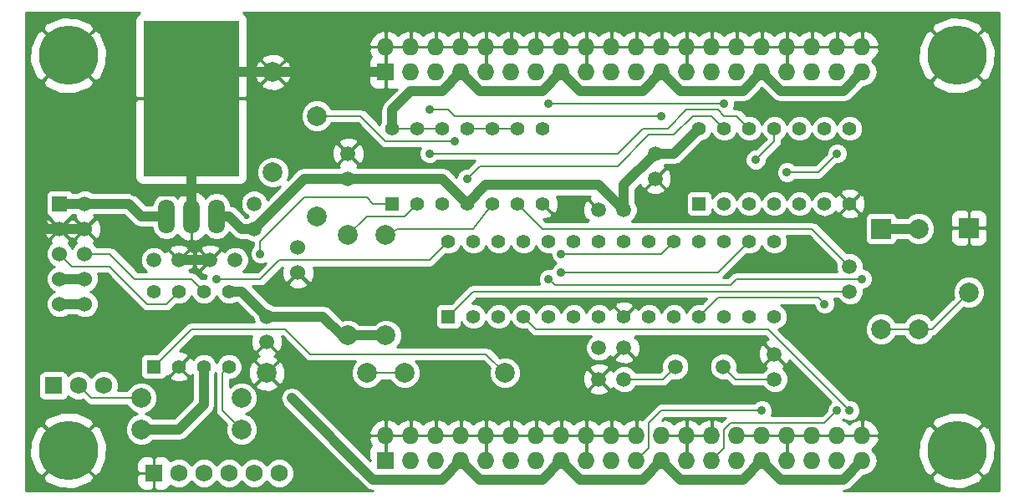
<source format=gbl>
%FSLAX36Y36*%
G04 Gerber Fmt 3.6, Leading zero omitted, Abs format (unit inch)*
G04 Created by KiCad (PCBNEW (2014-jul-16 BZR unknown)-product) date Sun 05 Oct 2014 02:04:42 PM PDT*
%MOIN*%
G01*
G04 APERTURE LIST*
%ADD10C,0.003937*%
%ADD11C,0.059100*%
%ADD12C,0.078700*%
%ADD13R,0.078700X0.078700*%
%ADD14C,0.236220*%
%ADD15R,0.068000X0.068000*%
%ADD16C,0.068000*%
%ADD17R,0.060000X0.060000*%
%ADD18C,0.060000*%
%ADD19O,0.068000X0.068000*%
%ADD20R,0.055000X0.055000*%
%ADD21C,0.055000*%
%ADD22O,0.066900X0.137800*%
%ADD23R,0.380000X0.620000*%
%ADD24C,0.035000*%
%ADD25C,0.008000*%
%ADD26C,0.040000*%
%ADD27C,0.010000*%
G04 APERTURE END LIST*
D10*
D11*
X6350000Y-5425000D03*
X6250000Y-5425000D03*
X4475000Y-4950000D03*
X4575000Y-4950000D03*
X6950000Y-5425000D03*
X6950000Y-5325000D03*
X4875000Y-4825000D03*
X4875000Y-4725000D03*
X4800000Y-4950000D03*
X4700000Y-4950000D03*
X6250000Y-5300000D03*
X6350000Y-5300000D03*
X6350000Y-4750000D03*
X6250000Y-4750000D03*
X4925000Y-5175000D03*
X4925000Y-5275000D03*
X5250000Y-4625000D03*
X5250000Y-4525000D03*
X7250000Y-4975000D03*
X7250000Y-5075000D03*
X6475000Y-4525000D03*
X6475000Y-4625000D03*
D12*
X7375000Y-5225000D03*
D13*
X7375000Y-4825000D03*
D14*
X4133858Y-4133858D03*
X7677165Y-4133858D03*
X4133858Y-5708661D03*
X7677165Y-5708661D03*
D15*
X4075000Y-5450000D03*
D16*
X4175000Y-5450000D03*
X4275000Y-5450000D03*
D17*
X4100000Y-4725000D03*
D18*
X4200000Y-4725000D03*
X4100000Y-4825000D03*
X4200000Y-4825000D03*
X4100000Y-4925000D03*
X4200000Y-4925000D03*
X4100000Y-5025000D03*
X4200000Y-5025000D03*
X4100000Y-5125000D03*
X4200000Y-5125000D03*
D15*
X4475000Y-5800000D03*
D16*
X4575000Y-5800000D03*
X4675000Y-5800000D03*
X4775000Y-5800000D03*
X4875000Y-5800000D03*
X4975000Y-5800000D03*
D15*
X5400000Y-4200000D03*
D19*
X5400000Y-4100000D03*
X5500000Y-4200000D03*
X5500000Y-4100000D03*
X5600000Y-4200000D03*
X5600000Y-4100000D03*
X5700000Y-4200000D03*
X5700000Y-4100000D03*
X5800000Y-4200000D03*
X5800000Y-4100000D03*
X5900000Y-4200000D03*
X5900000Y-4100000D03*
X6000000Y-4200000D03*
X6000000Y-4100000D03*
X6100000Y-4200000D03*
X6100000Y-4100000D03*
X6200000Y-4200000D03*
X6200000Y-4100000D03*
X6300000Y-4200000D03*
X6300000Y-4100000D03*
X6400000Y-4200000D03*
X6400000Y-4100000D03*
X6500000Y-4200000D03*
X6500000Y-4100000D03*
X6600000Y-4200000D03*
X6600000Y-4100000D03*
X6700000Y-4200000D03*
X6700000Y-4100000D03*
X6800000Y-4200000D03*
X6800000Y-4100000D03*
X6900000Y-4200000D03*
X6900000Y-4100000D03*
X7000000Y-4200000D03*
X7000000Y-4100000D03*
X7100000Y-4200000D03*
X7100000Y-4100000D03*
X7200000Y-4200000D03*
X7200000Y-4100000D03*
X7300000Y-4200000D03*
X7300000Y-4100000D03*
D15*
X5400000Y-5750000D03*
D19*
X5400000Y-5650000D03*
X5500000Y-5750000D03*
X5500000Y-5650000D03*
X5600000Y-5750000D03*
X5600000Y-5650000D03*
X5700000Y-5750000D03*
X5700000Y-5650000D03*
X5800000Y-5750000D03*
X5800000Y-5650000D03*
X5900000Y-5750000D03*
X5900000Y-5650000D03*
X6000000Y-5750000D03*
X6000000Y-5650000D03*
X6100000Y-5750000D03*
X6100000Y-5650000D03*
X6200000Y-5750000D03*
X6200000Y-5650000D03*
X6300000Y-5750000D03*
X6300000Y-5650000D03*
X6400000Y-5750000D03*
X6400000Y-5650000D03*
X6500000Y-5750000D03*
X6500000Y-5650000D03*
X6600000Y-5750000D03*
X6600000Y-5650000D03*
X6700000Y-5750000D03*
X6700000Y-5650000D03*
X6800000Y-5750000D03*
X6800000Y-5650000D03*
X6900000Y-5750000D03*
X6900000Y-5650000D03*
X7000000Y-5750000D03*
X7000000Y-5650000D03*
X7100000Y-5750000D03*
X7100000Y-5650000D03*
X7200000Y-5750000D03*
X7200000Y-5650000D03*
X7300000Y-5750000D03*
X7300000Y-5650000D03*
D12*
X4950000Y-4200000D03*
X4950000Y-4600000D03*
X5475000Y-5400000D03*
X5875000Y-5400000D03*
X4925000Y-5400000D03*
X5325000Y-5400000D03*
X5250000Y-4850000D03*
X5250000Y-5250000D03*
X5400000Y-4850000D03*
X5400000Y-5250000D03*
X4825000Y-5500000D03*
X4425000Y-5500000D03*
X7525000Y-5225000D03*
X7525000Y-4825000D03*
D13*
X7725000Y-4822000D03*
D12*
X7725000Y-5078000D03*
D20*
X5425000Y-4725000D03*
D21*
X5525000Y-4725000D03*
X5625000Y-4725000D03*
X5725000Y-4725000D03*
X5825000Y-4725000D03*
X5925000Y-4725000D03*
X6025000Y-4725000D03*
X6025000Y-4425000D03*
X5925000Y-4425000D03*
X5825000Y-4425000D03*
X5725000Y-4425000D03*
X5625000Y-4425000D03*
X5525000Y-4425000D03*
X5425000Y-4425000D03*
D22*
X4625000Y-4775000D03*
X4525000Y-4775000D03*
X4725000Y-4775000D03*
D23*
X4625000Y-4305000D03*
D20*
X4475000Y-5375000D03*
D21*
X4575000Y-5375000D03*
X4675000Y-5375000D03*
X4775000Y-5375000D03*
X4775000Y-5075000D03*
X4675000Y-5075000D03*
X4575000Y-5075000D03*
X4475000Y-5075000D03*
X5750000Y-5175000D03*
X5850000Y-5175000D03*
X5950000Y-5175000D03*
X6050000Y-5175000D03*
X6150000Y-5175000D03*
X6250000Y-5175000D03*
X6350000Y-5175000D03*
X6450000Y-5175000D03*
X6550000Y-5175000D03*
X6650000Y-5175000D03*
X6750000Y-5175000D03*
X6850000Y-5175000D03*
X6950000Y-5175000D03*
D20*
X5650000Y-5175000D03*
D21*
X6950000Y-4875000D03*
X6850000Y-4875000D03*
X6750000Y-4875000D03*
X6650000Y-4875000D03*
X6550000Y-4875000D03*
X6450000Y-4875000D03*
X6350000Y-4875000D03*
X6250000Y-4875000D03*
X6150000Y-4875000D03*
X6050000Y-4875000D03*
X5950000Y-4875000D03*
X5850000Y-4875000D03*
X5750000Y-4875000D03*
X5650000Y-4875000D03*
D20*
X6650000Y-4725000D03*
D21*
X6750000Y-4725000D03*
X6850000Y-4725000D03*
X6950000Y-4725000D03*
X7050000Y-4725000D03*
X7150000Y-4725000D03*
X7250000Y-4725000D03*
X7250000Y-4425000D03*
X7150000Y-4425000D03*
X7050000Y-4425000D03*
X6950000Y-4425000D03*
X6850000Y-4425000D03*
X6750000Y-4425000D03*
X6650000Y-4425000D03*
D11*
X6553900Y-5375000D03*
X6746100Y-5375000D03*
D12*
X4825000Y-5625000D03*
X4425000Y-5625000D03*
X5125000Y-4375000D03*
X5125000Y-4775000D03*
D18*
X5050000Y-4900000D03*
X5050000Y-5000000D03*
D24*
X7250000Y-5550000D03*
X6050000Y-5025000D03*
X7300000Y-5025000D03*
X7150000Y-5125000D03*
X6900000Y-5550000D03*
X7200000Y-4525000D03*
X7000000Y-4600000D03*
X6100000Y-5000000D03*
X6875000Y-4550000D03*
X6100000Y-4925000D03*
X6875000Y-4975000D03*
X7025000Y-4975000D03*
X7050000Y-5175000D03*
X7250000Y-5300000D03*
X5025000Y-5500000D03*
X6500000Y-4375000D03*
X5575000Y-4350000D03*
X6750000Y-4325000D03*
X6050000Y-4325000D03*
X5575000Y-4525000D03*
X5725000Y-4625000D03*
X7200000Y-5550000D03*
X5675000Y-4475000D03*
X4725000Y-5025000D03*
X4900000Y-4925000D03*
D25*
X5950000Y-5175000D02*
X6000000Y-5225000D01*
X6925000Y-5225000D02*
X7250000Y-5550000D01*
X6000000Y-5225000D02*
X6925000Y-5225000D01*
X6075000Y-5050000D02*
X6050000Y-5025000D01*
X6775000Y-5050000D02*
X6075000Y-5050000D01*
X6800000Y-5025000D02*
X6775000Y-5050000D01*
X7300000Y-5025000D02*
X6800000Y-5025000D01*
X6650000Y-5175000D02*
X6725000Y-5100000D01*
X7125000Y-5100000D02*
X7150000Y-5125000D01*
X6725000Y-5100000D02*
X7125000Y-5100000D01*
X7150000Y-4750000D02*
X7150000Y-4725000D01*
X6450000Y-5700000D02*
X6400000Y-5750000D01*
X6450000Y-5600000D02*
X6450000Y-5700000D01*
X6500000Y-5550000D02*
X6450000Y-5600000D01*
X6900000Y-5550000D02*
X6500000Y-5550000D01*
X7125000Y-4600000D02*
X7200000Y-4525000D01*
X7000000Y-4600000D02*
X7125000Y-4600000D01*
X6725000Y-5000000D02*
X6850000Y-4875000D01*
X6100000Y-5000000D02*
X6725000Y-5000000D01*
X6950000Y-4475000D02*
X6950000Y-4425000D01*
X6875000Y-4550000D02*
X6950000Y-4475000D01*
X6550000Y-4875000D02*
X6500000Y-4925000D01*
X6500000Y-4925000D02*
X6100000Y-4925000D01*
D26*
X4625000Y-4675000D02*
X4425000Y-4675000D01*
X4050000Y-4825000D02*
X4100000Y-4825000D01*
X4025000Y-4800000D02*
X4050000Y-4825000D01*
X4025000Y-4675000D02*
X4025000Y-4800000D01*
X4050000Y-4650000D02*
X4025000Y-4675000D01*
X4375000Y-4650000D02*
X4050000Y-4650000D01*
X4400000Y-4675000D02*
X4375000Y-4650000D01*
X4425000Y-4675000D02*
X4400000Y-4675000D01*
X7025000Y-4975000D02*
X6875000Y-4975000D01*
X7125000Y-5175000D02*
X7050000Y-5175000D01*
X7250000Y-5300000D02*
X7125000Y-5175000D01*
X4700000Y-4950000D02*
X4575000Y-4950000D01*
X5400000Y-4200000D02*
X4950000Y-4200000D01*
X4625000Y-4775000D02*
X4625000Y-4675000D01*
X4625000Y-4675000D02*
X4625000Y-4115000D01*
X4950000Y-4200000D02*
X4710000Y-4200000D01*
X4710000Y-4200000D02*
X4625000Y-4115000D01*
D25*
X7677165Y-5708661D02*
X7610827Y-5775000D01*
D26*
X4200000Y-4825000D02*
X4100000Y-4825000D01*
X5625000Y-5825000D02*
X5350000Y-5825000D01*
X5350000Y-5825000D02*
X5025000Y-5500000D01*
X4425000Y-5625000D02*
X4575000Y-5625000D01*
X4675000Y-5525000D02*
X4675000Y-5375000D01*
X4575000Y-5625000D02*
X4675000Y-5525000D01*
X6475000Y-4525000D02*
X6350000Y-4650000D01*
X6350000Y-4650000D02*
X6350000Y-4750000D01*
X6475000Y-4525000D02*
X6550000Y-4525000D01*
X6550000Y-4525000D02*
X6650000Y-4425000D01*
X5225000Y-5250000D02*
X5150000Y-5175000D01*
X5150000Y-5175000D02*
X4925000Y-5175000D01*
X5400000Y-5250000D02*
X5225000Y-5250000D01*
X5700000Y-5750000D02*
X5625000Y-5825000D01*
X6100000Y-5750000D02*
X6025000Y-5825000D01*
X5775000Y-5825000D02*
X5700000Y-5750000D01*
X6025000Y-5825000D02*
X5775000Y-5825000D01*
X6500000Y-5750000D02*
X6425000Y-5825000D01*
X6175000Y-5825000D02*
X6100000Y-5750000D01*
X6425000Y-5825000D02*
X6175000Y-5825000D01*
X6900000Y-5750000D02*
X6825000Y-5825000D01*
X6575000Y-5825000D02*
X6500000Y-5750000D01*
X6825000Y-5825000D02*
X6575000Y-5825000D01*
X7300000Y-5750000D02*
X7225000Y-5825000D01*
X6975000Y-5825000D02*
X6900000Y-5750000D01*
X7225000Y-5825000D02*
X6975000Y-5825000D01*
X7525000Y-4825000D02*
X7375000Y-4825000D01*
X6350000Y-4750000D02*
X6250000Y-4650000D01*
X5800000Y-4650000D02*
X5725000Y-4725000D01*
X6250000Y-4650000D02*
X5800000Y-4650000D01*
X5250000Y-4625000D02*
X5625000Y-4625000D01*
X5625000Y-4625000D02*
X5725000Y-4725000D01*
X4875000Y-4825000D02*
X5075000Y-4625000D01*
X5075000Y-4625000D02*
X5250000Y-4625000D01*
X5500000Y-4275000D02*
X5425000Y-4350000D01*
X5425000Y-4350000D02*
X5425000Y-4425000D01*
X5700000Y-4200000D02*
X5625000Y-4275000D01*
X5625000Y-4275000D02*
X5500000Y-4275000D01*
X6100000Y-4200000D02*
X6025000Y-4275000D01*
X5775000Y-4275000D02*
X5700000Y-4200000D01*
X6025000Y-4275000D02*
X5775000Y-4275000D01*
X6500000Y-4200000D02*
X6425000Y-4275000D01*
X6175000Y-4275000D02*
X6100000Y-4200000D01*
X6425000Y-4275000D02*
X6175000Y-4275000D01*
X6900000Y-4200000D02*
X6825000Y-4275000D01*
X6575000Y-4275000D02*
X6500000Y-4200000D01*
X6825000Y-4275000D02*
X6575000Y-4275000D01*
X7300000Y-4200000D02*
X7225000Y-4275000D01*
X6975000Y-4275000D02*
X6900000Y-4200000D01*
X7225000Y-4275000D02*
X6975000Y-4275000D01*
X4725000Y-4775000D02*
X4775000Y-4775000D01*
X4775000Y-4775000D02*
X4825000Y-4825000D01*
X4825000Y-4825000D02*
X4875000Y-4825000D01*
X4925000Y-5175000D02*
X4825000Y-5075000D01*
X4825000Y-5075000D02*
X4775000Y-5075000D01*
D25*
X6500000Y-5750000D02*
X6475000Y-5750000D01*
X5625000Y-4425000D02*
X5525000Y-4425000D01*
X5525000Y-4425000D02*
X5425000Y-4425000D01*
X7250000Y-4975000D02*
X7100000Y-4825000D01*
X6025000Y-4825000D02*
X5925000Y-4725000D01*
X7100000Y-4825000D02*
X6025000Y-4825000D01*
X7525000Y-5225000D02*
X7578000Y-5225000D01*
X7578000Y-5225000D02*
X7725000Y-5078000D01*
X7375000Y-5225000D02*
X7525000Y-5225000D01*
X5650000Y-5175000D02*
X5750000Y-5075000D01*
X5750000Y-5075000D02*
X7250000Y-5075000D01*
X4100000Y-4925000D02*
X4150000Y-4975000D01*
X4525000Y-5125000D02*
X4575000Y-5075000D01*
X4450000Y-5125000D02*
X4525000Y-5125000D01*
X4300000Y-4975000D02*
X4450000Y-5125000D01*
X4150000Y-4975000D02*
X4300000Y-4975000D01*
X5475000Y-4775000D02*
X5325000Y-4775000D01*
X5325000Y-4775000D02*
X5250000Y-4850000D01*
X5475000Y-4775000D02*
X5525000Y-4725000D01*
X5325000Y-5400000D02*
X5475000Y-5400000D01*
X5400000Y-4850000D02*
X5450000Y-4825000D01*
X5750000Y-4825000D02*
X5825000Y-4725000D01*
X5450000Y-4825000D02*
X5750000Y-4825000D01*
X5875000Y-5400000D02*
X5800000Y-5325000D01*
X5800000Y-5325000D02*
X5100000Y-5325000D01*
X5000000Y-5225000D02*
X4625000Y-5225000D01*
X5100000Y-5325000D02*
X5000000Y-5225000D01*
X4625000Y-5225000D02*
X4475000Y-5375000D01*
D26*
X4525000Y-4775000D02*
X4425000Y-4775000D01*
X4375000Y-4725000D02*
X4200000Y-4725000D01*
X4425000Y-4775000D02*
X4375000Y-4725000D01*
X4200000Y-4725000D02*
X4100000Y-4725000D01*
D25*
X6350000Y-5425000D02*
X6503900Y-5425000D01*
X6503900Y-5425000D02*
X6553900Y-5375000D01*
X6950000Y-5425000D02*
X6796100Y-5425000D01*
X6796100Y-5425000D02*
X6746100Y-5375000D01*
X4675000Y-5075000D02*
X4625000Y-5025000D01*
X4300000Y-4925000D02*
X4200000Y-4925000D01*
X4400000Y-5025000D02*
X4300000Y-4925000D01*
X4625000Y-5025000D02*
X4400000Y-5025000D01*
X4425000Y-5500000D02*
X4225000Y-5500000D01*
X4225000Y-5500000D02*
X4175000Y-5450000D01*
D26*
X4200000Y-5025000D02*
X4100000Y-5025000D01*
X4200000Y-5125000D02*
X4100000Y-5125000D01*
D25*
X5650000Y-4350000D02*
X5575000Y-4350000D01*
X5675000Y-4375000D02*
X5650000Y-4350000D01*
X6500000Y-4375000D02*
X5675000Y-4375000D01*
X6750000Y-4325000D02*
X6050000Y-4325000D01*
X6750000Y-4375000D02*
X6725000Y-4350000D01*
X6600000Y-4350000D02*
X6525000Y-4425000D01*
X6725000Y-4350000D02*
X6600000Y-4350000D01*
X6850000Y-4425000D02*
X6800000Y-4375000D01*
X6325000Y-4525000D02*
X5575000Y-4525000D01*
X6425000Y-4425000D02*
X6325000Y-4525000D01*
X6525000Y-4425000D02*
X6425000Y-4425000D01*
X6800000Y-4375000D02*
X6750000Y-4375000D01*
X6750000Y-4425000D02*
X6700000Y-4375000D01*
X6450000Y-4450000D02*
X6325000Y-4575000D01*
X6550000Y-4450000D02*
X6450000Y-4450000D01*
X6625000Y-4375000D02*
X6550000Y-4450000D01*
X6700000Y-4375000D02*
X6625000Y-4375000D01*
X5775000Y-4575000D02*
X5725000Y-4625000D01*
X6325000Y-4575000D02*
X5775000Y-4575000D01*
X6700000Y-5750000D02*
X6750000Y-5700000D01*
X7150000Y-5600000D02*
X7200000Y-5550000D01*
X6775000Y-5600000D02*
X7150000Y-5600000D01*
X6750000Y-5625000D02*
X6775000Y-5600000D01*
X6750000Y-5700000D02*
X6750000Y-5625000D01*
X5300000Y-4375000D02*
X5125000Y-4375000D01*
X5400000Y-4475000D02*
X5300000Y-4375000D01*
X5675000Y-4475000D02*
X5400000Y-4475000D01*
X5925000Y-4425000D02*
X5825000Y-4425000D01*
X5825000Y-4425000D02*
X5725000Y-4425000D01*
X5575000Y-4950000D02*
X5650000Y-4875000D01*
X4975000Y-4950000D02*
X5575000Y-4950000D01*
X4900000Y-5025000D02*
X4975000Y-4950000D01*
X4725000Y-5025000D02*
X4900000Y-5025000D01*
X4775000Y-5375000D02*
X4750000Y-5400000D01*
X4750000Y-5550000D02*
X4825000Y-5625000D01*
X4750000Y-5400000D02*
X4750000Y-5550000D01*
X5425000Y-4725000D02*
X5350000Y-4725000D01*
X5350000Y-4725000D02*
X5325000Y-4700000D01*
X5325000Y-4700000D02*
X5100000Y-4700000D01*
X5100000Y-4700000D02*
X5075000Y-4700000D01*
X5075000Y-4700000D02*
X4900000Y-4875000D01*
X4900000Y-4875000D02*
X4900000Y-4925000D01*
D27*
G36*
X6251971Y-4750557D02*
X6250557Y-4751971D01*
X6250000Y-4751414D01*
X6249443Y-4751971D01*
X6248586Y-4751114D01*
X6248029Y-4750557D01*
X6248586Y-4750000D01*
X6208948Y-4710363D01*
X6196173Y-4712129D01*
X6185778Y-4735610D01*
X6185160Y-4761282D01*
X6194413Y-4785237D01*
X6196173Y-4787871D01*
X6208948Y-4789637D01*
X6202824Y-4795762D01*
X6203063Y-4796000D01*
X6037012Y-4796000D01*
X6028615Y-4787603D01*
X6035955Y-4787776D01*
X6059145Y-4778805D01*
X6061643Y-4777136D01*
X6063159Y-4764573D01*
X6025000Y-4726414D01*
X6024443Y-4726971D01*
X6023029Y-4725557D01*
X6023586Y-4725000D01*
X6023029Y-4724443D01*
X6024443Y-4723029D01*
X6025000Y-4723586D01*
X6025557Y-4723029D01*
X6026971Y-4724443D01*
X6026414Y-4725000D01*
X6064573Y-4763159D01*
X6077136Y-4761643D01*
X6087190Y-4738902D01*
X6087776Y-4714045D01*
X6080408Y-4695000D01*
X6213884Y-4695000D01*
X6212129Y-4696173D01*
X6210363Y-4708948D01*
X6250000Y-4748586D01*
X6250557Y-4748029D01*
X6251971Y-4749443D01*
X6251414Y-4750000D01*
X6251971Y-4750557D01*
X6251971Y-4750557D01*
G37*
X6251971Y-4750557D02*
X6250557Y-4751971D01*
X6250000Y-4751414D01*
X6249443Y-4751971D01*
X6248586Y-4751114D01*
X6248029Y-4750557D01*
X6248586Y-4750000D01*
X6208948Y-4710363D01*
X6196173Y-4712129D01*
X6185778Y-4735610D01*
X6185160Y-4761282D01*
X6194413Y-4785237D01*
X6196173Y-4787871D01*
X6208948Y-4789637D01*
X6202824Y-4795762D01*
X6203063Y-4796000D01*
X6037012Y-4796000D01*
X6028615Y-4787603D01*
X6035955Y-4787776D01*
X6059145Y-4778805D01*
X6061643Y-4777136D01*
X6063159Y-4764573D01*
X6025000Y-4726414D01*
X6024443Y-4726971D01*
X6023029Y-4725557D01*
X6023586Y-4725000D01*
X6023029Y-4724443D01*
X6024443Y-4723029D01*
X6025000Y-4723586D01*
X6025557Y-4723029D01*
X6026971Y-4724443D01*
X6026414Y-4725000D01*
X6064573Y-4763159D01*
X6077136Y-4761643D01*
X6087190Y-4738902D01*
X6087776Y-4714045D01*
X6080408Y-4695000D01*
X6213884Y-4695000D01*
X6212129Y-4696173D01*
X6210363Y-4708948D01*
X6250000Y-4748586D01*
X6250557Y-4748029D01*
X6251971Y-4749443D01*
X6251414Y-4750000D01*
X6251971Y-4750557D01*
G36*
X6251971Y-4875557D02*
X6250557Y-4876971D01*
X6250000Y-4876414D01*
X6249443Y-4876971D01*
X6248029Y-4875557D01*
X6248586Y-4875000D01*
X6248029Y-4874443D01*
X6249443Y-4873029D01*
X6250000Y-4873586D01*
X6250557Y-4873029D01*
X6251971Y-4874443D01*
X6251414Y-4875000D01*
X6251971Y-4875557D01*
X6251971Y-4875557D01*
G37*
X6251971Y-4875557D02*
X6250557Y-4876971D01*
X6250000Y-4876414D01*
X6249443Y-4876971D01*
X6248029Y-4875557D01*
X6248586Y-4875000D01*
X6248029Y-4874443D01*
X6249443Y-4873029D01*
X6250000Y-4873586D01*
X6250557Y-4873029D01*
X6251971Y-4874443D01*
X6251414Y-4875000D01*
X6251971Y-4875557D01*
G36*
X6679988Y-5104000D02*
X6661188Y-5122800D01*
X6660489Y-5122509D01*
X6639603Y-5122491D01*
X6620300Y-5130467D01*
X6605519Y-5145222D01*
X6599996Y-5158521D01*
X6594533Y-5145300D01*
X6579778Y-5130519D01*
X6560489Y-5122509D01*
X6539603Y-5122491D01*
X6520300Y-5130467D01*
X6505519Y-5145222D01*
X6499996Y-5158521D01*
X6494533Y-5145300D01*
X6479778Y-5130519D01*
X6460489Y-5122509D01*
X6439603Y-5122491D01*
X6420300Y-5130467D01*
X6405519Y-5145222D01*
X6405506Y-5145253D01*
X6403805Y-5140855D01*
X6402136Y-5138357D01*
X6389573Y-5136841D01*
X6388159Y-5138255D01*
X6388159Y-5135427D01*
X6386643Y-5122864D01*
X6363902Y-5112810D01*
X6339045Y-5112224D01*
X6315855Y-5121195D01*
X6313357Y-5122864D01*
X6311841Y-5135427D01*
X6350000Y-5173586D01*
X6388159Y-5135427D01*
X6388159Y-5138255D01*
X6351414Y-5175000D01*
X6351971Y-5175557D01*
X6350557Y-5176971D01*
X6350000Y-5176414D01*
X6349443Y-5176971D01*
X6348029Y-5175557D01*
X6348586Y-5175000D01*
X6310427Y-5136841D01*
X6297864Y-5138357D01*
X6294660Y-5145606D01*
X6294533Y-5145300D01*
X6279778Y-5130519D01*
X6260489Y-5122509D01*
X6239603Y-5122491D01*
X6220300Y-5130467D01*
X6205519Y-5145222D01*
X6199996Y-5158521D01*
X6194533Y-5145300D01*
X6179778Y-5130519D01*
X6160489Y-5122509D01*
X6139603Y-5122491D01*
X6120300Y-5130467D01*
X6105519Y-5145222D01*
X6099996Y-5158521D01*
X6094533Y-5145300D01*
X6079778Y-5130519D01*
X6060489Y-5122509D01*
X6039603Y-5122491D01*
X6020300Y-5130467D01*
X6005519Y-5145222D01*
X5999996Y-5158521D01*
X5994533Y-5145300D01*
X5979778Y-5130519D01*
X5960489Y-5122509D01*
X5939603Y-5122491D01*
X5920300Y-5130467D01*
X5905519Y-5145222D01*
X5899996Y-5158521D01*
X5894533Y-5145300D01*
X5879778Y-5130519D01*
X5860489Y-5122509D01*
X5839603Y-5122491D01*
X5820300Y-5130467D01*
X5805519Y-5145222D01*
X5799996Y-5158521D01*
X5794533Y-5145300D01*
X5779778Y-5130519D01*
X5760489Y-5122509D01*
X5743518Y-5122494D01*
X5762012Y-5104000D01*
X6679988Y-5104000D01*
X6679988Y-5104000D01*
G37*
X6679988Y-5104000D02*
X6661188Y-5122800D01*
X6660489Y-5122509D01*
X6639603Y-5122491D01*
X6620300Y-5130467D01*
X6605519Y-5145222D01*
X6599996Y-5158521D01*
X6594533Y-5145300D01*
X6579778Y-5130519D01*
X6560489Y-5122509D01*
X6539603Y-5122491D01*
X6520300Y-5130467D01*
X6505519Y-5145222D01*
X6499996Y-5158521D01*
X6494533Y-5145300D01*
X6479778Y-5130519D01*
X6460489Y-5122509D01*
X6439603Y-5122491D01*
X6420300Y-5130467D01*
X6405519Y-5145222D01*
X6405506Y-5145253D01*
X6403805Y-5140855D01*
X6402136Y-5138357D01*
X6389573Y-5136841D01*
X6388159Y-5138255D01*
X6388159Y-5135427D01*
X6386643Y-5122864D01*
X6363902Y-5112810D01*
X6339045Y-5112224D01*
X6315855Y-5121195D01*
X6313357Y-5122864D01*
X6311841Y-5135427D01*
X6350000Y-5173586D01*
X6388159Y-5135427D01*
X6388159Y-5138255D01*
X6351414Y-5175000D01*
X6351971Y-5175557D01*
X6350557Y-5176971D01*
X6350000Y-5176414D01*
X6349443Y-5176971D01*
X6348029Y-5175557D01*
X6348586Y-5175000D01*
X6310427Y-5136841D01*
X6297864Y-5138357D01*
X6294660Y-5145606D01*
X6294533Y-5145300D01*
X6279778Y-5130519D01*
X6260489Y-5122509D01*
X6239603Y-5122491D01*
X6220300Y-5130467D01*
X6205519Y-5145222D01*
X6199996Y-5158521D01*
X6194533Y-5145300D01*
X6179778Y-5130519D01*
X6160489Y-5122509D01*
X6139603Y-5122491D01*
X6120300Y-5130467D01*
X6105519Y-5145222D01*
X6099996Y-5158521D01*
X6094533Y-5145300D01*
X6079778Y-5130519D01*
X6060489Y-5122509D01*
X6039603Y-5122491D01*
X6020300Y-5130467D01*
X6005519Y-5145222D01*
X5999996Y-5158521D01*
X5994533Y-5145300D01*
X5979778Y-5130519D01*
X5960489Y-5122509D01*
X5939603Y-5122491D01*
X5920300Y-5130467D01*
X5905519Y-5145222D01*
X5899996Y-5158521D01*
X5894533Y-5145300D01*
X5879778Y-5130519D01*
X5860489Y-5122509D01*
X5839603Y-5122491D01*
X5820300Y-5130467D01*
X5805519Y-5145222D01*
X5799996Y-5158521D01*
X5794533Y-5145300D01*
X5779778Y-5130519D01*
X5760489Y-5122509D01*
X5743518Y-5122494D01*
X5762012Y-5104000D01*
X6679988Y-5104000D01*
G36*
X6755233Y-5579000D02*
X6754494Y-5579494D01*
X6739663Y-5594325D01*
X6736901Y-5591696D01*
X6711781Y-5582013D01*
X6701000Y-5589757D01*
X6701000Y-5649000D01*
X6701787Y-5649000D01*
X6701787Y-5651000D01*
X6701000Y-5651000D01*
X6701000Y-5651787D01*
X6699000Y-5651787D01*
X6699000Y-5651000D01*
X6699000Y-5649000D01*
X6699000Y-5589757D01*
X6688219Y-5582013D01*
X6663099Y-5591696D01*
X6650000Y-5604162D01*
X6636901Y-5591696D01*
X6611781Y-5582013D01*
X6601000Y-5589757D01*
X6601000Y-5649000D01*
X6639758Y-5649000D01*
X6660242Y-5649000D01*
X6699000Y-5649000D01*
X6699000Y-5651000D01*
X6660242Y-5651000D01*
X6639758Y-5651000D01*
X6601000Y-5651000D01*
X6601000Y-5689757D01*
X6601000Y-5710243D01*
X6601000Y-5749000D01*
X6601787Y-5749000D01*
X6601787Y-5751000D01*
X6601000Y-5751000D01*
X6601000Y-5751787D01*
X6599000Y-5751787D01*
X6599000Y-5751000D01*
X6598213Y-5751000D01*
X6598213Y-5749000D01*
X6599000Y-5749000D01*
X6599000Y-5710243D01*
X6599000Y-5689757D01*
X6599000Y-5651000D01*
X6560242Y-5651000D01*
X6539758Y-5651000D01*
X6501000Y-5651000D01*
X6501000Y-5651787D01*
X6499000Y-5651787D01*
X6499000Y-5651000D01*
X6498213Y-5651000D01*
X6498213Y-5649000D01*
X6499000Y-5649000D01*
X6499000Y-5648213D01*
X6501000Y-5648213D01*
X6501000Y-5649000D01*
X6539758Y-5649000D01*
X6560242Y-5649000D01*
X6599000Y-5649000D01*
X6599000Y-5589757D01*
X6588219Y-5582013D01*
X6563099Y-5591696D01*
X6550000Y-5604162D01*
X6536901Y-5591696D01*
X6511781Y-5582013D01*
X6501905Y-5589107D01*
X6512012Y-5579000D01*
X6755233Y-5579000D01*
X6755233Y-5579000D01*
G37*
X6755233Y-5579000D02*
X6754494Y-5579494D01*
X6739663Y-5594325D01*
X6736901Y-5591696D01*
X6711781Y-5582013D01*
X6701000Y-5589757D01*
X6701000Y-5649000D01*
X6701787Y-5649000D01*
X6701787Y-5651000D01*
X6701000Y-5651000D01*
X6701000Y-5651787D01*
X6699000Y-5651787D01*
X6699000Y-5651000D01*
X6699000Y-5649000D01*
X6699000Y-5589757D01*
X6688219Y-5582013D01*
X6663099Y-5591696D01*
X6650000Y-5604162D01*
X6636901Y-5591696D01*
X6611781Y-5582013D01*
X6601000Y-5589757D01*
X6601000Y-5649000D01*
X6639758Y-5649000D01*
X6660242Y-5649000D01*
X6699000Y-5649000D01*
X6699000Y-5651000D01*
X6660242Y-5651000D01*
X6639758Y-5651000D01*
X6601000Y-5651000D01*
X6601000Y-5689757D01*
X6601000Y-5710243D01*
X6601000Y-5749000D01*
X6601787Y-5749000D01*
X6601787Y-5751000D01*
X6601000Y-5751000D01*
X6601000Y-5751787D01*
X6599000Y-5751787D01*
X6599000Y-5751000D01*
X6598213Y-5751000D01*
X6598213Y-5749000D01*
X6599000Y-5749000D01*
X6599000Y-5710243D01*
X6599000Y-5689757D01*
X6599000Y-5651000D01*
X6560242Y-5651000D01*
X6539758Y-5651000D01*
X6501000Y-5651000D01*
X6501000Y-5651787D01*
X6499000Y-5651787D01*
X6499000Y-5651000D01*
X6498213Y-5651000D01*
X6498213Y-5649000D01*
X6499000Y-5649000D01*
X6499000Y-5648213D01*
X6501000Y-5648213D01*
X6501000Y-5649000D01*
X6539758Y-5649000D01*
X6560242Y-5649000D01*
X6599000Y-5649000D01*
X6599000Y-5589757D01*
X6588219Y-5582013D01*
X6563099Y-5591696D01*
X6550000Y-5604162D01*
X6536901Y-5591696D01*
X6511781Y-5582013D01*
X6501905Y-5589107D01*
X6512012Y-5579000D01*
X6755233Y-5579000D01*
G36*
X7199654Y-4996000D02*
X6800000Y-4996000D01*
X6788902Y-4998207D01*
X6779494Y-5004494D01*
X6762988Y-5021000D01*
X6744767Y-5021000D01*
X6745506Y-5020506D01*
X6838812Y-4927200D01*
X6839511Y-4927491D01*
X6860397Y-4927509D01*
X6879700Y-4919533D01*
X6894481Y-4904778D01*
X6900004Y-4891478D01*
X6905467Y-4904700D01*
X6920222Y-4919481D01*
X6939511Y-4927491D01*
X6960397Y-4927509D01*
X6979700Y-4919533D01*
X6994481Y-4904778D01*
X7002491Y-4885489D01*
X7002509Y-4864603D01*
X6998128Y-4854000D01*
X7087988Y-4854000D01*
X7196231Y-4962243D01*
X7195459Y-4964102D01*
X7195441Y-4985803D01*
X7199654Y-4996000D01*
X7199654Y-4996000D01*
G37*
X7199654Y-4996000D02*
X6800000Y-4996000D01*
X6788902Y-4998207D01*
X6779494Y-5004494D01*
X6762988Y-5021000D01*
X6744767Y-5021000D01*
X6745506Y-5020506D01*
X6838812Y-4927200D01*
X6839511Y-4927491D01*
X6860397Y-4927509D01*
X6879700Y-4919533D01*
X6894481Y-4904778D01*
X6900004Y-4891478D01*
X6905467Y-4904700D01*
X6920222Y-4919481D01*
X6939511Y-4927491D01*
X6960397Y-4927509D01*
X6979700Y-4919533D01*
X6994481Y-4904778D01*
X7002491Y-4885489D01*
X7002509Y-4864603D01*
X6998128Y-4854000D01*
X7087988Y-4854000D01*
X7196231Y-4962243D01*
X7195459Y-4964102D01*
X7195441Y-4985803D01*
X7199654Y-4996000D01*
G36*
X7845000Y-5870000D02*
X7831194Y-5870000D01*
X7831194Y-5683253D01*
X7831194Y-4108450D01*
X7809746Y-4051440D01*
X7804046Y-4042910D01*
X7782069Y-4030369D01*
X7780655Y-4031783D01*
X7780655Y-4028954D01*
X7768114Y-4006978D01*
X7712635Y-3981831D01*
X7651757Y-3979830D01*
X7594747Y-4001278D01*
X7586217Y-4006978D01*
X7573676Y-4028954D01*
X7677165Y-4132444D01*
X7780655Y-4028954D01*
X7780655Y-4031783D01*
X7678580Y-4133858D01*
X7782069Y-4237348D01*
X7804046Y-4224806D01*
X7829192Y-4169328D01*
X7831194Y-4108450D01*
X7831194Y-5683253D01*
X7809746Y-5626243D01*
X7804046Y-5617713D01*
X7799350Y-5615033D01*
X7799350Y-4868312D01*
X7799350Y-4831750D01*
X7799350Y-4812250D01*
X7799350Y-4775688D01*
X7794022Y-4762824D01*
X7784176Y-4752978D01*
X7780655Y-4751520D01*
X7780655Y-4238762D01*
X7677165Y-4135272D01*
X7675751Y-4136687D01*
X7675751Y-4133858D01*
X7572261Y-4030369D01*
X7550285Y-4042910D01*
X7525139Y-4098388D01*
X7523137Y-4159266D01*
X7544585Y-4216276D01*
X7550285Y-4224806D01*
X7572261Y-4237348D01*
X7675751Y-4133858D01*
X7675751Y-4136687D01*
X7573676Y-4238762D01*
X7586217Y-4260739D01*
X7641695Y-4285885D01*
X7702574Y-4287887D01*
X7759584Y-4266439D01*
X7768114Y-4260739D01*
X7780655Y-4238762D01*
X7780655Y-4751520D01*
X7771312Y-4747650D01*
X7757388Y-4747650D01*
X7734750Y-4747650D01*
X7726000Y-4756400D01*
X7726000Y-4821000D01*
X7790600Y-4821000D01*
X7799350Y-4812250D01*
X7799350Y-4831750D01*
X7790600Y-4823000D01*
X7726000Y-4823000D01*
X7726000Y-4887600D01*
X7734750Y-4896350D01*
X7757388Y-4896350D01*
X7771312Y-4896350D01*
X7784176Y-4891022D01*
X7794022Y-4881176D01*
X7799350Y-4868312D01*
X7799350Y-5615033D01*
X7789361Y-5609333D01*
X7789361Y-5065256D01*
X7779585Y-5041596D01*
X7761499Y-5023479D01*
X7737856Y-5013661D01*
X7724000Y-5013649D01*
X7724000Y-4887600D01*
X7724000Y-4823000D01*
X7724000Y-4821000D01*
X7724000Y-4756400D01*
X7715250Y-4747650D01*
X7692612Y-4747650D01*
X7678688Y-4747650D01*
X7665824Y-4752978D01*
X7655978Y-4762824D01*
X7650650Y-4775688D01*
X7650650Y-4812250D01*
X7659400Y-4821000D01*
X7724000Y-4821000D01*
X7724000Y-4823000D01*
X7659400Y-4823000D01*
X7650650Y-4831750D01*
X7650650Y-4868312D01*
X7655978Y-4881176D01*
X7665824Y-4891022D01*
X7678688Y-4896350D01*
X7692612Y-4896350D01*
X7715250Y-4896350D01*
X7724000Y-4887600D01*
X7724000Y-5013649D01*
X7712256Y-5013639D01*
X7688596Y-5023415D01*
X7670479Y-5041501D01*
X7660661Y-5065144D01*
X7660639Y-5090744D01*
X7663740Y-5098248D01*
X7589361Y-5172627D01*
X7589361Y-4812256D01*
X7579585Y-4788596D01*
X7561499Y-4770479D01*
X7537856Y-4760661D01*
X7512256Y-4760639D01*
X7488596Y-4770415D01*
X7478994Y-4780000D01*
X7439069Y-4780000D01*
X7435544Y-4771489D01*
X7428511Y-4764456D01*
X7419323Y-4760650D01*
X7409377Y-4760650D01*
X7330677Y-4760650D01*
X7321489Y-4764456D01*
X7314456Y-4771489D01*
X7312776Y-4775545D01*
X7312776Y-4714045D01*
X7303805Y-4690855D01*
X7302136Y-4688357D01*
X7289573Y-4686841D01*
X7288159Y-4688255D01*
X7288159Y-4685427D01*
X7286643Y-4672864D01*
X7263902Y-4662810D01*
X7242507Y-4662306D01*
X7242507Y-4516583D01*
X7236051Y-4500957D01*
X7224106Y-4488991D01*
X7208491Y-4482507D01*
X7191583Y-4482493D01*
X7175957Y-4488949D01*
X7163991Y-4500894D01*
X7157507Y-4516509D01*
X7157499Y-4526489D01*
X7112988Y-4571000D01*
X7031102Y-4571000D01*
X7024106Y-4563991D01*
X7008491Y-4557507D01*
X6991583Y-4557493D01*
X6975957Y-4563949D01*
X6963991Y-4575894D01*
X6957507Y-4591509D01*
X6957493Y-4608417D01*
X6963949Y-4624043D01*
X6975894Y-4636009D01*
X6991509Y-4642493D01*
X7008417Y-4642507D01*
X7024043Y-4636051D01*
X7031106Y-4629000D01*
X7125000Y-4629000D01*
X7136098Y-4626793D01*
X7145506Y-4620506D01*
X7198513Y-4567499D01*
X7208417Y-4567507D01*
X7224043Y-4561051D01*
X7236009Y-4549106D01*
X7242493Y-4533491D01*
X7242507Y-4516583D01*
X7242507Y-4662306D01*
X7239045Y-4662224D01*
X7215855Y-4671195D01*
X7213357Y-4672864D01*
X7211841Y-4685427D01*
X7250000Y-4723586D01*
X7288159Y-4685427D01*
X7288159Y-4688255D01*
X7251414Y-4725000D01*
X7289573Y-4763159D01*
X7302136Y-4761643D01*
X7312190Y-4738902D01*
X7312776Y-4714045D01*
X7312776Y-4775545D01*
X7310650Y-4780677D01*
X7310650Y-4790623D01*
X7310650Y-4869323D01*
X7314456Y-4878511D01*
X7321489Y-4885544D01*
X7330677Y-4889350D01*
X7340623Y-4889350D01*
X7419323Y-4889350D01*
X7428511Y-4885544D01*
X7435544Y-4878511D01*
X7439069Y-4870000D01*
X7478996Y-4870000D01*
X7488501Y-4879521D01*
X7512144Y-4889339D01*
X7537744Y-4889361D01*
X7561404Y-4879585D01*
X7579521Y-4861499D01*
X7589339Y-4837856D01*
X7589361Y-4812256D01*
X7589361Y-5172627D01*
X7576491Y-5185497D01*
X7561499Y-5170479D01*
X7537856Y-5160661D01*
X7512256Y-5160639D01*
X7488596Y-5170415D01*
X7470479Y-5188501D01*
X7467365Y-5196000D01*
X7432644Y-5196000D01*
X7429585Y-5188596D01*
X7411499Y-5170479D01*
X7387856Y-5160661D01*
X7362256Y-5160639D01*
X7338596Y-5170415D01*
X7320479Y-5188501D01*
X7310661Y-5212144D01*
X7310639Y-5237744D01*
X7320415Y-5261404D01*
X7338501Y-5279521D01*
X7362144Y-5289339D01*
X7387744Y-5289361D01*
X7411404Y-5279585D01*
X7429521Y-5261499D01*
X7432635Y-5254000D01*
X7467356Y-5254000D01*
X7470415Y-5261404D01*
X7488501Y-5279521D01*
X7512144Y-5289339D01*
X7537744Y-5289361D01*
X7561404Y-5279585D01*
X7579521Y-5261499D01*
X7583053Y-5252995D01*
X7589098Y-5251793D01*
X7598506Y-5245506D01*
X7704745Y-5139267D01*
X7712144Y-5142339D01*
X7737744Y-5142361D01*
X7761404Y-5132585D01*
X7779521Y-5114499D01*
X7789339Y-5090856D01*
X7789361Y-5065256D01*
X7789361Y-5609333D01*
X7782069Y-5605172D01*
X7780655Y-5606586D01*
X7780655Y-5603758D01*
X7768114Y-5581781D01*
X7712635Y-5556635D01*
X7651757Y-5554633D01*
X7594747Y-5576081D01*
X7586217Y-5581781D01*
X7573676Y-5603758D01*
X7677165Y-5707247D01*
X7780655Y-5603758D01*
X7780655Y-5606586D01*
X7678580Y-5708661D01*
X7782069Y-5812151D01*
X7804046Y-5799610D01*
X7829192Y-5744131D01*
X7831194Y-5683253D01*
X7831194Y-5870000D01*
X7780655Y-5870000D01*
X7780655Y-5813565D01*
X7677165Y-5710076D01*
X7675751Y-5711490D01*
X7675751Y-5708661D01*
X7572261Y-5605172D01*
X7550285Y-5617713D01*
X7525139Y-5673191D01*
X7523137Y-5734070D01*
X7544585Y-5791080D01*
X7550285Y-5799610D01*
X7572261Y-5812151D01*
X7675751Y-5708661D01*
X7675751Y-5711490D01*
X7573676Y-5813565D01*
X7586217Y-5835542D01*
X7641695Y-5860688D01*
X7702574Y-5862690D01*
X7759584Y-5841242D01*
X7768114Y-5835542D01*
X7780655Y-5813565D01*
X7780655Y-5870000D01*
X7225000Y-5870000D01*
X7242221Y-5866575D01*
X7256820Y-5856820D01*
X7305505Y-5808135D01*
X7323734Y-5804509D01*
X7342875Y-5791719D01*
X7355665Y-5772578D01*
X7360156Y-5750000D01*
X7355665Y-5727422D01*
X7342875Y-5708281D01*
X7339380Y-5705945D01*
X7356404Y-5689744D01*
X7367320Y-5665134D01*
X7367987Y-5661781D01*
X7367987Y-5638219D01*
X7367320Y-5634866D01*
X7356404Y-5610256D01*
X7336901Y-5591696D01*
X7311781Y-5582013D01*
X7301000Y-5589757D01*
X7301000Y-5649000D01*
X7360242Y-5649000D01*
X7367987Y-5638219D01*
X7367987Y-5661781D01*
X7360242Y-5651000D01*
X7301000Y-5651000D01*
X7301000Y-5651787D01*
X7299000Y-5651787D01*
X7299000Y-5651000D01*
X7260242Y-5651000D01*
X7239758Y-5651000D01*
X7201000Y-5651000D01*
X7201000Y-5651787D01*
X7199000Y-5651787D01*
X7199000Y-5651000D01*
X7160242Y-5651000D01*
X7139758Y-5651000D01*
X7101000Y-5651000D01*
X7101000Y-5651787D01*
X7099000Y-5651787D01*
X7099000Y-5651000D01*
X7060242Y-5651000D01*
X7039758Y-5651000D01*
X7001000Y-5651000D01*
X7001000Y-5689757D01*
X7001000Y-5710243D01*
X7001000Y-5749000D01*
X7001787Y-5749000D01*
X7001787Y-5751000D01*
X7001000Y-5751000D01*
X7001000Y-5751787D01*
X6999000Y-5751787D01*
X6999000Y-5751000D01*
X6998213Y-5751000D01*
X6998213Y-5749000D01*
X6999000Y-5749000D01*
X6999000Y-5710243D01*
X6999000Y-5689757D01*
X6999000Y-5651000D01*
X6960242Y-5651000D01*
X6939758Y-5651000D01*
X6901000Y-5651000D01*
X6901000Y-5651787D01*
X6899000Y-5651787D01*
X6899000Y-5651000D01*
X6860242Y-5651000D01*
X6839758Y-5651000D01*
X6801000Y-5651000D01*
X6801000Y-5651787D01*
X6799000Y-5651787D01*
X6799000Y-5651000D01*
X6798213Y-5651000D01*
X6798213Y-5649000D01*
X6799000Y-5649000D01*
X6799000Y-5648213D01*
X6801000Y-5648213D01*
X6801000Y-5649000D01*
X6839758Y-5649000D01*
X6860242Y-5649000D01*
X6899000Y-5649000D01*
X6899000Y-5648213D01*
X6901000Y-5648213D01*
X6901000Y-5649000D01*
X6939758Y-5649000D01*
X6960242Y-5649000D01*
X6999000Y-5649000D01*
X6999000Y-5648213D01*
X7001000Y-5648213D01*
X7001000Y-5649000D01*
X7039758Y-5649000D01*
X7060242Y-5649000D01*
X7099000Y-5649000D01*
X7099000Y-5648213D01*
X7101000Y-5648213D01*
X7101000Y-5649000D01*
X7139758Y-5649000D01*
X7160242Y-5649000D01*
X7199000Y-5649000D01*
X7199000Y-5648213D01*
X7201000Y-5648213D01*
X7201000Y-5649000D01*
X7239758Y-5649000D01*
X7260242Y-5649000D01*
X7299000Y-5649000D01*
X7299000Y-5589757D01*
X7288219Y-5582013D01*
X7263099Y-5591696D01*
X7250000Y-5604162D01*
X7236901Y-5591696D01*
X7223180Y-5586407D01*
X7224043Y-5586051D01*
X7224991Y-5585104D01*
X7225894Y-5586009D01*
X7241509Y-5592493D01*
X7258417Y-5592507D01*
X7274043Y-5586051D01*
X7286009Y-5574106D01*
X7292493Y-5558491D01*
X7292507Y-5541583D01*
X7286051Y-5525957D01*
X7274106Y-5513991D01*
X7258491Y-5507507D01*
X7248511Y-5507499D01*
X6966146Y-5225134D01*
X6979700Y-5219533D01*
X6994481Y-5204778D01*
X7002491Y-5185489D01*
X7002509Y-5164603D01*
X6994533Y-5145300D01*
X6979778Y-5130519D01*
X6976120Y-5129000D01*
X7107496Y-5129000D01*
X7107493Y-5133417D01*
X7113949Y-5149043D01*
X7125894Y-5161009D01*
X7141509Y-5167493D01*
X7158417Y-5167507D01*
X7174043Y-5161051D01*
X7186009Y-5149106D01*
X7192493Y-5133491D01*
X7192507Y-5116583D01*
X7187308Y-5104000D01*
X7202959Y-5104000D01*
X7203728Y-5105860D01*
X7219060Y-5121218D01*
X7239102Y-5129541D01*
X7260803Y-5129559D01*
X7280860Y-5121272D01*
X7296218Y-5105940D01*
X7304541Y-5085898D01*
X7304557Y-5067504D01*
X7308417Y-5067507D01*
X7324043Y-5061051D01*
X7336009Y-5049106D01*
X7342493Y-5033491D01*
X7342507Y-5016583D01*
X7336051Y-5000957D01*
X7324106Y-4988991D01*
X7308491Y-4982507D01*
X7304543Y-4982504D01*
X7304559Y-4964197D01*
X7296272Y-4944140D01*
X7288159Y-4936013D01*
X7288159Y-4764573D01*
X7250000Y-4726414D01*
X7248586Y-4727828D01*
X7248586Y-4725000D01*
X7210427Y-4686841D01*
X7197864Y-4688357D01*
X7194660Y-4695606D01*
X7194533Y-4695300D01*
X7179778Y-4680519D01*
X7160489Y-4672509D01*
X7139603Y-4672491D01*
X7120300Y-4680467D01*
X7105519Y-4695222D01*
X7099996Y-4708521D01*
X7094533Y-4695300D01*
X7079778Y-4680519D01*
X7060489Y-4672509D01*
X7039603Y-4672491D01*
X7020300Y-4680467D01*
X7005519Y-4695222D01*
X6999996Y-4708521D01*
X6994533Y-4695300D01*
X6979778Y-4680519D01*
X6960489Y-4672509D01*
X6939603Y-4672491D01*
X6920300Y-4680467D01*
X6905519Y-4695222D01*
X6899996Y-4708521D01*
X6894533Y-4695300D01*
X6879778Y-4680519D01*
X6860489Y-4672509D01*
X6839603Y-4672491D01*
X6820300Y-4680467D01*
X6805519Y-4695222D01*
X6799996Y-4708521D01*
X6794533Y-4695300D01*
X6779778Y-4680519D01*
X6760489Y-4672509D01*
X6739603Y-4672491D01*
X6720300Y-4680467D01*
X6705519Y-4695222D01*
X6702500Y-4702492D01*
X6702500Y-4692527D01*
X6698694Y-4683339D01*
X6691661Y-4676306D01*
X6682473Y-4672500D01*
X6672527Y-4672500D01*
X6617527Y-4672500D01*
X6608339Y-4676306D01*
X6601306Y-4683339D01*
X6597500Y-4692527D01*
X6597500Y-4702473D01*
X6597500Y-4757473D01*
X6601306Y-4766661D01*
X6608339Y-4773694D01*
X6617527Y-4777500D01*
X6627473Y-4777500D01*
X6682473Y-4777500D01*
X6691661Y-4773694D01*
X6698694Y-4766661D01*
X6702500Y-4757473D01*
X6702500Y-4747527D01*
X6702500Y-4747520D01*
X6705467Y-4754700D01*
X6720222Y-4769481D01*
X6739511Y-4777491D01*
X6760397Y-4777509D01*
X6779700Y-4769533D01*
X6794481Y-4754778D01*
X6800004Y-4741478D01*
X6805467Y-4754700D01*
X6820222Y-4769481D01*
X6839511Y-4777491D01*
X6860397Y-4777509D01*
X6879700Y-4769533D01*
X6894481Y-4754778D01*
X6900004Y-4741478D01*
X6905467Y-4754700D01*
X6920222Y-4769481D01*
X6939511Y-4777491D01*
X6960397Y-4777509D01*
X6979700Y-4769533D01*
X6994481Y-4754778D01*
X7000004Y-4741478D01*
X7005467Y-4754700D01*
X7020222Y-4769481D01*
X7039511Y-4777491D01*
X7060397Y-4777509D01*
X7079700Y-4769533D01*
X7094481Y-4754778D01*
X7100004Y-4741478D01*
X7105467Y-4754700D01*
X7120222Y-4769481D01*
X7139511Y-4777491D01*
X7142426Y-4777493D01*
X7150000Y-4779000D01*
X7157508Y-4777507D01*
X7160397Y-4777509D01*
X7179700Y-4769533D01*
X7194481Y-4754778D01*
X7194494Y-4754747D01*
X7196195Y-4759145D01*
X7197864Y-4761643D01*
X7210427Y-4763159D01*
X7248586Y-4725000D01*
X7248586Y-4727828D01*
X7211841Y-4764573D01*
X7213357Y-4777136D01*
X7236098Y-4787190D01*
X7260955Y-4787776D01*
X7284145Y-4778805D01*
X7286643Y-4777136D01*
X7288159Y-4764573D01*
X7288159Y-4936013D01*
X7280940Y-4928782D01*
X7260898Y-4920459D01*
X7239197Y-4920441D01*
X7237255Y-4921243D01*
X7120506Y-4804494D01*
X7111098Y-4798207D01*
X7100000Y-4796000D01*
X6539840Y-4796000D01*
X6539840Y-4613718D01*
X6530587Y-4589763D01*
X6528827Y-4587129D01*
X6516052Y-4585363D01*
X6476414Y-4625000D01*
X6516052Y-4664637D01*
X6528827Y-4662871D01*
X6539222Y-4639390D01*
X6539840Y-4613718D01*
X6539840Y-4796000D01*
X6514637Y-4796000D01*
X6514637Y-4666052D01*
X6475000Y-4626414D01*
X6435363Y-4666052D01*
X6437129Y-4678827D01*
X6460610Y-4689222D01*
X6486282Y-4689840D01*
X6510237Y-4680587D01*
X6512871Y-4678827D01*
X6514637Y-4666052D01*
X6514637Y-4796000D01*
X6381132Y-4796000D01*
X6396218Y-4780940D01*
X6404541Y-4760898D01*
X6404559Y-4739197D01*
X6396272Y-4719140D01*
X6395000Y-4717866D01*
X6395000Y-4668640D01*
X6414952Y-4648688D01*
X6419413Y-4660237D01*
X6421173Y-4662871D01*
X6433948Y-4664637D01*
X6473586Y-4625000D01*
X6473029Y-4624443D01*
X6474443Y-4623029D01*
X6475000Y-4623586D01*
X6514637Y-4583948D01*
X6512871Y-4571173D01*
X6510221Y-4570000D01*
X6550000Y-4570000D01*
X6567221Y-4566575D01*
X6581820Y-4556820D01*
X6661647Y-4476993D01*
X6679700Y-4469533D01*
X6694481Y-4454778D01*
X6700004Y-4441478D01*
X6705467Y-4454700D01*
X6720222Y-4469481D01*
X6739511Y-4477491D01*
X6760397Y-4477509D01*
X6779700Y-4469533D01*
X6794481Y-4454778D01*
X6800004Y-4441478D01*
X6805467Y-4454700D01*
X6820222Y-4469481D01*
X6839511Y-4477491D01*
X6860397Y-4477509D01*
X6879700Y-4469533D01*
X6894481Y-4454778D01*
X6900004Y-4441478D01*
X6905467Y-4454700D01*
X6917367Y-4466621D01*
X6876486Y-4507501D01*
X6866583Y-4507493D01*
X6850957Y-4513949D01*
X6838991Y-4525894D01*
X6832507Y-4541509D01*
X6832493Y-4558417D01*
X6838949Y-4574043D01*
X6850894Y-4586009D01*
X6866509Y-4592493D01*
X6883417Y-4592507D01*
X6899043Y-4586051D01*
X6911009Y-4574106D01*
X6917493Y-4558491D01*
X6917501Y-4548511D01*
X6970506Y-4495506D01*
X6976793Y-4486098D01*
X6976793Y-4486098D01*
X6979000Y-4475000D01*
X6979000Y-4469823D01*
X6979700Y-4469533D01*
X6994481Y-4454778D01*
X7000004Y-4441478D01*
X7005467Y-4454700D01*
X7020222Y-4469481D01*
X7039511Y-4477491D01*
X7060397Y-4477509D01*
X7079700Y-4469533D01*
X7094481Y-4454778D01*
X7100004Y-4441478D01*
X7105467Y-4454700D01*
X7120222Y-4469481D01*
X7139511Y-4477491D01*
X7160397Y-4477509D01*
X7179700Y-4469533D01*
X7194481Y-4454778D01*
X7200004Y-4441478D01*
X7205467Y-4454700D01*
X7220222Y-4469481D01*
X7239511Y-4477491D01*
X7260397Y-4477509D01*
X7279700Y-4469533D01*
X7294481Y-4454778D01*
X7302491Y-4435489D01*
X7302509Y-4414603D01*
X7294533Y-4395300D01*
X7279778Y-4380519D01*
X7260489Y-4372509D01*
X7239603Y-4372491D01*
X7220300Y-4380467D01*
X7205519Y-4395222D01*
X7199996Y-4408521D01*
X7194533Y-4395300D01*
X7179778Y-4380519D01*
X7160489Y-4372509D01*
X7139603Y-4372491D01*
X7120300Y-4380467D01*
X7105519Y-4395222D01*
X7099996Y-4408521D01*
X7094533Y-4395300D01*
X7079778Y-4380519D01*
X7060489Y-4372509D01*
X7039603Y-4372491D01*
X7020300Y-4380467D01*
X7005519Y-4395222D01*
X6999996Y-4408521D01*
X6994533Y-4395300D01*
X6979778Y-4380519D01*
X6960489Y-4372509D01*
X6939603Y-4372491D01*
X6920300Y-4380467D01*
X6905519Y-4395222D01*
X6899996Y-4408521D01*
X6894533Y-4395300D01*
X6879778Y-4380519D01*
X6860489Y-4372509D01*
X6839603Y-4372491D01*
X6838825Y-4372812D01*
X6820506Y-4354494D01*
X6811098Y-4348207D01*
X6800000Y-4346000D01*
X6787298Y-4346000D01*
X6792493Y-4333491D01*
X6792504Y-4320000D01*
X6825000Y-4320000D01*
X6842221Y-4316575D01*
X6856820Y-4306820D01*
X6900000Y-4263640D01*
X6943180Y-4306820D01*
X6957779Y-4316575D01*
X6975000Y-4320000D01*
X7225000Y-4320000D01*
X7242221Y-4316575D01*
X7256820Y-4306820D01*
X7305505Y-4258135D01*
X7323734Y-4254509D01*
X7342875Y-4241719D01*
X7355665Y-4222578D01*
X7360156Y-4200000D01*
X7355665Y-4177422D01*
X7342875Y-4158281D01*
X7339380Y-4155945D01*
X7356404Y-4139744D01*
X7367320Y-4115134D01*
X7367987Y-4111781D01*
X7367987Y-4088219D01*
X7367320Y-4084866D01*
X7356404Y-4060256D01*
X7336901Y-4041696D01*
X7311781Y-4032013D01*
X7301000Y-4039757D01*
X7301000Y-4099000D01*
X7360242Y-4099000D01*
X7367987Y-4088219D01*
X7367987Y-4111781D01*
X7360242Y-4101000D01*
X7301000Y-4101000D01*
X7301000Y-4101787D01*
X7299000Y-4101787D01*
X7299000Y-4101000D01*
X7299000Y-4099000D01*
X7299000Y-4039757D01*
X7288219Y-4032013D01*
X7263099Y-4041696D01*
X7250000Y-4054162D01*
X7236901Y-4041696D01*
X7211781Y-4032013D01*
X7201000Y-4039757D01*
X7201000Y-4099000D01*
X7239758Y-4099000D01*
X7260242Y-4099000D01*
X7299000Y-4099000D01*
X7299000Y-4101000D01*
X7260242Y-4101000D01*
X7239758Y-4101000D01*
X7201000Y-4101000D01*
X7201000Y-4101787D01*
X7199000Y-4101787D01*
X7199000Y-4101000D01*
X7199000Y-4099000D01*
X7199000Y-4039757D01*
X7188219Y-4032013D01*
X7163099Y-4041696D01*
X7150000Y-4054162D01*
X7136901Y-4041696D01*
X7111781Y-4032013D01*
X7101000Y-4039757D01*
X7101000Y-4099000D01*
X7139758Y-4099000D01*
X7160242Y-4099000D01*
X7199000Y-4099000D01*
X7199000Y-4101000D01*
X7160242Y-4101000D01*
X7139758Y-4101000D01*
X7101000Y-4101000D01*
X7101000Y-4101787D01*
X7099000Y-4101787D01*
X7099000Y-4101000D01*
X7099000Y-4099000D01*
X7099000Y-4039757D01*
X7088219Y-4032013D01*
X7063099Y-4041696D01*
X7050000Y-4054162D01*
X7036901Y-4041696D01*
X7011781Y-4032013D01*
X7001000Y-4039757D01*
X7001000Y-4099000D01*
X7039758Y-4099000D01*
X7060242Y-4099000D01*
X7099000Y-4099000D01*
X7099000Y-4101000D01*
X7060242Y-4101000D01*
X7039758Y-4101000D01*
X7001000Y-4101000D01*
X7001000Y-4139757D01*
X7001000Y-4160243D01*
X7001000Y-4199000D01*
X7001787Y-4199000D01*
X7001787Y-4201000D01*
X7001000Y-4201000D01*
X7001000Y-4201787D01*
X6999000Y-4201787D01*
X6999000Y-4201000D01*
X6998213Y-4201000D01*
X6998213Y-4199000D01*
X6999000Y-4199000D01*
X6999000Y-4160243D01*
X6999000Y-4139757D01*
X6999000Y-4101000D01*
X6999000Y-4099000D01*
X6999000Y-4039757D01*
X6988219Y-4032013D01*
X6963099Y-4041696D01*
X6950000Y-4054162D01*
X6936901Y-4041696D01*
X6911781Y-4032013D01*
X6901000Y-4039757D01*
X6901000Y-4099000D01*
X6939758Y-4099000D01*
X6960242Y-4099000D01*
X6999000Y-4099000D01*
X6999000Y-4101000D01*
X6960242Y-4101000D01*
X6939758Y-4101000D01*
X6901000Y-4101000D01*
X6901000Y-4101787D01*
X6899000Y-4101787D01*
X6899000Y-4101000D01*
X6899000Y-4099000D01*
X6899000Y-4039757D01*
X6888219Y-4032013D01*
X6863099Y-4041696D01*
X6850000Y-4054162D01*
X6836901Y-4041696D01*
X6811781Y-4032013D01*
X6801000Y-4039757D01*
X6801000Y-4099000D01*
X6839758Y-4099000D01*
X6860242Y-4099000D01*
X6899000Y-4099000D01*
X6899000Y-4101000D01*
X6860242Y-4101000D01*
X6839758Y-4101000D01*
X6801000Y-4101000D01*
X6801000Y-4101787D01*
X6799000Y-4101787D01*
X6799000Y-4101000D01*
X6799000Y-4099000D01*
X6799000Y-4039757D01*
X6788219Y-4032013D01*
X6763099Y-4041696D01*
X6750000Y-4054162D01*
X6736901Y-4041696D01*
X6711781Y-4032013D01*
X6701000Y-4039757D01*
X6701000Y-4099000D01*
X6739758Y-4099000D01*
X6760242Y-4099000D01*
X6799000Y-4099000D01*
X6799000Y-4101000D01*
X6760242Y-4101000D01*
X6739758Y-4101000D01*
X6701000Y-4101000D01*
X6701000Y-4101787D01*
X6699000Y-4101787D01*
X6699000Y-4101000D01*
X6699000Y-4099000D01*
X6699000Y-4039757D01*
X6688219Y-4032013D01*
X6663099Y-4041696D01*
X6650000Y-4054162D01*
X6636901Y-4041696D01*
X6611781Y-4032013D01*
X6601000Y-4039757D01*
X6601000Y-4099000D01*
X6639758Y-4099000D01*
X6660242Y-4099000D01*
X6699000Y-4099000D01*
X6699000Y-4101000D01*
X6660242Y-4101000D01*
X6639758Y-4101000D01*
X6601000Y-4101000D01*
X6601000Y-4139757D01*
X6601000Y-4160243D01*
X6601000Y-4199000D01*
X6601787Y-4199000D01*
X6601787Y-4201000D01*
X6601000Y-4201000D01*
X6601000Y-4201787D01*
X6599000Y-4201787D01*
X6599000Y-4201000D01*
X6598213Y-4201000D01*
X6598213Y-4199000D01*
X6599000Y-4199000D01*
X6599000Y-4160243D01*
X6599000Y-4139757D01*
X6599000Y-4101000D01*
X6599000Y-4099000D01*
X6599000Y-4039757D01*
X6588219Y-4032013D01*
X6563099Y-4041696D01*
X6550000Y-4054162D01*
X6536901Y-4041696D01*
X6511781Y-4032013D01*
X6501000Y-4039757D01*
X6501000Y-4099000D01*
X6539758Y-4099000D01*
X6560242Y-4099000D01*
X6599000Y-4099000D01*
X6599000Y-4101000D01*
X6560242Y-4101000D01*
X6539758Y-4101000D01*
X6501000Y-4101000D01*
X6501000Y-4101787D01*
X6499000Y-4101787D01*
X6499000Y-4101000D01*
X6499000Y-4099000D01*
X6499000Y-4039757D01*
X6488219Y-4032013D01*
X6463099Y-4041696D01*
X6450000Y-4054162D01*
X6436901Y-4041696D01*
X6411781Y-4032013D01*
X6401000Y-4039757D01*
X6401000Y-4099000D01*
X6439758Y-4099000D01*
X6460242Y-4099000D01*
X6499000Y-4099000D01*
X6499000Y-4101000D01*
X6460242Y-4101000D01*
X6439758Y-4101000D01*
X6401000Y-4101000D01*
X6401000Y-4101787D01*
X6399000Y-4101787D01*
X6399000Y-4101000D01*
X6399000Y-4099000D01*
X6399000Y-4039757D01*
X6388219Y-4032013D01*
X6363099Y-4041696D01*
X6350000Y-4054162D01*
X6336901Y-4041696D01*
X6311781Y-4032013D01*
X6301000Y-4039757D01*
X6301000Y-4099000D01*
X6339758Y-4099000D01*
X6360242Y-4099000D01*
X6399000Y-4099000D01*
X6399000Y-4101000D01*
X6360242Y-4101000D01*
X6339758Y-4101000D01*
X6301000Y-4101000D01*
X6301000Y-4101787D01*
X6299000Y-4101787D01*
X6299000Y-4101000D01*
X6299000Y-4099000D01*
X6299000Y-4039757D01*
X6288219Y-4032013D01*
X6263099Y-4041696D01*
X6250000Y-4054162D01*
X6236901Y-4041696D01*
X6211781Y-4032013D01*
X6201000Y-4039757D01*
X6201000Y-4099000D01*
X6239758Y-4099000D01*
X6260242Y-4099000D01*
X6299000Y-4099000D01*
X6299000Y-4101000D01*
X6260242Y-4101000D01*
X6239758Y-4101000D01*
X6201000Y-4101000D01*
X6201000Y-4139757D01*
X6201000Y-4160243D01*
X6201000Y-4199000D01*
X6201787Y-4199000D01*
X6201787Y-4201000D01*
X6201000Y-4201000D01*
X6201000Y-4201787D01*
X6199000Y-4201787D01*
X6199000Y-4201000D01*
X6198213Y-4201000D01*
X6198213Y-4199000D01*
X6199000Y-4199000D01*
X6199000Y-4160243D01*
X6199000Y-4139757D01*
X6199000Y-4101000D01*
X6199000Y-4099000D01*
X6199000Y-4039757D01*
X6188219Y-4032013D01*
X6163099Y-4041696D01*
X6150000Y-4054162D01*
X6136901Y-4041696D01*
X6111781Y-4032013D01*
X6101000Y-4039757D01*
X6101000Y-4099000D01*
X6139758Y-4099000D01*
X6160242Y-4099000D01*
X6199000Y-4099000D01*
X6199000Y-4101000D01*
X6160242Y-4101000D01*
X6139758Y-4101000D01*
X6101000Y-4101000D01*
X6101000Y-4101787D01*
X6099000Y-4101787D01*
X6099000Y-4101000D01*
X6099000Y-4099000D01*
X6099000Y-4039757D01*
X6088219Y-4032013D01*
X6063099Y-4041696D01*
X6050000Y-4054162D01*
X6036901Y-4041696D01*
X6011781Y-4032013D01*
X6001000Y-4039757D01*
X6001000Y-4099000D01*
X6039758Y-4099000D01*
X6060242Y-4099000D01*
X6099000Y-4099000D01*
X6099000Y-4101000D01*
X6060242Y-4101000D01*
X6039758Y-4101000D01*
X6001000Y-4101000D01*
X6001000Y-4101787D01*
X5999000Y-4101787D01*
X5999000Y-4101000D01*
X5999000Y-4099000D01*
X5999000Y-4039757D01*
X5988219Y-4032013D01*
X5963099Y-4041696D01*
X5950000Y-4054162D01*
X5936901Y-4041696D01*
X5911781Y-4032013D01*
X5901000Y-4039757D01*
X5901000Y-4099000D01*
X5939758Y-4099000D01*
X5960242Y-4099000D01*
X5999000Y-4099000D01*
X5999000Y-4101000D01*
X5960242Y-4101000D01*
X5939758Y-4101000D01*
X5901000Y-4101000D01*
X5901000Y-4101787D01*
X5899000Y-4101787D01*
X5899000Y-4101000D01*
X5899000Y-4099000D01*
X5899000Y-4039757D01*
X5888219Y-4032013D01*
X5863099Y-4041696D01*
X5850000Y-4054162D01*
X5836901Y-4041696D01*
X5811781Y-4032013D01*
X5801000Y-4039757D01*
X5801000Y-4099000D01*
X5839758Y-4099000D01*
X5860242Y-4099000D01*
X5899000Y-4099000D01*
X5899000Y-4101000D01*
X5860242Y-4101000D01*
X5839758Y-4101000D01*
X5801000Y-4101000D01*
X5801000Y-4139757D01*
X5801000Y-4160243D01*
X5801000Y-4199000D01*
X5801787Y-4199000D01*
X5801787Y-4201000D01*
X5801000Y-4201000D01*
X5801000Y-4201787D01*
X5799000Y-4201787D01*
X5799000Y-4201000D01*
X5798213Y-4201000D01*
X5798213Y-4199000D01*
X5799000Y-4199000D01*
X5799000Y-4160243D01*
X5799000Y-4139757D01*
X5799000Y-4101000D01*
X5799000Y-4099000D01*
X5799000Y-4039757D01*
X5788219Y-4032013D01*
X5763099Y-4041696D01*
X5750000Y-4054162D01*
X5736901Y-4041696D01*
X5711781Y-4032013D01*
X5701000Y-4039757D01*
X5701000Y-4099000D01*
X5739758Y-4099000D01*
X5760242Y-4099000D01*
X5799000Y-4099000D01*
X5799000Y-4101000D01*
X5760242Y-4101000D01*
X5739758Y-4101000D01*
X5701000Y-4101000D01*
X5701000Y-4101787D01*
X5699000Y-4101787D01*
X5699000Y-4101000D01*
X5699000Y-4099000D01*
X5699000Y-4039757D01*
X5688219Y-4032013D01*
X5663099Y-4041696D01*
X5650000Y-4054162D01*
X5636901Y-4041696D01*
X5611781Y-4032013D01*
X5601000Y-4039757D01*
X5601000Y-4099000D01*
X5639758Y-4099000D01*
X5660242Y-4099000D01*
X5699000Y-4099000D01*
X5699000Y-4101000D01*
X5660242Y-4101000D01*
X5639758Y-4101000D01*
X5601000Y-4101000D01*
X5601000Y-4101787D01*
X5599000Y-4101787D01*
X5599000Y-4101000D01*
X5599000Y-4099000D01*
X5599000Y-4039757D01*
X5588219Y-4032013D01*
X5563099Y-4041696D01*
X5550000Y-4054162D01*
X5536901Y-4041696D01*
X5511781Y-4032013D01*
X5501000Y-4039757D01*
X5501000Y-4099000D01*
X5539758Y-4099000D01*
X5560242Y-4099000D01*
X5599000Y-4099000D01*
X5599000Y-4101000D01*
X5560242Y-4101000D01*
X5539758Y-4101000D01*
X5501000Y-4101000D01*
X5501000Y-4101787D01*
X5499000Y-4101787D01*
X5499000Y-4101000D01*
X5499000Y-4099000D01*
X5499000Y-4039757D01*
X5488219Y-4032013D01*
X5463099Y-4041696D01*
X5450000Y-4054162D01*
X5436901Y-4041696D01*
X5411781Y-4032013D01*
X5401000Y-4039757D01*
X5401000Y-4099000D01*
X5439758Y-4099000D01*
X5460242Y-4099000D01*
X5499000Y-4099000D01*
X5499000Y-4101000D01*
X5460242Y-4101000D01*
X5439758Y-4101000D01*
X5401000Y-4101000D01*
X5401000Y-4139750D01*
X5401000Y-4160243D01*
X5401000Y-4199000D01*
X5401787Y-4199000D01*
X5401787Y-4201000D01*
X5401000Y-4201000D01*
X5401000Y-4260250D01*
X5409750Y-4269000D01*
X5440962Y-4269000D01*
X5443349Y-4268011D01*
X5399000Y-4312360D01*
X5399000Y-4260250D01*
X5399000Y-4201000D01*
X5399000Y-4199000D01*
X5399000Y-4160243D01*
X5399000Y-4139750D01*
X5399000Y-4101000D01*
X5399000Y-4099000D01*
X5399000Y-4039757D01*
X5388219Y-4032013D01*
X5363099Y-4041696D01*
X5343596Y-4060256D01*
X5332680Y-4084866D01*
X5332013Y-4088219D01*
X5339758Y-4099000D01*
X5399000Y-4099000D01*
X5399000Y-4101000D01*
X5339758Y-4101000D01*
X5332013Y-4111781D01*
X5332680Y-4115134D01*
X5343339Y-4139164D01*
X5336328Y-4146174D01*
X5331000Y-4159038D01*
X5331000Y-4172962D01*
X5331000Y-4190250D01*
X5339750Y-4199000D01*
X5399000Y-4199000D01*
X5399000Y-4201000D01*
X5339750Y-4201000D01*
X5331000Y-4209750D01*
X5331000Y-4227038D01*
X5331000Y-4240962D01*
X5336328Y-4253826D01*
X5346174Y-4263672D01*
X5359038Y-4269000D01*
X5390250Y-4269000D01*
X5399000Y-4260250D01*
X5399000Y-4312360D01*
X5393180Y-4318180D01*
X5383425Y-4332779D01*
X5380000Y-4350000D01*
X5380000Y-4396471D01*
X5374861Y-4408848D01*
X5320506Y-4354494D01*
X5311098Y-4348207D01*
X5300000Y-4346000D01*
X5182644Y-4346000D01*
X5179585Y-4338596D01*
X5161499Y-4320479D01*
X5137856Y-4310661D01*
X5112256Y-4310639D01*
X5088596Y-4320415D01*
X5070479Y-4338501D01*
X5060661Y-4362144D01*
X5060639Y-4387744D01*
X5070415Y-4411404D01*
X5088501Y-4429521D01*
X5112144Y-4439339D01*
X5137744Y-4439361D01*
X5161404Y-4429585D01*
X5179521Y-4411499D01*
X5182635Y-4404000D01*
X5287988Y-4404000D01*
X5379494Y-4495506D01*
X5388902Y-4501793D01*
X5400000Y-4504000D01*
X5537702Y-4504000D01*
X5532507Y-4516509D01*
X5532493Y-4533417D01*
X5538949Y-4549043D01*
X5550894Y-4561009D01*
X5566509Y-4567493D01*
X5583417Y-4567507D01*
X5599043Y-4561051D01*
X5606106Y-4554000D01*
X5755233Y-4554000D01*
X5754494Y-4554494D01*
X5726486Y-4582501D01*
X5716583Y-4582493D01*
X5700957Y-4588949D01*
X5688991Y-4600894D01*
X5682507Y-4616509D01*
X5682505Y-4618866D01*
X5656820Y-4593180D01*
X5642221Y-4583425D01*
X5625000Y-4580000D01*
X5314840Y-4580000D01*
X5314840Y-4513718D01*
X5305587Y-4489763D01*
X5303827Y-4487129D01*
X5291052Y-4485363D01*
X5289637Y-4486777D01*
X5289637Y-4483948D01*
X5287871Y-4471173D01*
X5264390Y-4460778D01*
X5238718Y-4460160D01*
X5214763Y-4469413D01*
X5212129Y-4471173D01*
X5210363Y-4483948D01*
X5250000Y-4523586D01*
X5289637Y-4483948D01*
X5289637Y-4486777D01*
X5251414Y-4525000D01*
X5291052Y-4564637D01*
X5303827Y-4562871D01*
X5314222Y-4539390D01*
X5314840Y-4513718D01*
X5314840Y-4580000D01*
X5286116Y-4580000D01*
X5287871Y-4578827D01*
X5289637Y-4566052D01*
X5250000Y-4526414D01*
X5248586Y-4527828D01*
X5248586Y-4525000D01*
X5208948Y-4485363D01*
X5196173Y-4487129D01*
X5185778Y-4510610D01*
X5185160Y-4536282D01*
X5194413Y-4560237D01*
X5196173Y-4562871D01*
X5208948Y-4564637D01*
X5248586Y-4525000D01*
X5248586Y-4527828D01*
X5210363Y-4566052D01*
X5212129Y-4578827D01*
X5214779Y-4580000D01*
X5075000Y-4580000D01*
X5057779Y-4583425D01*
X5043180Y-4593180D01*
X5024710Y-4611650D01*
X5024710Y-4187155D01*
X5014108Y-4159542D01*
X5011911Y-4156255D01*
X4998118Y-4153296D01*
X4996704Y-4154710D01*
X4996704Y-4151882D01*
X4993745Y-4138089D01*
X4966723Y-4126061D01*
X4937155Y-4125290D01*
X4909542Y-4135892D01*
X4906255Y-4138089D01*
X4903296Y-4151882D01*
X4950000Y-4198586D01*
X4996704Y-4151882D01*
X4996704Y-4154710D01*
X4951414Y-4200000D01*
X4998118Y-4246704D01*
X5011911Y-4243745D01*
X5023939Y-4216723D01*
X5024710Y-4187155D01*
X5024710Y-4611650D01*
X5007831Y-4628530D01*
X5014339Y-4612856D01*
X5014361Y-4587256D01*
X5004585Y-4563596D01*
X4996704Y-4555701D01*
X4996704Y-4248118D01*
X4950000Y-4201414D01*
X4948586Y-4202828D01*
X4948586Y-4200000D01*
X4901882Y-4153296D01*
X4888089Y-4156255D01*
X4876061Y-4183277D01*
X4875290Y-4212845D01*
X4885892Y-4240458D01*
X4888089Y-4243745D01*
X4901882Y-4246704D01*
X4948586Y-4200000D01*
X4948586Y-4202828D01*
X4903296Y-4248118D01*
X4906255Y-4261911D01*
X4933277Y-4273939D01*
X4962845Y-4274710D01*
X4990458Y-4264108D01*
X4993745Y-4261911D01*
X4996704Y-4248118D01*
X4996704Y-4555701D01*
X4986499Y-4545479D01*
X4962856Y-4535661D01*
X4937256Y-4535639D01*
X4913596Y-4545415D01*
X4895479Y-4563501D01*
X4885661Y-4587144D01*
X4885639Y-4612744D01*
X4895415Y-4636404D01*
X4913501Y-4654521D01*
X4937144Y-4664339D01*
X4962744Y-4664361D01*
X4978516Y-4657844D01*
X4927397Y-4708963D01*
X4921272Y-4694140D01*
X4905940Y-4678782D01*
X4885898Y-4670459D01*
X4864197Y-4670441D01*
X4850000Y-4676307D01*
X4850000Y-4621962D01*
X4850000Y-4314750D01*
X4841250Y-4306000D01*
X4626000Y-4306000D01*
X4626000Y-4641250D01*
X4634750Y-4650000D01*
X4808038Y-4650000D01*
X4821962Y-4650000D01*
X4834826Y-4644672D01*
X4844672Y-4634826D01*
X4850000Y-4621962D01*
X4850000Y-4676307D01*
X4844140Y-4678728D01*
X4828782Y-4694060D01*
X4820459Y-4714102D01*
X4820441Y-4735803D01*
X4828728Y-4755860D01*
X4844060Y-4771218D01*
X4853165Y-4774999D01*
X4844140Y-4778728D01*
X4843253Y-4779613D01*
X4806820Y-4743180D01*
X4792221Y-4733425D01*
X4782201Y-4731432D01*
X4779001Y-4715343D01*
X4766330Y-4696380D01*
X4747368Y-4683710D01*
X4725000Y-4679260D01*
X4702632Y-4683710D01*
X4683670Y-4696380D01*
X4680283Y-4701448D01*
X4672694Y-4690441D01*
X4650271Y-4675928D01*
X4636694Y-4672106D01*
X4626000Y-4679858D01*
X4626000Y-4774000D01*
X4626787Y-4774000D01*
X4626787Y-4776000D01*
X4626000Y-4776000D01*
X4626000Y-4870142D01*
X4636694Y-4877894D01*
X4650271Y-4874072D01*
X4672694Y-4859559D01*
X4680283Y-4848552D01*
X4683670Y-4853620D01*
X4702632Y-4866290D01*
X4725000Y-4870740D01*
X4747368Y-4866290D01*
X4766330Y-4853620D01*
X4775803Y-4839443D01*
X4793180Y-4856820D01*
X4807779Y-4866575D01*
X4825000Y-4870000D01*
X4842843Y-4870000D01*
X4844060Y-4871218D01*
X4864102Y-4879541D01*
X4871000Y-4879546D01*
X4871000Y-4893898D01*
X4863991Y-4900894D01*
X4857507Y-4916509D01*
X4857493Y-4933417D01*
X4863949Y-4949043D01*
X4875894Y-4961009D01*
X4891509Y-4967493D01*
X4908417Y-4967507D01*
X4922158Y-4961829D01*
X4887988Y-4996000D01*
X4831132Y-4996000D01*
X4846218Y-4980940D01*
X4854541Y-4960898D01*
X4854559Y-4939197D01*
X4846272Y-4919140D01*
X4830940Y-4903782D01*
X4810898Y-4895459D01*
X4789197Y-4895441D01*
X4769140Y-4903728D01*
X4756282Y-4916563D01*
X4755587Y-4914763D01*
X4753827Y-4912129D01*
X4741052Y-4910363D01*
X4739637Y-4911777D01*
X4739637Y-4908948D01*
X4737871Y-4896173D01*
X4714390Y-4885778D01*
X4688718Y-4885160D01*
X4664763Y-4894413D01*
X4662129Y-4896173D01*
X4660363Y-4908948D01*
X4700000Y-4948586D01*
X4739637Y-4908948D01*
X4739637Y-4911777D01*
X4701414Y-4950000D01*
X4701971Y-4950557D01*
X4700557Y-4951971D01*
X4700000Y-4951414D01*
X4698586Y-4952828D01*
X4660363Y-4991052D01*
X4662129Y-5003827D01*
X4683791Y-5013417D01*
X4682507Y-5016509D01*
X4682502Y-5022506D01*
X4664603Y-5022491D01*
X4663825Y-5022812D01*
X4645506Y-5004494D01*
X4636098Y-4998207D01*
X4625000Y-4996000D01*
X4621937Y-4996000D01*
X4622176Y-4995762D01*
X4616052Y-4989637D01*
X4628827Y-4987871D01*
X4637694Y-4967842D01*
X4644413Y-4985237D01*
X4646173Y-4987871D01*
X4658948Y-4989637D01*
X4698586Y-4950000D01*
X4658948Y-4910363D01*
X4646173Y-4912129D01*
X4637306Y-4932157D01*
X4630587Y-4914763D01*
X4628827Y-4912129D01*
X4624000Y-4911461D01*
X4624000Y-4870142D01*
X4624000Y-4776000D01*
X4623213Y-4776000D01*
X4623213Y-4774000D01*
X4624000Y-4774000D01*
X4624000Y-4679858D01*
X4624000Y-4641250D01*
X4624000Y-4306000D01*
X4408750Y-4306000D01*
X4400000Y-4314750D01*
X4400000Y-4621962D01*
X4405328Y-4634826D01*
X4415174Y-4644672D01*
X4428038Y-4650000D01*
X4441962Y-4650000D01*
X4615250Y-4650000D01*
X4624000Y-4641250D01*
X4624000Y-4679858D01*
X4613306Y-4672106D01*
X4599729Y-4675928D01*
X4577306Y-4690441D01*
X4569717Y-4701448D01*
X4566330Y-4696380D01*
X4547368Y-4683710D01*
X4525000Y-4679260D01*
X4502632Y-4683710D01*
X4483670Y-4696380D01*
X4470999Y-4715343D01*
X4468084Y-4730000D01*
X4443640Y-4730000D01*
X4406820Y-4693180D01*
X4392221Y-4683425D01*
X4375000Y-4680000D01*
X4287887Y-4680000D01*
X4287887Y-4108450D01*
X4266439Y-4051440D01*
X4260739Y-4042910D01*
X4238762Y-4030369D01*
X4237348Y-4031783D01*
X4237348Y-4028954D01*
X4224806Y-4006978D01*
X4169328Y-3981831D01*
X4108450Y-3979830D01*
X4051440Y-4001278D01*
X4042910Y-4006978D01*
X4030369Y-4028954D01*
X4133858Y-4132444D01*
X4237348Y-4028954D01*
X4237348Y-4031783D01*
X4135272Y-4133858D01*
X4238762Y-4237348D01*
X4260739Y-4224806D01*
X4285885Y-4169328D01*
X4287887Y-4108450D01*
X4287887Y-4680000D01*
X4237348Y-4680000D01*
X4237348Y-4238762D01*
X4133858Y-4135272D01*
X4132444Y-4136687D01*
X4132444Y-4133858D01*
X4028954Y-4030369D01*
X4006978Y-4042910D01*
X3981831Y-4098388D01*
X3979830Y-4159266D01*
X4001278Y-4216276D01*
X4006978Y-4224806D01*
X4028954Y-4237348D01*
X4132444Y-4133858D01*
X4132444Y-4136687D01*
X4030369Y-4238762D01*
X4042910Y-4260739D01*
X4098388Y-4285885D01*
X4159266Y-4287887D01*
X4216276Y-4266439D01*
X4224806Y-4260739D01*
X4237348Y-4238762D01*
X4237348Y-4680000D01*
X4232792Y-4680000D01*
X4231196Y-4678400D01*
X4210988Y-4670010D01*
X4189108Y-4669990D01*
X4168886Y-4678346D01*
X4167229Y-4680000D01*
X4150355Y-4680000D01*
X4144161Y-4673806D01*
X4134973Y-4670000D01*
X4125027Y-4670000D01*
X4065027Y-4670000D01*
X4055839Y-4673806D01*
X4048806Y-4680839D01*
X4045000Y-4690027D01*
X4045000Y-4699973D01*
X4045000Y-4759973D01*
X4048806Y-4769161D01*
X4055839Y-4776194D01*
X4060801Y-4778250D01*
X4060038Y-4783624D01*
X4100000Y-4823586D01*
X4139962Y-4783624D01*
X4139199Y-4778250D01*
X4144161Y-4776194D01*
X4150355Y-4770000D01*
X4163059Y-4770000D01*
X4161859Y-4770802D01*
X4160038Y-4783624D01*
X4200000Y-4823586D01*
X4239962Y-4783624D01*
X4238141Y-4770802D01*
X4236330Y-4770000D01*
X4356360Y-4770000D01*
X4393180Y-4806820D01*
X4407779Y-4816575D01*
X4425000Y-4820000D01*
X4468084Y-4820000D01*
X4470999Y-4834657D01*
X4483670Y-4853620D01*
X4502632Y-4866290D01*
X4525000Y-4870740D01*
X4547368Y-4866290D01*
X4566330Y-4853620D01*
X4569717Y-4848552D01*
X4577306Y-4859559D01*
X4599729Y-4874072D01*
X4613306Y-4877894D01*
X4624000Y-4870142D01*
X4624000Y-4911461D01*
X4616052Y-4910363D01*
X4614637Y-4911777D01*
X4614637Y-4908948D01*
X4612871Y-4896173D01*
X4589390Y-4885778D01*
X4563718Y-4885160D01*
X4539763Y-4894413D01*
X4537129Y-4896173D01*
X4535363Y-4908948D01*
X4575000Y-4948586D01*
X4614637Y-4908948D01*
X4614637Y-4911777D01*
X4576414Y-4950000D01*
X4576971Y-4950557D01*
X4575557Y-4951971D01*
X4575000Y-4951414D01*
X4574443Y-4951971D01*
X4573029Y-4950557D01*
X4573586Y-4950000D01*
X4533948Y-4910363D01*
X4521173Y-4912129D01*
X4519053Y-4916917D01*
X4505940Y-4903782D01*
X4485898Y-4895459D01*
X4464197Y-4895441D01*
X4444140Y-4903728D01*
X4428782Y-4919060D01*
X4420459Y-4939102D01*
X4420441Y-4960803D01*
X4428728Y-4980860D01*
X4443842Y-4996000D01*
X4412012Y-4996000D01*
X4320506Y-4904494D01*
X4311098Y-4898207D01*
X4300000Y-4896000D01*
X4265294Y-4896000D01*
X4265294Y-4813646D01*
X4255978Y-4789524D01*
X4254198Y-4786859D01*
X4241376Y-4785038D01*
X4201414Y-4825000D01*
X4241376Y-4864962D01*
X4254198Y-4863141D01*
X4264668Y-4839497D01*
X4265294Y-4813646D01*
X4265294Y-4896000D01*
X4247528Y-4896000D01*
X4246654Y-4893886D01*
X4234244Y-4881454D01*
X4235476Y-4880978D01*
X4238141Y-4879198D01*
X4239962Y-4866376D01*
X4200000Y-4826414D01*
X4198586Y-4827828D01*
X4198586Y-4825000D01*
X4158624Y-4785038D01*
X4150000Y-4786263D01*
X4141376Y-4785038D01*
X4101414Y-4825000D01*
X4141376Y-4864962D01*
X4150000Y-4863737D01*
X4158624Y-4864962D01*
X4198586Y-4825000D01*
X4198586Y-4827828D01*
X4160038Y-4866376D01*
X4161859Y-4879198D01*
X4166135Y-4881092D01*
X4153400Y-4893804D01*
X4150002Y-4901989D01*
X4146654Y-4893886D01*
X4134244Y-4881454D01*
X4135476Y-4880978D01*
X4138141Y-4879198D01*
X4139962Y-4866376D01*
X4100000Y-4826414D01*
X4098586Y-4827828D01*
X4098586Y-4825000D01*
X4058624Y-4785038D01*
X4045802Y-4786859D01*
X4035332Y-4810503D01*
X4034706Y-4836354D01*
X4044022Y-4860476D01*
X4045802Y-4863141D01*
X4058624Y-4864962D01*
X4098586Y-4825000D01*
X4098586Y-4827828D01*
X4060038Y-4866376D01*
X4061859Y-4879198D01*
X4066135Y-4881092D01*
X4053400Y-4893804D01*
X4045010Y-4914012D01*
X4044990Y-4935892D01*
X4053346Y-4956114D01*
X4068804Y-4971600D01*
X4076989Y-4974998D01*
X4068886Y-4978346D01*
X4053400Y-4993804D01*
X4045010Y-5014012D01*
X4044990Y-5035892D01*
X4053346Y-5056114D01*
X4068804Y-5071600D01*
X4076989Y-5074998D01*
X4068886Y-5078346D01*
X4053400Y-5093804D01*
X4045010Y-5114012D01*
X4044990Y-5135892D01*
X4053346Y-5156114D01*
X4068804Y-5171600D01*
X4089012Y-5179990D01*
X4110892Y-5180010D01*
X4131114Y-5171654D01*
X4132771Y-5170000D01*
X4167208Y-5170000D01*
X4168804Y-5171600D01*
X4189012Y-5179990D01*
X4210892Y-5180010D01*
X4231114Y-5171654D01*
X4246600Y-5156196D01*
X4254990Y-5135988D01*
X4255010Y-5114108D01*
X4246654Y-5093886D01*
X4231196Y-5078400D01*
X4223011Y-5075002D01*
X4231114Y-5071654D01*
X4246600Y-5056196D01*
X4254990Y-5035988D01*
X4255010Y-5014108D01*
X4250833Y-5004000D01*
X4287988Y-5004000D01*
X4429494Y-5145506D01*
X4438902Y-5151793D01*
X4438902Y-5151793D01*
X4450000Y-5154000D01*
X4525000Y-5154000D01*
X4536098Y-5151793D01*
X4545506Y-5145506D01*
X4563812Y-5127200D01*
X4564511Y-5127491D01*
X4585397Y-5127509D01*
X4604700Y-5119533D01*
X4619481Y-5104778D01*
X4625004Y-5091478D01*
X4630467Y-5104700D01*
X4645222Y-5119481D01*
X4664511Y-5127491D01*
X4685397Y-5127509D01*
X4704700Y-5119533D01*
X4719481Y-5104778D01*
X4725004Y-5091478D01*
X4730467Y-5104700D01*
X4745222Y-5119481D01*
X4764511Y-5127491D01*
X4785397Y-5127509D01*
X4803571Y-5120000D01*
X4806360Y-5120000D01*
X4870442Y-5184082D01*
X4870441Y-5185803D01*
X4874654Y-5196000D01*
X4625000Y-5196000D01*
X4613902Y-5198207D01*
X4604494Y-5204494D01*
X4486488Y-5322500D01*
X4442527Y-5322500D01*
X4433339Y-5326306D01*
X4426306Y-5333339D01*
X4422500Y-5342527D01*
X4422500Y-5352473D01*
X4422500Y-5407473D01*
X4426306Y-5416661D01*
X4433339Y-5423694D01*
X4442527Y-5427500D01*
X4452473Y-5427500D01*
X4507473Y-5427500D01*
X4516661Y-5423694D01*
X4523694Y-5416661D01*
X4525634Y-5411977D01*
X4535427Y-5413159D01*
X4573586Y-5375000D01*
X4573029Y-5374443D01*
X4574443Y-5373029D01*
X4575000Y-5373586D01*
X4613159Y-5335427D01*
X4611643Y-5322864D01*
X4588902Y-5312810D01*
X4578448Y-5312564D01*
X4637012Y-5254000D01*
X4863704Y-5254000D01*
X4860778Y-5260610D01*
X4860160Y-5286282D01*
X4869413Y-5310237D01*
X4871173Y-5312871D01*
X4883948Y-5314637D01*
X4923586Y-5275000D01*
X4923029Y-5274443D01*
X4924443Y-5273029D01*
X4925000Y-5273586D01*
X4925557Y-5273029D01*
X4926971Y-5274443D01*
X4926414Y-5275000D01*
X4966052Y-5314637D01*
X4978827Y-5312871D01*
X4989222Y-5289390D01*
X4989840Y-5263718D01*
X4986087Y-5254000D01*
X4987988Y-5254000D01*
X5079494Y-5345506D01*
X5088902Y-5351793D01*
X5100000Y-5354000D01*
X5279996Y-5354000D01*
X5270479Y-5363501D01*
X5260661Y-5387144D01*
X5260639Y-5412744D01*
X5270415Y-5436404D01*
X5288501Y-5454521D01*
X5312144Y-5464339D01*
X5337744Y-5464361D01*
X5361404Y-5454585D01*
X5379521Y-5436499D01*
X5382635Y-5429000D01*
X5417356Y-5429000D01*
X5420415Y-5436404D01*
X5438501Y-5454521D01*
X5462144Y-5464339D01*
X5487744Y-5464361D01*
X5511404Y-5454585D01*
X5529521Y-5436499D01*
X5539339Y-5412856D01*
X5539361Y-5387256D01*
X5529585Y-5363596D01*
X5520006Y-5354000D01*
X5787988Y-5354000D01*
X5813733Y-5379745D01*
X5810661Y-5387144D01*
X5810639Y-5412744D01*
X5820415Y-5436404D01*
X5838501Y-5454521D01*
X5862144Y-5464339D01*
X5887744Y-5464361D01*
X5911404Y-5454585D01*
X5929521Y-5436499D01*
X5939339Y-5412856D01*
X5939361Y-5387256D01*
X5929585Y-5363596D01*
X5911499Y-5345479D01*
X5887856Y-5335661D01*
X5862256Y-5335639D01*
X5854752Y-5338740D01*
X5820506Y-5304494D01*
X5811098Y-5298207D01*
X5800000Y-5296000D01*
X5445004Y-5296000D01*
X5454521Y-5286499D01*
X5464339Y-5262856D01*
X5464361Y-5237256D01*
X5454585Y-5213596D01*
X5436499Y-5195479D01*
X5412856Y-5185661D01*
X5387256Y-5185639D01*
X5363596Y-5195415D01*
X5353994Y-5205000D01*
X5296004Y-5205000D01*
X5286499Y-5195479D01*
X5262856Y-5185661D01*
X5237256Y-5185639D01*
X5228073Y-5189433D01*
X5181820Y-5143180D01*
X5167221Y-5133425D01*
X5150000Y-5130000D01*
X5089962Y-5130000D01*
X5089962Y-5041376D01*
X5050000Y-5001414D01*
X5010038Y-5041376D01*
X5011859Y-5054198D01*
X5035503Y-5064668D01*
X5061354Y-5065294D01*
X5085476Y-5055978D01*
X5088141Y-5054198D01*
X5089962Y-5041376D01*
X5089962Y-5130000D01*
X4957157Y-5130000D01*
X4955940Y-5128782D01*
X4935898Y-5120459D01*
X4934098Y-5120458D01*
X4867640Y-5054000D01*
X4900000Y-5054000D01*
X4911098Y-5051793D01*
X4920506Y-5045506D01*
X4987012Y-4979000D01*
X4988211Y-4979000D01*
X4985332Y-4985503D01*
X4984706Y-5011354D01*
X4994022Y-5035476D01*
X4995802Y-5038141D01*
X5008624Y-5039962D01*
X5048586Y-5000000D01*
X5048029Y-4999443D01*
X5049443Y-4998029D01*
X5050000Y-4998586D01*
X5050557Y-4998029D01*
X5051971Y-4999443D01*
X5051414Y-5000000D01*
X5091376Y-5039962D01*
X5104198Y-5038141D01*
X5114668Y-5014497D01*
X5115294Y-4988646D01*
X5111569Y-4979000D01*
X5575000Y-4979000D01*
X5586098Y-4976793D01*
X5595506Y-4970506D01*
X5638812Y-4927200D01*
X5639511Y-4927491D01*
X5660397Y-4927509D01*
X5679700Y-4919533D01*
X5694481Y-4904778D01*
X5700004Y-4891478D01*
X5705467Y-4904700D01*
X5720222Y-4919481D01*
X5739511Y-4927491D01*
X5760397Y-4927509D01*
X5779700Y-4919533D01*
X5794481Y-4904778D01*
X5800004Y-4891478D01*
X5805467Y-4904700D01*
X5820222Y-4919481D01*
X5839511Y-4927491D01*
X5860397Y-4927509D01*
X5879700Y-4919533D01*
X5894481Y-4904778D01*
X5900004Y-4891478D01*
X5905467Y-4904700D01*
X5920222Y-4919481D01*
X5939511Y-4927491D01*
X5960397Y-4927509D01*
X5979700Y-4919533D01*
X5994481Y-4904778D01*
X6000004Y-4891478D01*
X6005467Y-4904700D01*
X6020222Y-4919481D01*
X6039511Y-4927491D01*
X6057498Y-4927507D01*
X6057493Y-4933417D01*
X6063949Y-4949043D01*
X6075894Y-4961009D01*
X6079475Y-4962496D01*
X6075957Y-4963949D01*
X6063991Y-4975894D01*
X6060840Y-4983483D01*
X6058491Y-4982507D01*
X6041583Y-4982493D01*
X6025957Y-4988949D01*
X6013991Y-5000894D01*
X6007507Y-5016509D01*
X6007493Y-5033417D01*
X6012692Y-5046000D01*
X5750000Y-5046000D01*
X5738902Y-5048207D01*
X5729494Y-5054494D01*
X5661488Y-5122500D01*
X5617527Y-5122500D01*
X5608339Y-5126306D01*
X5601306Y-5133339D01*
X5597500Y-5142527D01*
X5597500Y-5152473D01*
X5597500Y-5207473D01*
X5601306Y-5216661D01*
X5608339Y-5223694D01*
X5617527Y-5227500D01*
X5627473Y-5227500D01*
X5682473Y-5227500D01*
X5691661Y-5223694D01*
X5698694Y-5216661D01*
X5702500Y-5207473D01*
X5702500Y-5197527D01*
X5702500Y-5197520D01*
X5705467Y-5204700D01*
X5720222Y-5219481D01*
X5739511Y-5227491D01*
X5760397Y-5227509D01*
X5779700Y-5219533D01*
X5794481Y-5204778D01*
X5800004Y-5191478D01*
X5805467Y-5204700D01*
X5820222Y-5219481D01*
X5839511Y-5227491D01*
X5860397Y-5227509D01*
X5879700Y-5219533D01*
X5894481Y-5204778D01*
X5900004Y-5191478D01*
X5905467Y-5204700D01*
X5920222Y-5219481D01*
X5939511Y-5227491D01*
X5960397Y-5227509D01*
X5961175Y-5227188D01*
X5979494Y-5245506D01*
X5988902Y-5251793D01*
X6000000Y-5254000D01*
X6218868Y-5254000D01*
X6203782Y-5269060D01*
X6195459Y-5289102D01*
X6195441Y-5310803D01*
X6203728Y-5330860D01*
X6219060Y-5346218D01*
X6239102Y-5354541D01*
X6260803Y-5354559D01*
X6280860Y-5346272D01*
X6293718Y-5333437D01*
X6294413Y-5335237D01*
X6296173Y-5337871D01*
X6308948Y-5339637D01*
X6348586Y-5300000D01*
X6348029Y-5299443D01*
X6349443Y-5298029D01*
X6350000Y-5298586D01*
X6350557Y-5298029D01*
X6351971Y-5299443D01*
X6351414Y-5300000D01*
X6391052Y-5339637D01*
X6403827Y-5337871D01*
X6414222Y-5314390D01*
X6414840Y-5288718D01*
X6405587Y-5264763D01*
X6403827Y-5262129D01*
X6391052Y-5260363D01*
X6397176Y-5254238D01*
X6396937Y-5254000D01*
X6912988Y-5254000D01*
X6924601Y-5265613D01*
X6914763Y-5269413D01*
X6912129Y-5271173D01*
X6910363Y-5283948D01*
X6950000Y-5323586D01*
X6950557Y-5323029D01*
X6951971Y-5324443D01*
X6951414Y-5325000D01*
X6991052Y-5364637D01*
X7003827Y-5362871D01*
X7009360Y-5350372D01*
X7174446Y-5515458D01*
X7163991Y-5525894D01*
X7157507Y-5541509D01*
X7157499Y-5551489D01*
X7137988Y-5571000D01*
X7004559Y-5571000D01*
X7004559Y-5414197D01*
X6996272Y-5394140D01*
X6983437Y-5381282D01*
X6985237Y-5380587D01*
X6987871Y-5378827D01*
X6989637Y-5366052D01*
X6950000Y-5326414D01*
X6948586Y-5327828D01*
X6948586Y-5325000D01*
X6908948Y-5285363D01*
X6896173Y-5287129D01*
X6885778Y-5310610D01*
X6885160Y-5336282D01*
X6894413Y-5360237D01*
X6896173Y-5362871D01*
X6908948Y-5364637D01*
X6948586Y-5325000D01*
X6948586Y-5327828D01*
X6910363Y-5366052D01*
X6912129Y-5378827D01*
X6916917Y-5380947D01*
X6903782Y-5394060D01*
X6902976Y-5396000D01*
X6808112Y-5396000D01*
X6799869Y-5387757D01*
X6800641Y-5385898D01*
X6800659Y-5364197D01*
X6792372Y-5344140D01*
X6777040Y-5328782D01*
X6756998Y-5320459D01*
X6735297Y-5320441D01*
X6715240Y-5328728D01*
X6699882Y-5344060D01*
X6691559Y-5364102D01*
X6691541Y-5385803D01*
X6699828Y-5405860D01*
X6715160Y-5421218D01*
X6735202Y-5429541D01*
X6756903Y-5429559D01*
X6758845Y-5428757D01*
X6775594Y-5445506D01*
X6785002Y-5451793D01*
X6796100Y-5454000D01*
X6902959Y-5454000D01*
X6903728Y-5455860D01*
X6919060Y-5471218D01*
X6939102Y-5479541D01*
X6960803Y-5479559D01*
X6980860Y-5471272D01*
X6996218Y-5455940D01*
X7004541Y-5435898D01*
X7004559Y-5414197D01*
X7004559Y-5571000D01*
X6937298Y-5571000D01*
X6942493Y-5558491D01*
X6942507Y-5541583D01*
X6936051Y-5525957D01*
X6924106Y-5513991D01*
X6908491Y-5507507D01*
X6891583Y-5507493D01*
X6875957Y-5513949D01*
X6868894Y-5521000D01*
X6608459Y-5521000D01*
X6608459Y-5364197D01*
X6600172Y-5344140D01*
X6584840Y-5328782D01*
X6564798Y-5320459D01*
X6543097Y-5320441D01*
X6523040Y-5328728D01*
X6507682Y-5344060D01*
X6499359Y-5364102D01*
X6499341Y-5385803D01*
X6500143Y-5387745D01*
X6491888Y-5396000D01*
X6414840Y-5396000D01*
X6397041Y-5396000D01*
X6396272Y-5394140D01*
X6389637Y-5387494D01*
X6389637Y-5341052D01*
X6350000Y-5301414D01*
X6310363Y-5341052D01*
X6312129Y-5353827D01*
X6335610Y-5364222D01*
X6361282Y-5364840D01*
X6385237Y-5355587D01*
X6387871Y-5353827D01*
X6389637Y-5341052D01*
X6389637Y-5387494D01*
X6380940Y-5378782D01*
X6360898Y-5370459D01*
X6339197Y-5370441D01*
X6319140Y-5378728D01*
X6306282Y-5391563D01*
X6305587Y-5389763D01*
X6303827Y-5387129D01*
X6291052Y-5385363D01*
X6289637Y-5386777D01*
X6289637Y-5383948D01*
X6287871Y-5371173D01*
X6264390Y-5360778D01*
X6238718Y-5360160D01*
X6214763Y-5369413D01*
X6212129Y-5371173D01*
X6210363Y-5383948D01*
X6250000Y-5423586D01*
X6289637Y-5383948D01*
X6289637Y-5386777D01*
X6251414Y-5425000D01*
X6291052Y-5464637D01*
X6303827Y-5462871D01*
X6305947Y-5458083D01*
X6319060Y-5471218D01*
X6339102Y-5479541D01*
X6360803Y-5479559D01*
X6380860Y-5471272D01*
X6396218Y-5455940D01*
X6397024Y-5454000D01*
X6503900Y-5454000D01*
X6514998Y-5451793D01*
X6524406Y-5445506D01*
X6541143Y-5428769D01*
X6543002Y-5429541D01*
X6564703Y-5429559D01*
X6584760Y-5421272D01*
X6600118Y-5405940D01*
X6608441Y-5385898D01*
X6608459Y-5364197D01*
X6608459Y-5521000D01*
X6500000Y-5521000D01*
X6488902Y-5523207D01*
X6479494Y-5529494D01*
X6429494Y-5579494D01*
X6424527Y-5586927D01*
X6411781Y-5582013D01*
X6401000Y-5589757D01*
X6401000Y-5649000D01*
X6401787Y-5649000D01*
X6401787Y-5651000D01*
X6401000Y-5651000D01*
X6401000Y-5651787D01*
X6399000Y-5651787D01*
X6399000Y-5651000D01*
X6399000Y-5649000D01*
X6399000Y-5589757D01*
X6388219Y-5582013D01*
X6363099Y-5591696D01*
X6350000Y-5604162D01*
X6336901Y-5591696D01*
X6311781Y-5582013D01*
X6301000Y-5589757D01*
X6301000Y-5649000D01*
X6339758Y-5649000D01*
X6360242Y-5649000D01*
X6399000Y-5649000D01*
X6399000Y-5651000D01*
X6360242Y-5651000D01*
X6339758Y-5651000D01*
X6301000Y-5651000D01*
X6301000Y-5651787D01*
X6299000Y-5651787D01*
X6299000Y-5651000D01*
X6299000Y-5649000D01*
X6299000Y-5589757D01*
X6289637Y-5583032D01*
X6289637Y-5466052D01*
X6250000Y-5426414D01*
X6248586Y-5427828D01*
X6248586Y-5425000D01*
X6208948Y-5385363D01*
X6196173Y-5387129D01*
X6185778Y-5410610D01*
X6185160Y-5436282D01*
X6194413Y-5460237D01*
X6196173Y-5462871D01*
X6208948Y-5464637D01*
X6248586Y-5425000D01*
X6248586Y-5427828D01*
X6210363Y-5466052D01*
X6212129Y-5478827D01*
X6235610Y-5489222D01*
X6261282Y-5489840D01*
X6285237Y-5480587D01*
X6287871Y-5478827D01*
X6289637Y-5466052D01*
X6289637Y-5583032D01*
X6288219Y-5582013D01*
X6263099Y-5591696D01*
X6250000Y-5604162D01*
X6236901Y-5591696D01*
X6211781Y-5582013D01*
X6201000Y-5589757D01*
X6201000Y-5649000D01*
X6239758Y-5649000D01*
X6260242Y-5649000D01*
X6299000Y-5649000D01*
X6299000Y-5651000D01*
X6260242Y-5651000D01*
X6239758Y-5651000D01*
X6201000Y-5651000D01*
X6201000Y-5689757D01*
X6201000Y-5710243D01*
X6201000Y-5749000D01*
X6201787Y-5749000D01*
X6201787Y-5751000D01*
X6201000Y-5751000D01*
X6201000Y-5751787D01*
X6199000Y-5751787D01*
X6199000Y-5751000D01*
X6198213Y-5751000D01*
X6198213Y-5749000D01*
X6199000Y-5749000D01*
X6199000Y-5710243D01*
X6199000Y-5689757D01*
X6199000Y-5651000D01*
X6199000Y-5649000D01*
X6199000Y-5589757D01*
X6188219Y-5582013D01*
X6163099Y-5591696D01*
X6150000Y-5604162D01*
X6136901Y-5591696D01*
X6111781Y-5582013D01*
X6101000Y-5589757D01*
X6101000Y-5649000D01*
X6139758Y-5649000D01*
X6160242Y-5649000D01*
X6199000Y-5649000D01*
X6199000Y-5651000D01*
X6160242Y-5651000D01*
X6139758Y-5651000D01*
X6101000Y-5651000D01*
X6101000Y-5651787D01*
X6099000Y-5651787D01*
X6099000Y-5651000D01*
X6099000Y-5649000D01*
X6099000Y-5589757D01*
X6088219Y-5582013D01*
X6063099Y-5591696D01*
X6050000Y-5604162D01*
X6036901Y-5591696D01*
X6011781Y-5582013D01*
X6001000Y-5589757D01*
X6001000Y-5649000D01*
X6039758Y-5649000D01*
X6060242Y-5649000D01*
X6099000Y-5649000D01*
X6099000Y-5651000D01*
X6060242Y-5651000D01*
X6039758Y-5651000D01*
X6001000Y-5651000D01*
X6001000Y-5651787D01*
X5999000Y-5651787D01*
X5999000Y-5651000D01*
X5999000Y-5649000D01*
X5999000Y-5589757D01*
X5988219Y-5582013D01*
X5963099Y-5591696D01*
X5950000Y-5604162D01*
X5936901Y-5591696D01*
X5911781Y-5582013D01*
X5901000Y-5589757D01*
X5901000Y-5649000D01*
X5939758Y-5649000D01*
X5960242Y-5649000D01*
X5999000Y-5649000D01*
X5999000Y-5651000D01*
X5960242Y-5651000D01*
X5939758Y-5651000D01*
X5901000Y-5651000D01*
X5901000Y-5651787D01*
X5899000Y-5651787D01*
X5899000Y-5651000D01*
X5899000Y-5649000D01*
X5899000Y-5589757D01*
X5888219Y-5582013D01*
X5863099Y-5591696D01*
X5850000Y-5604162D01*
X5836901Y-5591696D01*
X5811781Y-5582013D01*
X5801000Y-5589757D01*
X5801000Y-5649000D01*
X5839758Y-5649000D01*
X5860242Y-5649000D01*
X5899000Y-5649000D01*
X5899000Y-5651000D01*
X5860242Y-5651000D01*
X5839758Y-5651000D01*
X5801000Y-5651000D01*
X5801000Y-5689757D01*
X5801000Y-5710243D01*
X5801000Y-5749000D01*
X5801787Y-5749000D01*
X5801787Y-5751000D01*
X5801000Y-5751000D01*
X5801000Y-5751787D01*
X5799000Y-5751787D01*
X5799000Y-5751000D01*
X5798213Y-5751000D01*
X5798213Y-5749000D01*
X5799000Y-5749000D01*
X5799000Y-5710243D01*
X5799000Y-5689757D01*
X5799000Y-5651000D01*
X5799000Y-5649000D01*
X5799000Y-5589757D01*
X5788219Y-5582013D01*
X5763099Y-5591696D01*
X5750000Y-5604162D01*
X5736901Y-5591696D01*
X5711781Y-5582013D01*
X5701000Y-5589757D01*
X5701000Y-5649000D01*
X5739758Y-5649000D01*
X5760242Y-5649000D01*
X5799000Y-5649000D01*
X5799000Y-5651000D01*
X5760242Y-5651000D01*
X5739758Y-5651000D01*
X5701000Y-5651000D01*
X5701000Y-5651787D01*
X5699000Y-5651787D01*
X5699000Y-5651000D01*
X5699000Y-5649000D01*
X5699000Y-5589757D01*
X5688219Y-5582013D01*
X5663099Y-5591696D01*
X5650000Y-5604162D01*
X5636901Y-5591696D01*
X5611781Y-5582013D01*
X5601000Y-5589757D01*
X5601000Y-5649000D01*
X5639758Y-5649000D01*
X5660242Y-5649000D01*
X5699000Y-5649000D01*
X5699000Y-5651000D01*
X5660242Y-5651000D01*
X5639758Y-5651000D01*
X5601000Y-5651000D01*
X5601000Y-5651787D01*
X5599000Y-5651787D01*
X5599000Y-5651000D01*
X5599000Y-5649000D01*
X5599000Y-5589757D01*
X5588219Y-5582013D01*
X5563099Y-5591696D01*
X5550000Y-5604162D01*
X5536901Y-5591696D01*
X5511781Y-5582013D01*
X5501000Y-5589757D01*
X5501000Y-5649000D01*
X5539758Y-5649000D01*
X5560242Y-5649000D01*
X5599000Y-5649000D01*
X5599000Y-5651000D01*
X5560242Y-5651000D01*
X5539758Y-5651000D01*
X5501000Y-5651000D01*
X5501000Y-5651787D01*
X5499000Y-5651787D01*
X5499000Y-5651000D01*
X5499000Y-5649000D01*
X5499000Y-5589757D01*
X5488219Y-5582013D01*
X5463099Y-5591696D01*
X5450000Y-5604162D01*
X5436901Y-5591696D01*
X5411781Y-5582013D01*
X5401000Y-5589757D01*
X5401000Y-5649000D01*
X5439758Y-5649000D01*
X5460242Y-5649000D01*
X5499000Y-5649000D01*
X5499000Y-5651000D01*
X5460242Y-5651000D01*
X5439758Y-5651000D01*
X5401000Y-5651000D01*
X5401000Y-5689750D01*
X5401000Y-5710243D01*
X5401000Y-5749000D01*
X5401787Y-5749000D01*
X5401787Y-5751000D01*
X5401000Y-5751000D01*
X5401000Y-5751787D01*
X5399000Y-5751787D01*
X5399000Y-5751000D01*
X5398213Y-5751000D01*
X5398213Y-5749000D01*
X5399000Y-5749000D01*
X5399000Y-5710243D01*
X5399000Y-5689750D01*
X5399000Y-5651000D01*
X5399000Y-5649000D01*
X5399000Y-5589757D01*
X5388219Y-5582013D01*
X5363099Y-5591696D01*
X5343596Y-5610256D01*
X5332680Y-5634866D01*
X5332013Y-5638219D01*
X5339758Y-5649000D01*
X5399000Y-5649000D01*
X5399000Y-5651000D01*
X5339758Y-5651000D01*
X5332013Y-5661781D01*
X5332680Y-5665134D01*
X5343339Y-5689164D01*
X5336328Y-5696174D01*
X5331000Y-5709038D01*
X5331000Y-5722962D01*
X5331000Y-5740250D01*
X5339750Y-5749000D01*
X5337640Y-5749000D01*
X5056820Y-5468180D01*
X5042221Y-5458425D01*
X5025000Y-5455000D01*
X5007779Y-5458425D01*
X4999710Y-5463817D01*
X4999710Y-5387155D01*
X4989108Y-5359542D01*
X4986911Y-5356255D01*
X4973118Y-5353296D01*
X4971704Y-5354710D01*
X4971704Y-5351882D01*
X4968745Y-5338089D01*
X4955769Y-5332313D01*
X4960237Y-5330587D01*
X4962871Y-5328827D01*
X4964637Y-5316052D01*
X4925000Y-5276414D01*
X4885363Y-5316052D01*
X4887129Y-5328827D01*
X4894474Y-5332079D01*
X4884542Y-5335892D01*
X4881255Y-5338089D01*
X4878296Y-5351882D01*
X4925000Y-5398586D01*
X4971704Y-5351882D01*
X4971704Y-5354710D01*
X4926414Y-5400000D01*
X4973118Y-5446704D01*
X4986911Y-5443745D01*
X4998939Y-5416723D01*
X4999710Y-5387155D01*
X4999710Y-5463817D01*
X4993180Y-5468180D01*
X4983425Y-5482779D01*
X4980000Y-5500000D01*
X4983425Y-5517221D01*
X4993180Y-5531820D01*
X5318180Y-5856820D01*
X5332779Y-5866575D01*
X5350000Y-5870000D01*
X5034010Y-5870000D01*
X5034010Y-5788316D01*
X5025047Y-5766623D01*
X5008464Y-5750011D01*
X4986787Y-5741010D01*
X4971704Y-5740997D01*
X4971704Y-5448118D01*
X4925000Y-5401414D01*
X4923586Y-5402828D01*
X4923586Y-5400000D01*
X4876882Y-5353296D01*
X4863089Y-5356255D01*
X4851061Y-5383277D01*
X4850290Y-5412845D01*
X4860892Y-5440458D01*
X4863089Y-5443745D01*
X4876882Y-5446704D01*
X4923586Y-5400000D01*
X4923586Y-5402828D01*
X4878296Y-5448118D01*
X4881255Y-5461911D01*
X4908277Y-5473939D01*
X4937845Y-5474710D01*
X4965458Y-5464108D01*
X4968745Y-5461911D01*
X4971704Y-5448118D01*
X4971704Y-5740997D01*
X4963316Y-5740990D01*
X4941623Y-5749953D01*
X4925011Y-5766536D01*
X4924996Y-5766572D01*
X4908464Y-5750011D01*
X4889361Y-5742079D01*
X4889361Y-5612256D01*
X4879585Y-5588596D01*
X4861499Y-5570479D01*
X4842266Y-5562492D01*
X4861404Y-5554585D01*
X4879521Y-5536499D01*
X4889339Y-5512856D01*
X4889361Y-5487256D01*
X4879585Y-5463596D01*
X4861499Y-5445479D01*
X4837856Y-5435661D01*
X4812256Y-5435639D01*
X4788596Y-5445415D01*
X4779000Y-5454994D01*
X4779000Y-5427504D01*
X4785397Y-5427509D01*
X4804700Y-5419533D01*
X4819481Y-5404778D01*
X4827491Y-5385489D01*
X4827509Y-5364603D01*
X4819533Y-5345300D01*
X4804778Y-5330519D01*
X4785489Y-5322509D01*
X4764603Y-5322491D01*
X4745300Y-5330467D01*
X4730519Y-5345222D01*
X4724996Y-5358521D01*
X4719533Y-5345300D01*
X4704778Y-5330519D01*
X4685489Y-5322509D01*
X4664603Y-5322491D01*
X4645300Y-5330467D01*
X4630519Y-5345222D01*
X4630506Y-5345253D01*
X4628805Y-5340855D01*
X4627136Y-5338357D01*
X4614573Y-5336841D01*
X4576414Y-5375000D01*
X4614573Y-5413159D01*
X4627136Y-5411643D01*
X4630000Y-5405164D01*
X4630000Y-5506360D01*
X4613159Y-5523201D01*
X4613159Y-5414573D01*
X4575000Y-5376414D01*
X4536841Y-5414573D01*
X4538357Y-5427136D01*
X4561098Y-5437190D01*
X4585955Y-5437776D01*
X4609145Y-5428805D01*
X4611643Y-5427136D01*
X4613159Y-5414573D01*
X4613159Y-5523201D01*
X4556360Y-5580000D01*
X4471004Y-5580000D01*
X4461499Y-5570479D01*
X4442266Y-5562492D01*
X4461404Y-5554585D01*
X4479521Y-5536499D01*
X4489339Y-5512856D01*
X4489361Y-5487256D01*
X4479585Y-5463596D01*
X4461499Y-5445479D01*
X4437856Y-5435661D01*
X4412256Y-5435639D01*
X4388596Y-5445415D01*
X4370479Y-5463501D01*
X4367365Y-5471000D01*
X4330164Y-5471000D01*
X4333990Y-5461787D01*
X4334010Y-5438316D01*
X4325047Y-5416623D01*
X4308464Y-5400011D01*
X4286787Y-5391010D01*
X4263316Y-5390990D01*
X4241623Y-5399953D01*
X4225011Y-5416536D01*
X4224996Y-5416572D01*
X4208464Y-5400011D01*
X4186787Y-5391010D01*
X4163316Y-5390990D01*
X4141623Y-5399953D01*
X4132985Y-5408576D01*
X4130194Y-5401839D01*
X4123161Y-5394806D01*
X4113973Y-5391000D01*
X4104027Y-5391000D01*
X4036027Y-5391000D01*
X4026839Y-5394806D01*
X4019806Y-5401839D01*
X4016000Y-5411027D01*
X4016000Y-5420973D01*
X4016000Y-5488973D01*
X4019806Y-5498161D01*
X4026839Y-5505194D01*
X4036027Y-5509000D01*
X4045973Y-5509000D01*
X4113973Y-5509000D01*
X4123161Y-5505194D01*
X4130194Y-5498161D01*
X4132985Y-5491423D01*
X4141536Y-5499989D01*
X4163213Y-5508990D01*
X4186684Y-5509010D01*
X4191152Y-5507164D01*
X4204494Y-5520506D01*
X4213902Y-5526793D01*
X4225000Y-5529000D01*
X4367356Y-5529000D01*
X4370415Y-5536404D01*
X4388501Y-5554521D01*
X4407734Y-5562507D01*
X4388596Y-5570415D01*
X4370479Y-5588501D01*
X4360661Y-5612144D01*
X4360639Y-5637744D01*
X4370415Y-5661404D01*
X4388501Y-5679521D01*
X4412144Y-5689339D01*
X4437744Y-5689361D01*
X4461404Y-5679585D01*
X4471006Y-5670000D01*
X4575000Y-5670000D01*
X4592221Y-5666575D01*
X4606820Y-5656820D01*
X4706820Y-5556820D01*
X4716575Y-5542221D01*
X4720000Y-5525000D01*
X4720000Y-5403529D01*
X4721000Y-5401120D01*
X4721000Y-5550000D01*
X4723207Y-5561098D01*
X4729494Y-5570506D01*
X4763733Y-5604745D01*
X4760661Y-5612144D01*
X4760639Y-5637744D01*
X4770415Y-5661404D01*
X4788501Y-5679521D01*
X4812144Y-5689339D01*
X4837744Y-5689361D01*
X4861404Y-5679585D01*
X4879521Y-5661499D01*
X4889339Y-5637856D01*
X4889361Y-5612256D01*
X4889361Y-5742079D01*
X4886787Y-5741010D01*
X4863316Y-5740990D01*
X4841623Y-5749953D01*
X4825011Y-5766536D01*
X4824996Y-5766572D01*
X4808464Y-5750011D01*
X4786787Y-5741010D01*
X4763316Y-5740990D01*
X4741623Y-5749953D01*
X4725011Y-5766536D01*
X4724996Y-5766572D01*
X4708464Y-5750011D01*
X4686787Y-5741010D01*
X4663316Y-5740990D01*
X4641623Y-5749953D01*
X4625011Y-5766536D01*
X4624996Y-5766572D01*
X4608464Y-5750011D01*
X4586787Y-5741010D01*
X4563316Y-5740990D01*
X4541623Y-5749953D01*
X4540642Y-5750932D01*
X4538672Y-5746174D01*
X4528826Y-5736328D01*
X4515962Y-5731000D01*
X4484750Y-5731000D01*
X4476000Y-5739750D01*
X4476000Y-5799000D01*
X4476787Y-5799000D01*
X4476787Y-5801000D01*
X4476000Y-5801000D01*
X4476000Y-5860250D01*
X4484750Y-5869000D01*
X4515962Y-5869000D01*
X4528826Y-5863672D01*
X4538672Y-5853826D01*
X4540635Y-5849086D01*
X4541536Y-5849989D01*
X4563213Y-5858990D01*
X4586684Y-5859010D01*
X4608377Y-5850047D01*
X4624989Y-5833464D01*
X4625004Y-5833428D01*
X4641536Y-5849989D01*
X4663213Y-5858990D01*
X4686684Y-5859010D01*
X4708377Y-5850047D01*
X4724989Y-5833464D01*
X4725004Y-5833428D01*
X4741536Y-5849989D01*
X4763213Y-5858990D01*
X4786684Y-5859010D01*
X4808377Y-5850047D01*
X4824989Y-5833464D01*
X4825004Y-5833428D01*
X4841536Y-5849989D01*
X4863213Y-5858990D01*
X4886684Y-5859010D01*
X4908377Y-5850047D01*
X4924989Y-5833464D01*
X4925004Y-5833428D01*
X4941536Y-5849989D01*
X4963213Y-5858990D01*
X4986684Y-5859010D01*
X5008377Y-5850047D01*
X5024989Y-5833464D01*
X5033990Y-5811787D01*
X5034010Y-5788316D01*
X5034010Y-5870000D01*
X4474000Y-5870000D01*
X4474000Y-5860250D01*
X4474000Y-5801000D01*
X4474000Y-5799000D01*
X4474000Y-5739750D01*
X4465250Y-5731000D01*
X4434038Y-5731000D01*
X4421174Y-5736328D01*
X4411328Y-5746174D01*
X4406000Y-5759038D01*
X4406000Y-5772962D01*
X4406000Y-5790250D01*
X4414750Y-5799000D01*
X4474000Y-5799000D01*
X4474000Y-5801000D01*
X4414750Y-5801000D01*
X4406000Y-5809750D01*
X4406000Y-5827038D01*
X4406000Y-5840962D01*
X4411328Y-5853826D01*
X4421174Y-5863672D01*
X4434038Y-5869000D01*
X4465250Y-5869000D01*
X4474000Y-5860250D01*
X4474000Y-5870000D01*
X4287887Y-5870000D01*
X4287887Y-5683253D01*
X4266439Y-5626243D01*
X4260739Y-5617713D01*
X4238762Y-5605172D01*
X4237348Y-5606586D01*
X4237348Y-5603758D01*
X4224806Y-5581781D01*
X4169328Y-5556635D01*
X4108450Y-5554633D01*
X4051440Y-5576081D01*
X4042910Y-5581781D01*
X4030369Y-5603758D01*
X4133858Y-5707247D01*
X4237348Y-5603758D01*
X4237348Y-5606586D01*
X4135272Y-5708661D01*
X4238762Y-5812151D01*
X4260739Y-5799610D01*
X4285885Y-5744131D01*
X4287887Y-5683253D01*
X4287887Y-5870000D01*
X4237348Y-5870000D01*
X4237348Y-5813565D01*
X4133858Y-5710076D01*
X4132444Y-5711490D01*
X4132444Y-5708661D01*
X4028954Y-5605172D01*
X4006978Y-5617713D01*
X3981831Y-5673191D01*
X3979830Y-5734070D01*
X4001278Y-5791080D01*
X4006978Y-5799610D01*
X4028954Y-5812151D01*
X4132444Y-5708661D01*
X4132444Y-5711490D01*
X4030369Y-5813565D01*
X4042910Y-5835542D01*
X4098388Y-5860688D01*
X4159266Y-5862690D01*
X4216276Y-5841242D01*
X4224806Y-5835542D01*
X4237348Y-5813565D01*
X4237348Y-5870000D01*
X3963976Y-5870000D01*
X3963976Y-3963976D01*
X4418438Y-3963976D01*
X4415174Y-3965328D01*
X4405328Y-3975174D01*
X4400000Y-3988038D01*
X4400000Y-4295250D01*
X4408750Y-4304000D01*
X4624000Y-4304000D01*
X4624000Y-4303213D01*
X4626000Y-4303213D01*
X4626000Y-4304000D01*
X4841250Y-4304000D01*
X4850000Y-4295250D01*
X4850000Y-3988038D01*
X4844672Y-3975174D01*
X4834826Y-3965328D01*
X4831562Y-3963976D01*
X7845000Y-3963976D01*
X7845000Y-5870000D01*
X7845000Y-5870000D01*
G37*
X7845000Y-5870000D02*
X7831194Y-5870000D01*
X7831194Y-5683253D01*
X7831194Y-4108450D01*
X7809746Y-4051440D01*
X7804046Y-4042910D01*
X7782069Y-4030369D01*
X7780655Y-4031783D01*
X7780655Y-4028954D01*
X7768114Y-4006978D01*
X7712635Y-3981831D01*
X7651757Y-3979830D01*
X7594747Y-4001278D01*
X7586217Y-4006978D01*
X7573676Y-4028954D01*
X7677165Y-4132444D01*
X7780655Y-4028954D01*
X7780655Y-4031783D01*
X7678580Y-4133858D01*
X7782069Y-4237348D01*
X7804046Y-4224806D01*
X7829192Y-4169328D01*
X7831194Y-4108450D01*
X7831194Y-5683253D01*
X7809746Y-5626243D01*
X7804046Y-5617713D01*
X7799350Y-5615033D01*
X7799350Y-4868312D01*
X7799350Y-4831750D01*
X7799350Y-4812250D01*
X7799350Y-4775688D01*
X7794022Y-4762824D01*
X7784176Y-4752978D01*
X7780655Y-4751520D01*
X7780655Y-4238762D01*
X7677165Y-4135272D01*
X7675751Y-4136687D01*
X7675751Y-4133858D01*
X7572261Y-4030369D01*
X7550285Y-4042910D01*
X7525139Y-4098388D01*
X7523137Y-4159266D01*
X7544585Y-4216276D01*
X7550285Y-4224806D01*
X7572261Y-4237348D01*
X7675751Y-4133858D01*
X7675751Y-4136687D01*
X7573676Y-4238762D01*
X7586217Y-4260739D01*
X7641695Y-4285885D01*
X7702574Y-4287887D01*
X7759584Y-4266439D01*
X7768114Y-4260739D01*
X7780655Y-4238762D01*
X7780655Y-4751520D01*
X7771312Y-4747650D01*
X7757388Y-4747650D01*
X7734750Y-4747650D01*
X7726000Y-4756400D01*
X7726000Y-4821000D01*
X7790600Y-4821000D01*
X7799350Y-4812250D01*
X7799350Y-4831750D01*
X7790600Y-4823000D01*
X7726000Y-4823000D01*
X7726000Y-4887600D01*
X7734750Y-4896350D01*
X7757388Y-4896350D01*
X7771312Y-4896350D01*
X7784176Y-4891022D01*
X7794022Y-4881176D01*
X7799350Y-4868312D01*
X7799350Y-5615033D01*
X7789361Y-5609333D01*
X7789361Y-5065256D01*
X7779585Y-5041596D01*
X7761499Y-5023479D01*
X7737856Y-5013661D01*
X7724000Y-5013649D01*
X7724000Y-4887600D01*
X7724000Y-4823000D01*
X7724000Y-4821000D01*
X7724000Y-4756400D01*
X7715250Y-4747650D01*
X7692612Y-4747650D01*
X7678688Y-4747650D01*
X7665824Y-4752978D01*
X7655978Y-4762824D01*
X7650650Y-4775688D01*
X7650650Y-4812250D01*
X7659400Y-4821000D01*
X7724000Y-4821000D01*
X7724000Y-4823000D01*
X7659400Y-4823000D01*
X7650650Y-4831750D01*
X7650650Y-4868312D01*
X7655978Y-4881176D01*
X7665824Y-4891022D01*
X7678688Y-4896350D01*
X7692612Y-4896350D01*
X7715250Y-4896350D01*
X7724000Y-4887600D01*
X7724000Y-5013649D01*
X7712256Y-5013639D01*
X7688596Y-5023415D01*
X7670479Y-5041501D01*
X7660661Y-5065144D01*
X7660639Y-5090744D01*
X7663740Y-5098248D01*
X7589361Y-5172627D01*
X7589361Y-4812256D01*
X7579585Y-4788596D01*
X7561499Y-4770479D01*
X7537856Y-4760661D01*
X7512256Y-4760639D01*
X7488596Y-4770415D01*
X7478994Y-4780000D01*
X7439069Y-4780000D01*
X7435544Y-4771489D01*
X7428511Y-4764456D01*
X7419323Y-4760650D01*
X7409377Y-4760650D01*
X7330677Y-4760650D01*
X7321489Y-4764456D01*
X7314456Y-4771489D01*
X7312776Y-4775545D01*
X7312776Y-4714045D01*
X7303805Y-4690855D01*
X7302136Y-4688357D01*
X7289573Y-4686841D01*
X7288159Y-4688255D01*
X7288159Y-4685427D01*
X7286643Y-4672864D01*
X7263902Y-4662810D01*
X7242507Y-4662306D01*
X7242507Y-4516583D01*
X7236051Y-4500957D01*
X7224106Y-4488991D01*
X7208491Y-4482507D01*
X7191583Y-4482493D01*
X7175957Y-4488949D01*
X7163991Y-4500894D01*
X7157507Y-4516509D01*
X7157499Y-4526489D01*
X7112988Y-4571000D01*
X7031102Y-4571000D01*
X7024106Y-4563991D01*
X7008491Y-4557507D01*
X6991583Y-4557493D01*
X6975957Y-4563949D01*
X6963991Y-4575894D01*
X6957507Y-4591509D01*
X6957493Y-4608417D01*
X6963949Y-4624043D01*
X6975894Y-4636009D01*
X6991509Y-4642493D01*
X7008417Y-4642507D01*
X7024043Y-4636051D01*
X7031106Y-4629000D01*
X7125000Y-4629000D01*
X7136098Y-4626793D01*
X7145506Y-4620506D01*
X7198513Y-4567499D01*
X7208417Y-4567507D01*
X7224043Y-4561051D01*
X7236009Y-4549106D01*
X7242493Y-4533491D01*
X7242507Y-4516583D01*
X7242507Y-4662306D01*
X7239045Y-4662224D01*
X7215855Y-4671195D01*
X7213357Y-4672864D01*
X7211841Y-4685427D01*
X7250000Y-4723586D01*
X7288159Y-4685427D01*
X7288159Y-4688255D01*
X7251414Y-4725000D01*
X7289573Y-4763159D01*
X7302136Y-4761643D01*
X7312190Y-4738902D01*
X7312776Y-4714045D01*
X7312776Y-4775545D01*
X7310650Y-4780677D01*
X7310650Y-4790623D01*
X7310650Y-4869323D01*
X7314456Y-4878511D01*
X7321489Y-4885544D01*
X7330677Y-4889350D01*
X7340623Y-4889350D01*
X7419323Y-4889350D01*
X7428511Y-4885544D01*
X7435544Y-4878511D01*
X7439069Y-4870000D01*
X7478996Y-4870000D01*
X7488501Y-4879521D01*
X7512144Y-4889339D01*
X7537744Y-4889361D01*
X7561404Y-4879585D01*
X7579521Y-4861499D01*
X7589339Y-4837856D01*
X7589361Y-4812256D01*
X7589361Y-5172627D01*
X7576491Y-5185497D01*
X7561499Y-5170479D01*
X7537856Y-5160661D01*
X7512256Y-5160639D01*
X7488596Y-5170415D01*
X7470479Y-5188501D01*
X7467365Y-5196000D01*
X7432644Y-5196000D01*
X7429585Y-5188596D01*
X7411499Y-5170479D01*
X7387856Y-5160661D01*
X7362256Y-5160639D01*
X7338596Y-5170415D01*
X7320479Y-5188501D01*
X7310661Y-5212144D01*
X7310639Y-5237744D01*
X7320415Y-5261404D01*
X7338501Y-5279521D01*
X7362144Y-5289339D01*
X7387744Y-5289361D01*
X7411404Y-5279585D01*
X7429521Y-5261499D01*
X7432635Y-5254000D01*
X7467356Y-5254000D01*
X7470415Y-5261404D01*
X7488501Y-5279521D01*
X7512144Y-5289339D01*
X7537744Y-5289361D01*
X7561404Y-5279585D01*
X7579521Y-5261499D01*
X7583053Y-5252995D01*
X7589098Y-5251793D01*
X7598506Y-5245506D01*
X7704745Y-5139267D01*
X7712144Y-5142339D01*
X7737744Y-5142361D01*
X7761404Y-5132585D01*
X7779521Y-5114499D01*
X7789339Y-5090856D01*
X7789361Y-5065256D01*
X7789361Y-5609333D01*
X7782069Y-5605172D01*
X7780655Y-5606586D01*
X7780655Y-5603758D01*
X7768114Y-5581781D01*
X7712635Y-5556635D01*
X7651757Y-5554633D01*
X7594747Y-5576081D01*
X7586217Y-5581781D01*
X7573676Y-5603758D01*
X7677165Y-5707247D01*
X7780655Y-5603758D01*
X7780655Y-5606586D01*
X7678580Y-5708661D01*
X7782069Y-5812151D01*
X7804046Y-5799610D01*
X7829192Y-5744131D01*
X7831194Y-5683253D01*
X7831194Y-5870000D01*
X7780655Y-5870000D01*
X7780655Y-5813565D01*
X7677165Y-5710076D01*
X7675751Y-5711490D01*
X7675751Y-5708661D01*
X7572261Y-5605172D01*
X7550285Y-5617713D01*
X7525139Y-5673191D01*
X7523137Y-5734070D01*
X7544585Y-5791080D01*
X7550285Y-5799610D01*
X7572261Y-5812151D01*
X7675751Y-5708661D01*
X7675751Y-5711490D01*
X7573676Y-5813565D01*
X7586217Y-5835542D01*
X7641695Y-5860688D01*
X7702574Y-5862690D01*
X7759584Y-5841242D01*
X7768114Y-5835542D01*
X7780655Y-5813565D01*
X7780655Y-5870000D01*
X7225000Y-5870000D01*
X7242221Y-5866575D01*
X7256820Y-5856820D01*
X7305505Y-5808135D01*
X7323734Y-5804509D01*
X7342875Y-5791719D01*
X7355665Y-5772578D01*
X7360156Y-5750000D01*
X7355665Y-5727422D01*
X7342875Y-5708281D01*
X7339380Y-5705945D01*
X7356404Y-5689744D01*
X7367320Y-5665134D01*
X7367987Y-5661781D01*
X7367987Y-5638219D01*
X7367320Y-5634866D01*
X7356404Y-5610256D01*
X7336901Y-5591696D01*
X7311781Y-5582013D01*
X7301000Y-5589757D01*
X7301000Y-5649000D01*
X7360242Y-5649000D01*
X7367987Y-5638219D01*
X7367987Y-5661781D01*
X7360242Y-5651000D01*
X7301000Y-5651000D01*
X7301000Y-5651787D01*
X7299000Y-5651787D01*
X7299000Y-5651000D01*
X7260242Y-5651000D01*
X7239758Y-5651000D01*
X7201000Y-5651000D01*
X7201000Y-5651787D01*
X7199000Y-5651787D01*
X7199000Y-5651000D01*
X7160242Y-5651000D01*
X7139758Y-5651000D01*
X7101000Y-5651000D01*
X7101000Y-5651787D01*
X7099000Y-5651787D01*
X7099000Y-5651000D01*
X7060242Y-5651000D01*
X7039758Y-5651000D01*
X7001000Y-5651000D01*
X7001000Y-5689757D01*
X7001000Y-5710243D01*
X7001000Y-5749000D01*
X7001787Y-5749000D01*
X7001787Y-5751000D01*
X7001000Y-5751000D01*
X7001000Y-5751787D01*
X6999000Y-5751787D01*
X6999000Y-5751000D01*
X6998213Y-5751000D01*
X6998213Y-5749000D01*
X6999000Y-5749000D01*
X6999000Y-5710243D01*
X6999000Y-5689757D01*
X6999000Y-5651000D01*
X6960242Y-5651000D01*
X6939758Y-5651000D01*
X6901000Y-5651000D01*
X6901000Y-5651787D01*
X6899000Y-5651787D01*
X6899000Y-5651000D01*
X6860242Y-5651000D01*
X6839758Y-5651000D01*
X6801000Y-5651000D01*
X6801000Y-5651787D01*
X6799000Y-5651787D01*
X6799000Y-5651000D01*
X6798213Y-5651000D01*
X6798213Y-5649000D01*
X6799000Y-5649000D01*
X6799000Y-5648213D01*
X6801000Y-5648213D01*
X6801000Y-5649000D01*
X6839758Y-5649000D01*
X6860242Y-5649000D01*
X6899000Y-5649000D01*
X6899000Y-5648213D01*
X6901000Y-5648213D01*
X6901000Y-5649000D01*
X6939758Y-5649000D01*
X6960242Y-5649000D01*
X6999000Y-5649000D01*
X6999000Y-5648213D01*
X7001000Y-5648213D01*
X7001000Y-5649000D01*
X7039758Y-5649000D01*
X7060242Y-5649000D01*
X7099000Y-5649000D01*
X7099000Y-5648213D01*
X7101000Y-5648213D01*
X7101000Y-5649000D01*
X7139758Y-5649000D01*
X7160242Y-5649000D01*
X7199000Y-5649000D01*
X7199000Y-5648213D01*
X7201000Y-5648213D01*
X7201000Y-5649000D01*
X7239758Y-5649000D01*
X7260242Y-5649000D01*
X7299000Y-5649000D01*
X7299000Y-5589757D01*
X7288219Y-5582013D01*
X7263099Y-5591696D01*
X7250000Y-5604162D01*
X7236901Y-5591696D01*
X7223180Y-5586407D01*
X7224043Y-5586051D01*
X7224991Y-5585104D01*
X7225894Y-5586009D01*
X7241509Y-5592493D01*
X7258417Y-5592507D01*
X7274043Y-5586051D01*
X7286009Y-5574106D01*
X7292493Y-5558491D01*
X7292507Y-5541583D01*
X7286051Y-5525957D01*
X7274106Y-5513991D01*
X7258491Y-5507507D01*
X7248511Y-5507499D01*
X6966146Y-5225134D01*
X6979700Y-5219533D01*
X6994481Y-5204778D01*
X7002491Y-5185489D01*
X7002509Y-5164603D01*
X6994533Y-5145300D01*
X6979778Y-5130519D01*
X6976120Y-5129000D01*
X7107496Y-5129000D01*
X7107493Y-5133417D01*
X7113949Y-5149043D01*
X7125894Y-5161009D01*
X7141509Y-5167493D01*
X7158417Y-5167507D01*
X7174043Y-5161051D01*
X7186009Y-5149106D01*
X7192493Y-5133491D01*
X7192507Y-5116583D01*
X7187308Y-5104000D01*
X7202959Y-5104000D01*
X7203728Y-5105860D01*
X7219060Y-5121218D01*
X7239102Y-5129541D01*
X7260803Y-5129559D01*
X7280860Y-5121272D01*
X7296218Y-5105940D01*
X7304541Y-5085898D01*
X7304557Y-5067504D01*
X7308417Y-5067507D01*
X7324043Y-5061051D01*
X7336009Y-5049106D01*
X7342493Y-5033491D01*
X7342507Y-5016583D01*
X7336051Y-5000957D01*
X7324106Y-4988991D01*
X7308491Y-4982507D01*
X7304543Y-4982504D01*
X7304559Y-4964197D01*
X7296272Y-4944140D01*
X7288159Y-4936013D01*
X7288159Y-4764573D01*
X7250000Y-4726414D01*
X7248586Y-4727828D01*
X7248586Y-4725000D01*
X7210427Y-4686841D01*
X7197864Y-4688357D01*
X7194660Y-4695606D01*
X7194533Y-4695300D01*
X7179778Y-4680519D01*
X7160489Y-4672509D01*
X7139603Y-4672491D01*
X7120300Y-4680467D01*
X7105519Y-4695222D01*
X7099996Y-4708521D01*
X7094533Y-4695300D01*
X7079778Y-4680519D01*
X7060489Y-4672509D01*
X7039603Y-4672491D01*
X7020300Y-4680467D01*
X7005519Y-4695222D01*
X6999996Y-4708521D01*
X6994533Y-4695300D01*
X6979778Y-4680519D01*
X6960489Y-4672509D01*
X6939603Y-4672491D01*
X6920300Y-4680467D01*
X6905519Y-4695222D01*
X6899996Y-4708521D01*
X6894533Y-4695300D01*
X6879778Y-4680519D01*
X6860489Y-4672509D01*
X6839603Y-4672491D01*
X6820300Y-4680467D01*
X6805519Y-4695222D01*
X6799996Y-4708521D01*
X6794533Y-4695300D01*
X6779778Y-4680519D01*
X6760489Y-4672509D01*
X6739603Y-4672491D01*
X6720300Y-4680467D01*
X6705519Y-4695222D01*
X6702500Y-4702492D01*
X6702500Y-4692527D01*
X6698694Y-4683339D01*
X6691661Y-4676306D01*
X6682473Y-4672500D01*
X6672527Y-4672500D01*
X6617527Y-4672500D01*
X6608339Y-4676306D01*
X6601306Y-4683339D01*
X6597500Y-4692527D01*
X6597500Y-4702473D01*
X6597500Y-4757473D01*
X6601306Y-4766661D01*
X6608339Y-4773694D01*
X6617527Y-4777500D01*
X6627473Y-4777500D01*
X6682473Y-4777500D01*
X6691661Y-4773694D01*
X6698694Y-4766661D01*
X6702500Y-4757473D01*
X6702500Y-4747527D01*
X6702500Y-4747520D01*
X6705467Y-4754700D01*
X6720222Y-4769481D01*
X6739511Y-4777491D01*
X6760397Y-4777509D01*
X6779700Y-4769533D01*
X6794481Y-4754778D01*
X6800004Y-4741478D01*
X6805467Y-4754700D01*
X6820222Y-4769481D01*
X6839511Y-4777491D01*
X6860397Y-4777509D01*
X6879700Y-4769533D01*
X6894481Y-4754778D01*
X6900004Y-4741478D01*
X6905467Y-4754700D01*
X6920222Y-4769481D01*
X6939511Y-4777491D01*
X6960397Y-4777509D01*
X6979700Y-4769533D01*
X6994481Y-4754778D01*
X7000004Y-4741478D01*
X7005467Y-4754700D01*
X7020222Y-4769481D01*
X7039511Y-4777491D01*
X7060397Y-4777509D01*
X7079700Y-4769533D01*
X7094481Y-4754778D01*
X7100004Y-4741478D01*
X7105467Y-4754700D01*
X7120222Y-4769481D01*
X7139511Y-4777491D01*
X7142426Y-4777493D01*
X7150000Y-4779000D01*
X7157508Y-4777507D01*
X7160397Y-4777509D01*
X7179700Y-4769533D01*
X7194481Y-4754778D01*
X7194494Y-4754747D01*
X7196195Y-4759145D01*
X7197864Y-4761643D01*
X7210427Y-4763159D01*
X7248586Y-4725000D01*
X7248586Y-4727828D01*
X7211841Y-4764573D01*
X7213357Y-4777136D01*
X7236098Y-4787190D01*
X7260955Y-4787776D01*
X7284145Y-4778805D01*
X7286643Y-4777136D01*
X7288159Y-4764573D01*
X7288159Y-4936013D01*
X7280940Y-4928782D01*
X7260898Y-4920459D01*
X7239197Y-4920441D01*
X7237255Y-4921243D01*
X7120506Y-4804494D01*
X7111098Y-4798207D01*
X7100000Y-4796000D01*
X6539840Y-4796000D01*
X6539840Y-4613718D01*
X6530587Y-4589763D01*
X6528827Y-4587129D01*
X6516052Y-4585363D01*
X6476414Y-4625000D01*
X6516052Y-4664637D01*
X6528827Y-4662871D01*
X6539222Y-4639390D01*
X6539840Y-4613718D01*
X6539840Y-4796000D01*
X6514637Y-4796000D01*
X6514637Y-4666052D01*
X6475000Y-4626414D01*
X6435363Y-4666052D01*
X6437129Y-4678827D01*
X6460610Y-4689222D01*
X6486282Y-4689840D01*
X6510237Y-4680587D01*
X6512871Y-4678827D01*
X6514637Y-4666052D01*
X6514637Y-4796000D01*
X6381132Y-4796000D01*
X6396218Y-4780940D01*
X6404541Y-4760898D01*
X6404559Y-4739197D01*
X6396272Y-4719140D01*
X6395000Y-4717866D01*
X6395000Y-4668640D01*
X6414952Y-4648688D01*
X6419413Y-4660237D01*
X6421173Y-4662871D01*
X6433948Y-4664637D01*
X6473586Y-4625000D01*
X6473029Y-4624443D01*
X6474443Y-4623029D01*
X6475000Y-4623586D01*
X6514637Y-4583948D01*
X6512871Y-4571173D01*
X6510221Y-4570000D01*
X6550000Y-4570000D01*
X6567221Y-4566575D01*
X6581820Y-4556820D01*
X6661647Y-4476993D01*
X6679700Y-4469533D01*
X6694481Y-4454778D01*
X6700004Y-4441478D01*
X6705467Y-4454700D01*
X6720222Y-4469481D01*
X6739511Y-4477491D01*
X6760397Y-4477509D01*
X6779700Y-4469533D01*
X6794481Y-4454778D01*
X6800004Y-4441478D01*
X6805467Y-4454700D01*
X6820222Y-4469481D01*
X6839511Y-4477491D01*
X6860397Y-4477509D01*
X6879700Y-4469533D01*
X6894481Y-4454778D01*
X6900004Y-4441478D01*
X6905467Y-4454700D01*
X6917367Y-4466621D01*
X6876486Y-4507501D01*
X6866583Y-4507493D01*
X6850957Y-4513949D01*
X6838991Y-4525894D01*
X6832507Y-4541509D01*
X6832493Y-4558417D01*
X6838949Y-4574043D01*
X6850894Y-4586009D01*
X6866509Y-4592493D01*
X6883417Y-4592507D01*
X6899043Y-4586051D01*
X6911009Y-4574106D01*
X6917493Y-4558491D01*
X6917501Y-4548511D01*
X6970506Y-4495506D01*
X6976793Y-4486098D01*
X6976793Y-4486098D01*
X6979000Y-4475000D01*
X6979000Y-4469823D01*
X6979700Y-4469533D01*
X6994481Y-4454778D01*
X7000004Y-4441478D01*
X7005467Y-4454700D01*
X7020222Y-4469481D01*
X7039511Y-4477491D01*
X7060397Y-4477509D01*
X7079700Y-4469533D01*
X7094481Y-4454778D01*
X7100004Y-4441478D01*
X7105467Y-4454700D01*
X7120222Y-4469481D01*
X7139511Y-4477491D01*
X7160397Y-4477509D01*
X7179700Y-4469533D01*
X7194481Y-4454778D01*
X7200004Y-4441478D01*
X7205467Y-4454700D01*
X7220222Y-4469481D01*
X7239511Y-4477491D01*
X7260397Y-4477509D01*
X7279700Y-4469533D01*
X7294481Y-4454778D01*
X7302491Y-4435489D01*
X7302509Y-4414603D01*
X7294533Y-4395300D01*
X7279778Y-4380519D01*
X7260489Y-4372509D01*
X7239603Y-4372491D01*
X7220300Y-4380467D01*
X7205519Y-4395222D01*
X7199996Y-4408521D01*
X7194533Y-4395300D01*
X7179778Y-4380519D01*
X7160489Y-4372509D01*
X7139603Y-4372491D01*
X7120300Y-4380467D01*
X7105519Y-4395222D01*
X7099996Y-4408521D01*
X7094533Y-4395300D01*
X7079778Y-4380519D01*
X7060489Y-4372509D01*
X7039603Y-4372491D01*
X7020300Y-4380467D01*
X7005519Y-4395222D01*
X6999996Y-4408521D01*
X6994533Y-4395300D01*
X6979778Y-4380519D01*
X6960489Y-4372509D01*
X6939603Y-4372491D01*
X6920300Y-4380467D01*
X6905519Y-4395222D01*
X6899996Y-4408521D01*
X6894533Y-4395300D01*
X6879778Y-4380519D01*
X6860489Y-4372509D01*
X6839603Y-4372491D01*
X6838825Y-4372812D01*
X6820506Y-4354494D01*
X6811098Y-4348207D01*
X6800000Y-4346000D01*
X6787298Y-4346000D01*
X6792493Y-4333491D01*
X6792504Y-4320000D01*
X6825000Y-4320000D01*
X6842221Y-4316575D01*
X6856820Y-4306820D01*
X6900000Y-4263640D01*
X6943180Y-4306820D01*
X6957779Y-4316575D01*
X6975000Y-4320000D01*
X7225000Y-4320000D01*
X7242221Y-4316575D01*
X7256820Y-4306820D01*
X7305505Y-4258135D01*
X7323734Y-4254509D01*
X7342875Y-4241719D01*
X7355665Y-4222578D01*
X7360156Y-4200000D01*
X7355665Y-4177422D01*
X7342875Y-4158281D01*
X7339380Y-4155945D01*
X7356404Y-4139744D01*
X7367320Y-4115134D01*
X7367987Y-4111781D01*
X7367987Y-4088219D01*
X7367320Y-4084866D01*
X7356404Y-4060256D01*
X7336901Y-4041696D01*
X7311781Y-4032013D01*
X7301000Y-4039757D01*
X7301000Y-4099000D01*
X7360242Y-4099000D01*
X7367987Y-4088219D01*
X7367987Y-4111781D01*
X7360242Y-4101000D01*
X7301000Y-4101000D01*
X7301000Y-4101787D01*
X7299000Y-4101787D01*
X7299000Y-4101000D01*
X7299000Y-4099000D01*
X7299000Y-4039757D01*
X7288219Y-4032013D01*
X7263099Y-4041696D01*
X7250000Y-4054162D01*
X7236901Y-4041696D01*
X7211781Y-4032013D01*
X7201000Y-4039757D01*
X7201000Y-4099000D01*
X7239758Y-4099000D01*
X7260242Y-4099000D01*
X7299000Y-4099000D01*
X7299000Y-4101000D01*
X7260242Y-4101000D01*
X7239758Y-4101000D01*
X7201000Y-4101000D01*
X7201000Y-4101787D01*
X7199000Y-4101787D01*
X7199000Y-4101000D01*
X7199000Y-4099000D01*
X7199000Y-4039757D01*
X7188219Y-4032013D01*
X7163099Y-4041696D01*
X7150000Y-4054162D01*
X7136901Y-4041696D01*
X7111781Y-4032013D01*
X7101000Y-4039757D01*
X7101000Y-4099000D01*
X7139758Y-4099000D01*
X7160242Y-4099000D01*
X7199000Y-4099000D01*
X7199000Y-4101000D01*
X7160242Y-4101000D01*
X7139758Y-4101000D01*
X7101000Y-4101000D01*
X7101000Y-4101787D01*
X7099000Y-4101787D01*
X7099000Y-4101000D01*
X7099000Y-4099000D01*
X7099000Y-4039757D01*
X7088219Y-4032013D01*
X7063099Y-4041696D01*
X7050000Y-4054162D01*
X7036901Y-4041696D01*
X7011781Y-4032013D01*
X7001000Y-4039757D01*
X7001000Y-4099000D01*
X7039758Y-4099000D01*
X7060242Y-4099000D01*
X7099000Y-4099000D01*
X7099000Y-4101000D01*
X7060242Y-4101000D01*
X7039758Y-4101000D01*
X7001000Y-4101000D01*
X7001000Y-4139757D01*
X7001000Y-4160243D01*
X7001000Y-4199000D01*
X7001787Y-4199000D01*
X7001787Y-4201000D01*
X7001000Y-4201000D01*
X7001000Y-4201787D01*
X6999000Y-4201787D01*
X6999000Y-4201000D01*
X6998213Y-4201000D01*
X6998213Y-4199000D01*
X6999000Y-4199000D01*
X6999000Y-4160243D01*
X6999000Y-4139757D01*
X6999000Y-4101000D01*
X6999000Y-4099000D01*
X6999000Y-4039757D01*
X6988219Y-4032013D01*
X6963099Y-4041696D01*
X6950000Y-4054162D01*
X6936901Y-4041696D01*
X6911781Y-4032013D01*
X6901000Y-4039757D01*
X6901000Y-4099000D01*
X6939758Y-4099000D01*
X6960242Y-4099000D01*
X6999000Y-4099000D01*
X6999000Y-4101000D01*
X6960242Y-4101000D01*
X6939758Y-4101000D01*
X6901000Y-4101000D01*
X6901000Y-4101787D01*
X6899000Y-4101787D01*
X6899000Y-4101000D01*
X6899000Y-4099000D01*
X6899000Y-4039757D01*
X6888219Y-4032013D01*
X6863099Y-4041696D01*
X6850000Y-4054162D01*
X6836901Y-4041696D01*
X6811781Y-4032013D01*
X6801000Y-4039757D01*
X6801000Y-4099000D01*
X6839758Y-4099000D01*
X6860242Y-4099000D01*
X6899000Y-4099000D01*
X6899000Y-4101000D01*
X6860242Y-4101000D01*
X6839758Y-4101000D01*
X6801000Y-4101000D01*
X6801000Y-4101787D01*
X6799000Y-4101787D01*
X6799000Y-4101000D01*
X6799000Y-4099000D01*
X6799000Y-4039757D01*
X6788219Y-4032013D01*
X6763099Y-4041696D01*
X6750000Y-4054162D01*
X6736901Y-4041696D01*
X6711781Y-4032013D01*
X6701000Y-4039757D01*
X6701000Y-4099000D01*
X6739758Y-4099000D01*
X6760242Y-4099000D01*
X6799000Y-4099000D01*
X6799000Y-4101000D01*
X6760242Y-4101000D01*
X6739758Y-4101000D01*
X6701000Y-4101000D01*
X6701000Y-4101787D01*
X6699000Y-4101787D01*
X6699000Y-4101000D01*
X6699000Y-4099000D01*
X6699000Y-4039757D01*
X6688219Y-4032013D01*
X6663099Y-4041696D01*
X6650000Y-4054162D01*
X6636901Y-4041696D01*
X6611781Y-4032013D01*
X6601000Y-4039757D01*
X6601000Y-4099000D01*
X6639758Y-4099000D01*
X6660242Y-4099000D01*
X6699000Y-4099000D01*
X6699000Y-4101000D01*
X6660242Y-4101000D01*
X6639758Y-4101000D01*
X6601000Y-4101000D01*
X6601000Y-4139757D01*
X6601000Y-4160243D01*
X6601000Y-4199000D01*
X6601787Y-4199000D01*
X6601787Y-4201000D01*
X6601000Y-4201000D01*
X6601000Y-4201787D01*
X6599000Y-4201787D01*
X6599000Y-4201000D01*
X6598213Y-4201000D01*
X6598213Y-4199000D01*
X6599000Y-4199000D01*
X6599000Y-4160243D01*
X6599000Y-4139757D01*
X6599000Y-4101000D01*
X6599000Y-4099000D01*
X6599000Y-4039757D01*
X6588219Y-4032013D01*
X6563099Y-4041696D01*
X6550000Y-4054162D01*
X6536901Y-4041696D01*
X6511781Y-4032013D01*
X6501000Y-4039757D01*
X6501000Y-4099000D01*
X6539758Y-4099000D01*
X6560242Y-4099000D01*
X6599000Y-4099000D01*
X6599000Y-4101000D01*
X6560242Y-4101000D01*
X6539758Y-4101000D01*
X6501000Y-4101000D01*
X6501000Y-4101787D01*
X6499000Y-4101787D01*
X6499000Y-4101000D01*
X6499000Y-4099000D01*
X6499000Y-4039757D01*
X6488219Y-4032013D01*
X6463099Y-4041696D01*
X6450000Y-4054162D01*
X6436901Y-4041696D01*
X6411781Y-4032013D01*
X6401000Y-4039757D01*
X6401000Y-4099000D01*
X6439758Y-4099000D01*
X6460242Y-4099000D01*
X6499000Y-4099000D01*
X6499000Y-4101000D01*
X6460242Y-4101000D01*
X6439758Y-4101000D01*
X6401000Y-4101000D01*
X6401000Y-4101787D01*
X6399000Y-4101787D01*
X6399000Y-4101000D01*
X6399000Y-4099000D01*
X6399000Y-4039757D01*
X6388219Y-4032013D01*
X6363099Y-4041696D01*
X6350000Y-4054162D01*
X6336901Y-4041696D01*
X6311781Y-4032013D01*
X6301000Y-4039757D01*
X6301000Y-4099000D01*
X6339758Y-4099000D01*
X6360242Y-4099000D01*
X6399000Y-4099000D01*
X6399000Y-4101000D01*
X6360242Y-4101000D01*
X6339758Y-4101000D01*
X6301000Y-4101000D01*
X6301000Y-4101787D01*
X6299000Y-4101787D01*
X6299000Y-4101000D01*
X6299000Y-4099000D01*
X6299000Y-4039757D01*
X6288219Y-4032013D01*
X6263099Y-4041696D01*
X6250000Y-4054162D01*
X6236901Y-4041696D01*
X6211781Y-4032013D01*
X6201000Y-4039757D01*
X6201000Y-4099000D01*
X6239758Y-4099000D01*
X6260242Y-4099000D01*
X6299000Y-4099000D01*
X6299000Y-4101000D01*
X6260242Y-4101000D01*
X6239758Y-4101000D01*
X6201000Y-4101000D01*
X6201000Y-4139757D01*
X6201000Y-4160243D01*
X6201000Y-4199000D01*
X6201787Y-4199000D01*
X6201787Y-4201000D01*
X6201000Y-4201000D01*
X6201000Y-4201787D01*
X6199000Y-4201787D01*
X6199000Y-4201000D01*
X6198213Y-4201000D01*
X6198213Y-4199000D01*
X6199000Y-4199000D01*
X6199000Y-4160243D01*
X6199000Y-4139757D01*
X6199000Y-4101000D01*
X6199000Y-4099000D01*
X6199000Y-4039757D01*
X6188219Y-4032013D01*
X6163099Y-4041696D01*
X6150000Y-4054162D01*
X6136901Y-4041696D01*
X6111781Y-4032013D01*
X6101000Y-4039757D01*
X6101000Y-4099000D01*
X6139758Y-4099000D01*
X6160242Y-4099000D01*
X6199000Y-4099000D01*
X6199000Y-4101000D01*
X6160242Y-4101000D01*
X6139758Y-4101000D01*
X6101000Y-4101000D01*
X6101000Y-4101787D01*
X6099000Y-4101787D01*
X6099000Y-4101000D01*
X6099000Y-4099000D01*
X6099000Y-4039757D01*
X6088219Y-4032013D01*
X6063099Y-4041696D01*
X6050000Y-4054162D01*
X6036901Y-4041696D01*
X6011781Y-4032013D01*
X6001000Y-4039757D01*
X6001000Y-4099000D01*
X6039758Y-4099000D01*
X6060242Y-4099000D01*
X6099000Y-4099000D01*
X6099000Y-4101000D01*
X6060242Y-4101000D01*
X6039758Y-4101000D01*
X6001000Y-4101000D01*
X6001000Y-4101787D01*
X5999000Y-4101787D01*
X5999000Y-4101000D01*
X5999000Y-4099000D01*
X5999000Y-4039757D01*
X5988219Y-4032013D01*
X5963099Y-4041696D01*
X5950000Y-4054162D01*
X5936901Y-4041696D01*
X5911781Y-4032013D01*
X5901000Y-4039757D01*
X5901000Y-4099000D01*
X5939758Y-4099000D01*
X5960242Y-4099000D01*
X5999000Y-4099000D01*
X5999000Y-4101000D01*
X5960242Y-4101000D01*
X5939758Y-4101000D01*
X5901000Y-4101000D01*
X5901000Y-4101787D01*
X5899000Y-4101787D01*
X5899000Y-4101000D01*
X5899000Y-4099000D01*
X5899000Y-4039757D01*
X5888219Y-4032013D01*
X5863099Y-4041696D01*
X5850000Y-4054162D01*
X5836901Y-4041696D01*
X5811781Y-4032013D01*
X5801000Y-4039757D01*
X5801000Y-4099000D01*
X5839758Y-4099000D01*
X5860242Y-4099000D01*
X5899000Y-4099000D01*
X5899000Y-4101000D01*
X5860242Y-4101000D01*
X5839758Y-4101000D01*
X5801000Y-4101000D01*
X5801000Y-4139757D01*
X5801000Y-4160243D01*
X5801000Y-4199000D01*
X5801787Y-4199000D01*
X5801787Y-4201000D01*
X5801000Y-4201000D01*
X5801000Y-4201787D01*
X5799000Y-4201787D01*
X5799000Y-4201000D01*
X5798213Y-4201000D01*
X5798213Y-4199000D01*
X5799000Y-4199000D01*
X5799000Y-4160243D01*
X5799000Y-4139757D01*
X5799000Y-4101000D01*
X5799000Y-4099000D01*
X5799000Y-4039757D01*
X5788219Y-4032013D01*
X5763099Y-4041696D01*
X5750000Y-4054162D01*
X5736901Y-4041696D01*
X5711781Y-4032013D01*
X5701000Y-4039757D01*
X5701000Y-4099000D01*
X5739758Y-4099000D01*
X5760242Y-4099000D01*
X5799000Y-4099000D01*
X5799000Y-4101000D01*
X5760242Y-4101000D01*
X5739758Y-4101000D01*
X5701000Y-4101000D01*
X5701000Y-4101787D01*
X5699000Y-4101787D01*
X5699000Y-4101000D01*
X5699000Y-4099000D01*
X5699000Y-4039757D01*
X5688219Y-4032013D01*
X5663099Y-4041696D01*
X5650000Y-4054162D01*
X5636901Y-4041696D01*
X5611781Y-4032013D01*
X5601000Y-4039757D01*
X5601000Y-4099000D01*
X5639758Y-4099000D01*
X5660242Y-4099000D01*
X5699000Y-4099000D01*
X5699000Y-4101000D01*
X5660242Y-4101000D01*
X5639758Y-4101000D01*
X5601000Y-4101000D01*
X5601000Y-4101787D01*
X5599000Y-4101787D01*
X5599000Y-4101000D01*
X5599000Y-4099000D01*
X5599000Y-4039757D01*
X5588219Y-4032013D01*
X5563099Y-4041696D01*
X5550000Y-4054162D01*
X5536901Y-4041696D01*
X5511781Y-4032013D01*
X5501000Y-4039757D01*
X5501000Y-4099000D01*
X5539758Y-4099000D01*
X5560242Y-4099000D01*
X5599000Y-4099000D01*
X5599000Y-4101000D01*
X5560242Y-4101000D01*
X5539758Y-4101000D01*
X5501000Y-4101000D01*
X5501000Y-4101787D01*
X5499000Y-4101787D01*
X5499000Y-4101000D01*
X5499000Y-4099000D01*
X5499000Y-4039757D01*
X5488219Y-4032013D01*
X5463099Y-4041696D01*
X5450000Y-4054162D01*
X5436901Y-4041696D01*
X5411781Y-4032013D01*
X5401000Y-4039757D01*
X5401000Y-4099000D01*
X5439758Y-4099000D01*
X5460242Y-4099000D01*
X5499000Y-4099000D01*
X5499000Y-4101000D01*
X5460242Y-4101000D01*
X5439758Y-4101000D01*
X5401000Y-4101000D01*
X5401000Y-4139750D01*
X5401000Y-4160243D01*
X5401000Y-4199000D01*
X5401787Y-4199000D01*
X5401787Y-4201000D01*
X5401000Y-4201000D01*
X5401000Y-4260250D01*
X5409750Y-4269000D01*
X5440962Y-4269000D01*
X5443349Y-4268011D01*
X5399000Y-4312360D01*
X5399000Y-4260250D01*
X5399000Y-4201000D01*
X5399000Y-4199000D01*
X5399000Y-4160243D01*
X5399000Y-4139750D01*
X5399000Y-4101000D01*
X5399000Y-4099000D01*
X5399000Y-4039757D01*
X5388219Y-4032013D01*
X5363099Y-4041696D01*
X5343596Y-4060256D01*
X5332680Y-4084866D01*
X5332013Y-4088219D01*
X5339758Y-4099000D01*
X5399000Y-4099000D01*
X5399000Y-4101000D01*
X5339758Y-4101000D01*
X5332013Y-4111781D01*
X5332680Y-4115134D01*
X5343339Y-4139164D01*
X5336328Y-4146174D01*
X5331000Y-4159038D01*
X5331000Y-4172962D01*
X5331000Y-4190250D01*
X5339750Y-4199000D01*
X5399000Y-4199000D01*
X5399000Y-4201000D01*
X5339750Y-4201000D01*
X5331000Y-4209750D01*
X5331000Y-4227038D01*
X5331000Y-4240962D01*
X5336328Y-4253826D01*
X5346174Y-4263672D01*
X5359038Y-4269000D01*
X5390250Y-4269000D01*
X5399000Y-4260250D01*
X5399000Y-4312360D01*
X5393180Y-4318180D01*
X5383425Y-4332779D01*
X5380000Y-4350000D01*
X5380000Y-4396471D01*
X5374861Y-4408848D01*
X5320506Y-4354494D01*
X5311098Y-4348207D01*
X5300000Y-4346000D01*
X5182644Y-4346000D01*
X5179585Y-4338596D01*
X5161499Y-4320479D01*
X5137856Y-4310661D01*
X5112256Y-4310639D01*
X5088596Y-4320415D01*
X5070479Y-4338501D01*
X5060661Y-4362144D01*
X5060639Y-4387744D01*
X5070415Y-4411404D01*
X5088501Y-4429521D01*
X5112144Y-4439339D01*
X5137744Y-4439361D01*
X5161404Y-4429585D01*
X5179521Y-4411499D01*
X5182635Y-4404000D01*
X5287988Y-4404000D01*
X5379494Y-4495506D01*
X5388902Y-4501793D01*
X5400000Y-4504000D01*
X5537702Y-4504000D01*
X5532507Y-4516509D01*
X5532493Y-4533417D01*
X5538949Y-4549043D01*
X5550894Y-4561009D01*
X5566509Y-4567493D01*
X5583417Y-4567507D01*
X5599043Y-4561051D01*
X5606106Y-4554000D01*
X5755233Y-4554000D01*
X5754494Y-4554494D01*
X5726486Y-4582501D01*
X5716583Y-4582493D01*
X5700957Y-4588949D01*
X5688991Y-4600894D01*
X5682507Y-4616509D01*
X5682505Y-4618866D01*
X5656820Y-4593180D01*
X5642221Y-4583425D01*
X5625000Y-4580000D01*
X5314840Y-4580000D01*
X5314840Y-4513718D01*
X5305587Y-4489763D01*
X5303827Y-4487129D01*
X5291052Y-4485363D01*
X5289637Y-4486777D01*
X5289637Y-4483948D01*
X5287871Y-4471173D01*
X5264390Y-4460778D01*
X5238718Y-4460160D01*
X5214763Y-4469413D01*
X5212129Y-4471173D01*
X5210363Y-4483948D01*
X5250000Y-4523586D01*
X5289637Y-4483948D01*
X5289637Y-4486777D01*
X5251414Y-4525000D01*
X5291052Y-4564637D01*
X5303827Y-4562871D01*
X5314222Y-4539390D01*
X5314840Y-4513718D01*
X5314840Y-4580000D01*
X5286116Y-4580000D01*
X5287871Y-4578827D01*
X5289637Y-4566052D01*
X5250000Y-4526414D01*
X5248586Y-4527828D01*
X5248586Y-4525000D01*
X5208948Y-4485363D01*
X5196173Y-4487129D01*
X5185778Y-4510610D01*
X5185160Y-4536282D01*
X5194413Y-4560237D01*
X5196173Y-4562871D01*
X5208948Y-4564637D01*
X5248586Y-4525000D01*
X5248586Y-4527828D01*
X5210363Y-4566052D01*
X5212129Y-4578827D01*
X5214779Y-4580000D01*
X5075000Y-4580000D01*
X5057779Y-4583425D01*
X5043180Y-4593180D01*
X5024710Y-4611650D01*
X5024710Y-4187155D01*
X5014108Y-4159542D01*
X5011911Y-4156255D01*
X4998118Y-4153296D01*
X4996704Y-4154710D01*
X4996704Y-4151882D01*
X4993745Y-4138089D01*
X4966723Y-4126061D01*
X4937155Y-4125290D01*
X4909542Y-4135892D01*
X4906255Y-4138089D01*
X4903296Y-4151882D01*
X4950000Y-4198586D01*
X4996704Y-4151882D01*
X4996704Y-4154710D01*
X4951414Y-4200000D01*
X4998118Y-4246704D01*
X5011911Y-4243745D01*
X5023939Y-4216723D01*
X5024710Y-4187155D01*
X5024710Y-4611650D01*
X5007831Y-4628530D01*
X5014339Y-4612856D01*
X5014361Y-4587256D01*
X5004585Y-4563596D01*
X4996704Y-4555701D01*
X4996704Y-4248118D01*
X4950000Y-4201414D01*
X4948586Y-4202828D01*
X4948586Y-4200000D01*
X4901882Y-4153296D01*
X4888089Y-4156255D01*
X4876061Y-4183277D01*
X4875290Y-4212845D01*
X4885892Y-4240458D01*
X4888089Y-4243745D01*
X4901882Y-4246704D01*
X4948586Y-4200000D01*
X4948586Y-4202828D01*
X4903296Y-4248118D01*
X4906255Y-4261911D01*
X4933277Y-4273939D01*
X4962845Y-4274710D01*
X4990458Y-4264108D01*
X4993745Y-4261911D01*
X4996704Y-4248118D01*
X4996704Y-4555701D01*
X4986499Y-4545479D01*
X4962856Y-4535661D01*
X4937256Y-4535639D01*
X4913596Y-4545415D01*
X4895479Y-4563501D01*
X4885661Y-4587144D01*
X4885639Y-4612744D01*
X4895415Y-4636404D01*
X4913501Y-4654521D01*
X4937144Y-4664339D01*
X4962744Y-4664361D01*
X4978516Y-4657844D01*
X4927397Y-4708963D01*
X4921272Y-4694140D01*
X4905940Y-4678782D01*
X4885898Y-4670459D01*
X4864197Y-4670441D01*
X4850000Y-4676307D01*
X4850000Y-4621962D01*
X4850000Y-4314750D01*
X4841250Y-4306000D01*
X4626000Y-4306000D01*
X4626000Y-4641250D01*
X4634750Y-4650000D01*
X4808038Y-4650000D01*
X4821962Y-4650000D01*
X4834826Y-4644672D01*
X4844672Y-4634826D01*
X4850000Y-4621962D01*
X4850000Y-4676307D01*
X4844140Y-4678728D01*
X4828782Y-4694060D01*
X4820459Y-4714102D01*
X4820441Y-4735803D01*
X4828728Y-4755860D01*
X4844060Y-4771218D01*
X4853165Y-4774999D01*
X4844140Y-4778728D01*
X4843253Y-4779613D01*
X4806820Y-4743180D01*
X4792221Y-4733425D01*
X4782201Y-4731432D01*
X4779001Y-4715343D01*
X4766330Y-4696380D01*
X4747368Y-4683710D01*
X4725000Y-4679260D01*
X4702632Y-4683710D01*
X4683670Y-4696380D01*
X4680283Y-4701448D01*
X4672694Y-4690441D01*
X4650271Y-4675928D01*
X4636694Y-4672106D01*
X4626000Y-4679858D01*
X4626000Y-4774000D01*
X4626787Y-4774000D01*
X4626787Y-4776000D01*
X4626000Y-4776000D01*
X4626000Y-4870142D01*
X4636694Y-4877894D01*
X4650271Y-4874072D01*
X4672694Y-4859559D01*
X4680283Y-4848552D01*
X4683670Y-4853620D01*
X4702632Y-4866290D01*
X4725000Y-4870740D01*
X4747368Y-4866290D01*
X4766330Y-4853620D01*
X4775803Y-4839443D01*
X4793180Y-4856820D01*
X4807779Y-4866575D01*
X4825000Y-4870000D01*
X4842843Y-4870000D01*
X4844060Y-4871218D01*
X4864102Y-4879541D01*
X4871000Y-4879546D01*
X4871000Y-4893898D01*
X4863991Y-4900894D01*
X4857507Y-4916509D01*
X4857493Y-4933417D01*
X4863949Y-4949043D01*
X4875894Y-4961009D01*
X4891509Y-4967493D01*
X4908417Y-4967507D01*
X4922158Y-4961829D01*
X4887988Y-4996000D01*
X4831132Y-4996000D01*
X4846218Y-4980940D01*
X4854541Y-4960898D01*
X4854559Y-4939197D01*
X4846272Y-4919140D01*
X4830940Y-4903782D01*
X4810898Y-4895459D01*
X4789197Y-4895441D01*
X4769140Y-4903728D01*
X4756282Y-4916563D01*
X4755587Y-4914763D01*
X4753827Y-4912129D01*
X4741052Y-4910363D01*
X4739637Y-4911777D01*
X4739637Y-4908948D01*
X4737871Y-4896173D01*
X4714390Y-4885778D01*
X4688718Y-4885160D01*
X4664763Y-4894413D01*
X4662129Y-4896173D01*
X4660363Y-4908948D01*
X4700000Y-4948586D01*
X4739637Y-4908948D01*
X4739637Y-4911777D01*
X4701414Y-4950000D01*
X4701971Y-4950557D01*
X4700557Y-4951971D01*
X4700000Y-4951414D01*
X4698586Y-4952828D01*
X4660363Y-4991052D01*
X4662129Y-5003827D01*
X4683791Y-5013417D01*
X4682507Y-5016509D01*
X4682502Y-5022506D01*
X4664603Y-5022491D01*
X4663825Y-5022812D01*
X4645506Y-5004494D01*
X4636098Y-4998207D01*
X4625000Y-4996000D01*
X4621937Y-4996000D01*
X4622176Y-4995762D01*
X4616052Y-4989637D01*
X4628827Y-4987871D01*
X4637694Y-4967842D01*
X4644413Y-4985237D01*
X4646173Y-4987871D01*
X4658948Y-4989637D01*
X4698586Y-4950000D01*
X4658948Y-4910363D01*
X4646173Y-4912129D01*
X4637306Y-4932157D01*
X4630587Y-4914763D01*
X4628827Y-4912129D01*
X4624000Y-4911461D01*
X4624000Y-4870142D01*
X4624000Y-4776000D01*
X4623213Y-4776000D01*
X4623213Y-4774000D01*
X4624000Y-4774000D01*
X4624000Y-4679858D01*
X4624000Y-4641250D01*
X4624000Y-4306000D01*
X4408750Y-4306000D01*
X4400000Y-4314750D01*
X4400000Y-4621962D01*
X4405328Y-4634826D01*
X4415174Y-4644672D01*
X4428038Y-4650000D01*
X4441962Y-4650000D01*
X4615250Y-4650000D01*
X4624000Y-4641250D01*
X4624000Y-4679858D01*
X4613306Y-4672106D01*
X4599729Y-4675928D01*
X4577306Y-4690441D01*
X4569717Y-4701448D01*
X4566330Y-4696380D01*
X4547368Y-4683710D01*
X4525000Y-4679260D01*
X4502632Y-4683710D01*
X4483670Y-4696380D01*
X4470999Y-4715343D01*
X4468084Y-4730000D01*
X4443640Y-4730000D01*
X4406820Y-4693180D01*
X4392221Y-4683425D01*
X4375000Y-4680000D01*
X4287887Y-4680000D01*
X4287887Y-4108450D01*
X4266439Y-4051440D01*
X4260739Y-4042910D01*
X4238762Y-4030369D01*
X4237348Y-4031783D01*
X4237348Y-4028954D01*
X4224806Y-4006978D01*
X4169328Y-3981831D01*
X4108450Y-3979830D01*
X4051440Y-4001278D01*
X4042910Y-4006978D01*
X4030369Y-4028954D01*
X4133858Y-4132444D01*
X4237348Y-4028954D01*
X4237348Y-4031783D01*
X4135272Y-4133858D01*
X4238762Y-4237348D01*
X4260739Y-4224806D01*
X4285885Y-4169328D01*
X4287887Y-4108450D01*
X4287887Y-4680000D01*
X4237348Y-4680000D01*
X4237348Y-4238762D01*
X4133858Y-4135272D01*
X4132444Y-4136687D01*
X4132444Y-4133858D01*
X4028954Y-4030369D01*
X4006978Y-4042910D01*
X3981831Y-4098388D01*
X3979830Y-4159266D01*
X4001278Y-4216276D01*
X4006978Y-4224806D01*
X4028954Y-4237348D01*
X4132444Y-4133858D01*
X4132444Y-4136687D01*
X4030369Y-4238762D01*
X4042910Y-4260739D01*
X4098388Y-4285885D01*
X4159266Y-4287887D01*
X4216276Y-4266439D01*
X4224806Y-4260739D01*
X4237348Y-4238762D01*
X4237348Y-4680000D01*
X4232792Y-4680000D01*
X4231196Y-4678400D01*
X4210988Y-4670010D01*
X4189108Y-4669990D01*
X4168886Y-4678346D01*
X4167229Y-4680000D01*
X4150355Y-4680000D01*
X4144161Y-4673806D01*
X4134973Y-4670000D01*
X4125027Y-4670000D01*
X4065027Y-4670000D01*
X4055839Y-4673806D01*
X4048806Y-4680839D01*
X4045000Y-4690027D01*
X4045000Y-4699973D01*
X4045000Y-4759973D01*
X4048806Y-4769161D01*
X4055839Y-4776194D01*
X4060801Y-4778250D01*
X4060038Y-4783624D01*
X4100000Y-4823586D01*
X4139962Y-4783624D01*
X4139199Y-4778250D01*
X4144161Y-4776194D01*
X4150355Y-4770000D01*
X4163059Y-4770000D01*
X4161859Y-4770802D01*
X4160038Y-4783624D01*
X4200000Y-4823586D01*
X4239962Y-4783624D01*
X4238141Y-4770802D01*
X4236330Y-4770000D01*
X4356360Y-4770000D01*
X4393180Y-4806820D01*
X4407779Y-4816575D01*
X4425000Y-4820000D01*
X4468084Y-4820000D01*
X4470999Y-4834657D01*
X4483670Y-4853620D01*
X4502632Y-4866290D01*
X4525000Y-4870740D01*
X4547368Y-4866290D01*
X4566330Y-4853620D01*
X4569717Y-4848552D01*
X4577306Y-4859559D01*
X4599729Y-4874072D01*
X4613306Y-4877894D01*
X4624000Y-4870142D01*
X4624000Y-4911461D01*
X4616052Y-4910363D01*
X4614637Y-4911777D01*
X4614637Y-4908948D01*
X4612871Y-4896173D01*
X4589390Y-4885778D01*
X4563718Y-4885160D01*
X4539763Y-4894413D01*
X4537129Y-4896173D01*
X4535363Y-4908948D01*
X4575000Y-4948586D01*
X4614637Y-4908948D01*
X4614637Y-4911777D01*
X4576414Y-4950000D01*
X4576971Y-4950557D01*
X4575557Y-4951971D01*
X4575000Y-4951414D01*
X4574443Y-4951971D01*
X4573029Y-4950557D01*
X4573586Y-4950000D01*
X4533948Y-4910363D01*
X4521173Y-4912129D01*
X4519053Y-4916917D01*
X4505940Y-4903782D01*
X4485898Y-4895459D01*
X4464197Y-4895441D01*
X4444140Y-4903728D01*
X4428782Y-4919060D01*
X4420459Y-4939102D01*
X4420441Y-4960803D01*
X4428728Y-4980860D01*
X4443842Y-4996000D01*
X4412012Y-4996000D01*
X4320506Y-4904494D01*
X4311098Y-4898207D01*
X4300000Y-4896000D01*
X4265294Y-4896000D01*
X4265294Y-4813646D01*
X4255978Y-4789524D01*
X4254198Y-4786859D01*
X4241376Y-4785038D01*
X4201414Y-4825000D01*
X4241376Y-4864962D01*
X4254198Y-4863141D01*
X4264668Y-4839497D01*
X4265294Y-4813646D01*
X4265294Y-4896000D01*
X4247528Y-4896000D01*
X4246654Y-4893886D01*
X4234244Y-4881454D01*
X4235476Y-4880978D01*
X4238141Y-4879198D01*
X4239962Y-4866376D01*
X4200000Y-4826414D01*
X4198586Y-4827828D01*
X4198586Y-4825000D01*
X4158624Y-4785038D01*
X4150000Y-4786263D01*
X4141376Y-4785038D01*
X4101414Y-4825000D01*
X4141376Y-4864962D01*
X4150000Y-4863737D01*
X4158624Y-4864962D01*
X4198586Y-4825000D01*
X4198586Y-4827828D01*
X4160038Y-4866376D01*
X4161859Y-4879198D01*
X4166135Y-4881092D01*
X4153400Y-4893804D01*
X4150002Y-4901989D01*
X4146654Y-4893886D01*
X4134244Y-4881454D01*
X4135476Y-4880978D01*
X4138141Y-4879198D01*
X4139962Y-4866376D01*
X4100000Y-4826414D01*
X4098586Y-4827828D01*
X4098586Y-4825000D01*
X4058624Y-4785038D01*
X4045802Y-4786859D01*
X4035332Y-4810503D01*
X4034706Y-4836354D01*
X4044022Y-4860476D01*
X4045802Y-4863141D01*
X4058624Y-4864962D01*
X4098586Y-4825000D01*
X4098586Y-4827828D01*
X4060038Y-4866376D01*
X4061859Y-4879198D01*
X4066135Y-4881092D01*
X4053400Y-4893804D01*
X4045010Y-4914012D01*
X4044990Y-4935892D01*
X4053346Y-4956114D01*
X4068804Y-4971600D01*
X4076989Y-4974998D01*
X4068886Y-4978346D01*
X4053400Y-4993804D01*
X4045010Y-5014012D01*
X4044990Y-5035892D01*
X4053346Y-5056114D01*
X4068804Y-5071600D01*
X4076989Y-5074998D01*
X4068886Y-5078346D01*
X4053400Y-5093804D01*
X4045010Y-5114012D01*
X4044990Y-5135892D01*
X4053346Y-5156114D01*
X4068804Y-5171600D01*
X4089012Y-5179990D01*
X4110892Y-5180010D01*
X4131114Y-5171654D01*
X4132771Y-5170000D01*
X4167208Y-5170000D01*
X4168804Y-5171600D01*
X4189012Y-5179990D01*
X4210892Y-5180010D01*
X4231114Y-5171654D01*
X4246600Y-5156196D01*
X4254990Y-5135988D01*
X4255010Y-5114108D01*
X4246654Y-5093886D01*
X4231196Y-5078400D01*
X4223011Y-5075002D01*
X4231114Y-5071654D01*
X4246600Y-5056196D01*
X4254990Y-5035988D01*
X4255010Y-5014108D01*
X4250833Y-5004000D01*
X4287988Y-5004000D01*
X4429494Y-5145506D01*
X4438902Y-5151793D01*
X4438902Y-5151793D01*
X4450000Y-5154000D01*
X4525000Y-5154000D01*
X4536098Y-5151793D01*
X4545506Y-5145506D01*
X4563812Y-5127200D01*
X4564511Y-5127491D01*
X4585397Y-5127509D01*
X4604700Y-5119533D01*
X4619481Y-5104778D01*
X4625004Y-5091478D01*
X4630467Y-5104700D01*
X4645222Y-5119481D01*
X4664511Y-5127491D01*
X4685397Y-5127509D01*
X4704700Y-5119533D01*
X4719481Y-5104778D01*
X4725004Y-5091478D01*
X4730467Y-5104700D01*
X4745222Y-5119481D01*
X4764511Y-5127491D01*
X4785397Y-5127509D01*
X4803571Y-5120000D01*
X4806360Y-5120000D01*
X4870442Y-5184082D01*
X4870441Y-5185803D01*
X4874654Y-5196000D01*
X4625000Y-5196000D01*
X4613902Y-5198207D01*
X4604494Y-5204494D01*
X4486488Y-5322500D01*
X4442527Y-5322500D01*
X4433339Y-5326306D01*
X4426306Y-5333339D01*
X4422500Y-5342527D01*
X4422500Y-5352473D01*
X4422500Y-5407473D01*
X4426306Y-5416661D01*
X4433339Y-5423694D01*
X4442527Y-5427500D01*
X4452473Y-5427500D01*
X4507473Y-5427500D01*
X4516661Y-5423694D01*
X4523694Y-5416661D01*
X4525634Y-5411977D01*
X4535427Y-5413159D01*
X4573586Y-5375000D01*
X4573029Y-5374443D01*
X4574443Y-5373029D01*
X4575000Y-5373586D01*
X4613159Y-5335427D01*
X4611643Y-5322864D01*
X4588902Y-5312810D01*
X4578448Y-5312564D01*
X4637012Y-5254000D01*
X4863704Y-5254000D01*
X4860778Y-5260610D01*
X4860160Y-5286282D01*
X4869413Y-5310237D01*
X4871173Y-5312871D01*
X4883948Y-5314637D01*
X4923586Y-5275000D01*
X4923029Y-5274443D01*
X4924443Y-5273029D01*
X4925000Y-5273586D01*
X4925557Y-5273029D01*
X4926971Y-5274443D01*
X4926414Y-5275000D01*
X4966052Y-5314637D01*
X4978827Y-5312871D01*
X4989222Y-5289390D01*
X4989840Y-5263718D01*
X4986087Y-5254000D01*
X4987988Y-5254000D01*
X5079494Y-5345506D01*
X5088902Y-5351793D01*
X5100000Y-5354000D01*
X5279996Y-5354000D01*
X5270479Y-5363501D01*
X5260661Y-5387144D01*
X5260639Y-5412744D01*
X5270415Y-5436404D01*
X5288501Y-5454521D01*
X5312144Y-5464339D01*
X5337744Y-5464361D01*
X5361404Y-5454585D01*
X5379521Y-5436499D01*
X5382635Y-5429000D01*
X5417356Y-5429000D01*
X5420415Y-5436404D01*
X5438501Y-5454521D01*
X5462144Y-5464339D01*
X5487744Y-5464361D01*
X5511404Y-5454585D01*
X5529521Y-5436499D01*
X5539339Y-5412856D01*
X5539361Y-5387256D01*
X5529585Y-5363596D01*
X5520006Y-5354000D01*
X5787988Y-5354000D01*
X5813733Y-5379745D01*
X5810661Y-5387144D01*
X5810639Y-5412744D01*
X5820415Y-5436404D01*
X5838501Y-5454521D01*
X5862144Y-5464339D01*
X5887744Y-5464361D01*
X5911404Y-5454585D01*
X5929521Y-5436499D01*
X5939339Y-5412856D01*
X5939361Y-5387256D01*
X5929585Y-5363596D01*
X5911499Y-5345479D01*
X5887856Y-5335661D01*
X5862256Y-5335639D01*
X5854752Y-5338740D01*
X5820506Y-5304494D01*
X5811098Y-5298207D01*
X5800000Y-5296000D01*
X5445004Y-5296000D01*
X5454521Y-5286499D01*
X5464339Y-5262856D01*
X5464361Y-5237256D01*
X5454585Y-5213596D01*
X5436499Y-5195479D01*
X5412856Y-5185661D01*
X5387256Y-5185639D01*
X5363596Y-5195415D01*
X5353994Y-5205000D01*
X5296004Y-5205000D01*
X5286499Y-5195479D01*
X5262856Y-5185661D01*
X5237256Y-5185639D01*
X5228073Y-5189433D01*
X5181820Y-5143180D01*
X5167221Y-5133425D01*
X5150000Y-5130000D01*
X5089962Y-5130000D01*
X5089962Y-5041376D01*
X5050000Y-5001414D01*
X5010038Y-5041376D01*
X5011859Y-5054198D01*
X5035503Y-5064668D01*
X5061354Y-5065294D01*
X5085476Y-5055978D01*
X5088141Y-5054198D01*
X5089962Y-5041376D01*
X5089962Y-5130000D01*
X4957157Y-5130000D01*
X4955940Y-5128782D01*
X4935898Y-5120459D01*
X4934098Y-5120458D01*
X4867640Y-5054000D01*
X4900000Y-5054000D01*
X4911098Y-5051793D01*
X4920506Y-5045506D01*
X4987012Y-4979000D01*
X4988211Y-4979000D01*
X4985332Y-4985503D01*
X4984706Y-5011354D01*
X4994022Y-5035476D01*
X4995802Y-5038141D01*
X5008624Y-5039962D01*
X5048586Y-5000000D01*
X5048029Y-4999443D01*
X5049443Y-4998029D01*
X5050000Y-4998586D01*
X5050557Y-4998029D01*
X5051971Y-4999443D01*
X5051414Y-5000000D01*
X5091376Y-5039962D01*
X5104198Y-5038141D01*
X5114668Y-5014497D01*
X5115294Y-4988646D01*
X5111569Y-4979000D01*
X5575000Y-4979000D01*
X5586098Y-4976793D01*
X5595506Y-4970506D01*
X5638812Y-4927200D01*
X5639511Y-4927491D01*
X5660397Y-4927509D01*
X5679700Y-4919533D01*
X5694481Y-4904778D01*
X5700004Y-4891478D01*
X5705467Y-4904700D01*
X5720222Y-4919481D01*
X5739511Y-4927491D01*
X5760397Y-4927509D01*
X5779700Y-4919533D01*
X5794481Y-4904778D01*
X5800004Y-4891478D01*
X5805467Y-4904700D01*
X5820222Y-4919481D01*
X5839511Y-4927491D01*
X5860397Y-4927509D01*
X5879700Y-4919533D01*
X5894481Y-4904778D01*
X5900004Y-4891478D01*
X5905467Y-4904700D01*
X5920222Y-4919481D01*
X5939511Y-4927491D01*
X5960397Y-4927509D01*
X5979700Y-4919533D01*
X5994481Y-4904778D01*
X6000004Y-4891478D01*
X6005467Y-4904700D01*
X6020222Y-4919481D01*
X6039511Y-4927491D01*
X6057498Y-4927507D01*
X6057493Y-4933417D01*
X6063949Y-4949043D01*
X6075894Y-4961009D01*
X6079475Y-4962496D01*
X6075957Y-4963949D01*
X6063991Y-4975894D01*
X6060840Y-4983483D01*
X6058491Y-4982507D01*
X6041583Y-4982493D01*
X6025957Y-4988949D01*
X6013991Y-5000894D01*
X6007507Y-5016509D01*
X6007493Y-5033417D01*
X6012692Y-5046000D01*
X5750000Y-5046000D01*
X5738902Y-5048207D01*
X5729494Y-5054494D01*
X5661488Y-5122500D01*
X5617527Y-5122500D01*
X5608339Y-5126306D01*
X5601306Y-5133339D01*
X5597500Y-5142527D01*
X5597500Y-5152473D01*
X5597500Y-5207473D01*
X5601306Y-5216661D01*
X5608339Y-5223694D01*
X5617527Y-5227500D01*
X5627473Y-5227500D01*
X5682473Y-5227500D01*
X5691661Y-5223694D01*
X5698694Y-5216661D01*
X5702500Y-5207473D01*
X5702500Y-5197527D01*
X5702500Y-5197520D01*
X5705467Y-5204700D01*
X5720222Y-5219481D01*
X5739511Y-5227491D01*
X5760397Y-5227509D01*
X5779700Y-5219533D01*
X5794481Y-5204778D01*
X5800004Y-5191478D01*
X5805467Y-5204700D01*
X5820222Y-5219481D01*
X5839511Y-5227491D01*
X5860397Y-5227509D01*
X5879700Y-5219533D01*
X5894481Y-5204778D01*
X5900004Y-5191478D01*
X5905467Y-5204700D01*
X5920222Y-5219481D01*
X5939511Y-5227491D01*
X5960397Y-5227509D01*
X5961175Y-5227188D01*
X5979494Y-5245506D01*
X5988902Y-5251793D01*
X6000000Y-5254000D01*
X6218868Y-5254000D01*
X6203782Y-5269060D01*
X6195459Y-5289102D01*
X6195441Y-5310803D01*
X6203728Y-5330860D01*
X6219060Y-5346218D01*
X6239102Y-5354541D01*
X6260803Y-5354559D01*
X6280860Y-5346272D01*
X6293718Y-5333437D01*
X6294413Y-5335237D01*
X6296173Y-5337871D01*
X6308948Y-5339637D01*
X6348586Y-5300000D01*
X6348029Y-5299443D01*
X6349443Y-5298029D01*
X6350000Y-5298586D01*
X6350557Y-5298029D01*
X6351971Y-5299443D01*
X6351414Y-5300000D01*
X6391052Y-5339637D01*
X6403827Y-5337871D01*
X6414222Y-5314390D01*
X6414840Y-5288718D01*
X6405587Y-5264763D01*
X6403827Y-5262129D01*
X6391052Y-5260363D01*
X6397176Y-5254238D01*
X6396937Y-5254000D01*
X6912988Y-5254000D01*
X6924601Y-5265613D01*
X6914763Y-5269413D01*
X6912129Y-5271173D01*
X6910363Y-5283948D01*
X6950000Y-5323586D01*
X6950557Y-5323029D01*
X6951971Y-5324443D01*
X6951414Y-5325000D01*
X6991052Y-5364637D01*
X7003827Y-5362871D01*
X7009360Y-5350372D01*
X7174446Y-5515458D01*
X7163991Y-5525894D01*
X7157507Y-5541509D01*
X7157499Y-5551489D01*
X7137988Y-5571000D01*
X7004559Y-5571000D01*
X7004559Y-5414197D01*
X6996272Y-5394140D01*
X6983437Y-5381282D01*
X6985237Y-5380587D01*
X6987871Y-5378827D01*
X6989637Y-5366052D01*
X6950000Y-5326414D01*
X6948586Y-5327828D01*
X6948586Y-5325000D01*
X6908948Y-5285363D01*
X6896173Y-5287129D01*
X6885778Y-5310610D01*
X6885160Y-5336282D01*
X6894413Y-5360237D01*
X6896173Y-5362871D01*
X6908948Y-5364637D01*
X6948586Y-5325000D01*
X6948586Y-5327828D01*
X6910363Y-5366052D01*
X6912129Y-5378827D01*
X6916917Y-5380947D01*
X6903782Y-5394060D01*
X6902976Y-5396000D01*
X6808112Y-5396000D01*
X6799869Y-5387757D01*
X6800641Y-5385898D01*
X6800659Y-5364197D01*
X6792372Y-5344140D01*
X6777040Y-5328782D01*
X6756998Y-5320459D01*
X6735297Y-5320441D01*
X6715240Y-5328728D01*
X6699882Y-5344060D01*
X6691559Y-5364102D01*
X6691541Y-5385803D01*
X6699828Y-5405860D01*
X6715160Y-5421218D01*
X6735202Y-5429541D01*
X6756903Y-5429559D01*
X6758845Y-5428757D01*
X6775594Y-5445506D01*
X6785002Y-5451793D01*
X6796100Y-5454000D01*
X6902959Y-5454000D01*
X6903728Y-5455860D01*
X6919060Y-5471218D01*
X6939102Y-5479541D01*
X6960803Y-5479559D01*
X6980860Y-5471272D01*
X6996218Y-5455940D01*
X7004541Y-5435898D01*
X7004559Y-5414197D01*
X7004559Y-5571000D01*
X6937298Y-5571000D01*
X6942493Y-5558491D01*
X6942507Y-5541583D01*
X6936051Y-5525957D01*
X6924106Y-5513991D01*
X6908491Y-5507507D01*
X6891583Y-5507493D01*
X6875957Y-5513949D01*
X6868894Y-5521000D01*
X6608459Y-5521000D01*
X6608459Y-5364197D01*
X6600172Y-5344140D01*
X6584840Y-5328782D01*
X6564798Y-5320459D01*
X6543097Y-5320441D01*
X6523040Y-5328728D01*
X6507682Y-5344060D01*
X6499359Y-5364102D01*
X6499341Y-5385803D01*
X6500143Y-5387745D01*
X6491888Y-5396000D01*
X6414840Y-5396000D01*
X6397041Y-5396000D01*
X6396272Y-5394140D01*
X6389637Y-5387494D01*
X6389637Y-5341052D01*
X6350000Y-5301414D01*
X6310363Y-5341052D01*
X6312129Y-5353827D01*
X6335610Y-5364222D01*
X6361282Y-5364840D01*
X6385237Y-5355587D01*
X6387871Y-5353827D01*
X6389637Y-5341052D01*
X6389637Y-5387494D01*
X6380940Y-5378782D01*
X6360898Y-5370459D01*
X6339197Y-5370441D01*
X6319140Y-5378728D01*
X6306282Y-5391563D01*
X6305587Y-5389763D01*
X6303827Y-5387129D01*
X6291052Y-5385363D01*
X6289637Y-5386777D01*
X6289637Y-5383948D01*
X6287871Y-5371173D01*
X6264390Y-5360778D01*
X6238718Y-5360160D01*
X6214763Y-5369413D01*
X6212129Y-5371173D01*
X6210363Y-5383948D01*
X6250000Y-5423586D01*
X6289637Y-5383948D01*
X6289637Y-5386777D01*
X6251414Y-5425000D01*
X6291052Y-5464637D01*
X6303827Y-5462871D01*
X6305947Y-5458083D01*
X6319060Y-5471218D01*
X6339102Y-5479541D01*
X6360803Y-5479559D01*
X6380860Y-5471272D01*
X6396218Y-5455940D01*
X6397024Y-5454000D01*
X6503900Y-5454000D01*
X6514998Y-5451793D01*
X6524406Y-5445506D01*
X6541143Y-5428769D01*
X6543002Y-5429541D01*
X6564703Y-5429559D01*
X6584760Y-5421272D01*
X6600118Y-5405940D01*
X6608441Y-5385898D01*
X6608459Y-5364197D01*
X6608459Y-5521000D01*
X6500000Y-5521000D01*
X6488902Y-5523207D01*
X6479494Y-5529494D01*
X6429494Y-5579494D01*
X6424527Y-5586927D01*
X6411781Y-5582013D01*
X6401000Y-5589757D01*
X6401000Y-5649000D01*
X6401787Y-5649000D01*
X6401787Y-5651000D01*
X6401000Y-5651000D01*
X6401000Y-5651787D01*
X6399000Y-5651787D01*
X6399000Y-5651000D01*
X6399000Y-5649000D01*
X6399000Y-5589757D01*
X6388219Y-5582013D01*
X6363099Y-5591696D01*
X6350000Y-5604162D01*
X6336901Y-5591696D01*
X6311781Y-5582013D01*
X6301000Y-5589757D01*
X6301000Y-5649000D01*
X6339758Y-5649000D01*
X6360242Y-5649000D01*
X6399000Y-5649000D01*
X6399000Y-5651000D01*
X6360242Y-5651000D01*
X6339758Y-5651000D01*
X6301000Y-5651000D01*
X6301000Y-5651787D01*
X6299000Y-5651787D01*
X6299000Y-5651000D01*
X6299000Y-5649000D01*
X6299000Y-5589757D01*
X6289637Y-5583032D01*
X6289637Y-5466052D01*
X6250000Y-5426414D01*
X6248586Y-5427828D01*
X6248586Y-5425000D01*
X6208948Y-5385363D01*
X6196173Y-5387129D01*
X6185778Y-5410610D01*
X6185160Y-5436282D01*
X6194413Y-5460237D01*
X6196173Y-5462871D01*
X6208948Y-5464637D01*
X6248586Y-5425000D01*
X6248586Y-5427828D01*
X6210363Y-5466052D01*
X6212129Y-5478827D01*
X6235610Y-5489222D01*
X6261282Y-5489840D01*
X6285237Y-5480587D01*
X6287871Y-5478827D01*
X6289637Y-5466052D01*
X6289637Y-5583032D01*
X6288219Y-5582013D01*
X6263099Y-5591696D01*
X6250000Y-5604162D01*
X6236901Y-5591696D01*
X6211781Y-5582013D01*
X6201000Y-5589757D01*
X6201000Y-5649000D01*
X6239758Y-5649000D01*
X6260242Y-5649000D01*
X6299000Y-5649000D01*
X6299000Y-5651000D01*
X6260242Y-5651000D01*
X6239758Y-5651000D01*
X6201000Y-5651000D01*
X6201000Y-5689757D01*
X6201000Y-5710243D01*
X6201000Y-5749000D01*
X6201787Y-5749000D01*
X6201787Y-5751000D01*
X6201000Y-5751000D01*
X6201000Y-5751787D01*
X6199000Y-5751787D01*
X6199000Y-5751000D01*
X6198213Y-5751000D01*
X6198213Y-5749000D01*
X6199000Y-5749000D01*
X6199000Y-5710243D01*
X6199000Y-5689757D01*
X6199000Y-5651000D01*
X6199000Y-5649000D01*
X6199000Y-5589757D01*
X6188219Y-5582013D01*
X6163099Y-5591696D01*
X6150000Y-5604162D01*
X6136901Y-5591696D01*
X6111781Y-5582013D01*
X6101000Y-5589757D01*
X6101000Y-5649000D01*
X6139758Y-5649000D01*
X6160242Y-5649000D01*
X6199000Y-5649000D01*
X6199000Y-5651000D01*
X6160242Y-5651000D01*
X6139758Y-5651000D01*
X6101000Y-5651000D01*
X6101000Y-5651787D01*
X6099000Y-5651787D01*
X6099000Y-5651000D01*
X6099000Y-5649000D01*
X6099000Y-5589757D01*
X6088219Y-5582013D01*
X6063099Y-5591696D01*
X6050000Y-5604162D01*
X6036901Y-5591696D01*
X6011781Y-5582013D01*
X6001000Y-5589757D01*
X6001000Y-5649000D01*
X6039758Y-5649000D01*
X6060242Y-5649000D01*
X6099000Y-5649000D01*
X6099000Y-5651000D01*
X6060242Y-5651000D01*
X6039758Y-5651000D01*
X6001000Y-5651000D01*
X6001000Y-5651787D01*
X5999000Y-5651787D01*
X5999000Y-5651000D01*
X5999000Y-5649000D01*
X5999000Y-5589757D01*
X5988219Y-5582013D01*
X5963099Y-5591696D01*
X5950000Y-5604162D01*
X5936901Y-5591696D01*
X5911781Y-5582013D01*
X5901000Y-5589757D01*
X5901000Y-5649000D01*
X5939758Y-5649000D01*
X5960242Y-5649000D01*
X5999000Y-5649000D01*
X5999000Y-5651000D01*
X5960242Y-5651000D01*
X5939758Y-5651000D01*
X5901000Y-5651000D01*
X5901000Y-5651787D01*
X5899000Y-5651787D01*
X5899000Y-5651000D01*
X5899000Y-5649000D01*
X5899000Y-5589757D01*
X5888219Y-5582013D01*
X5863099Y-5591696D01*
X5850000Y-5604162D01*
X5836901Y-5591696D01*
X5811781Y-5582013D01*
X5801000Y-5589757D01*
X5801000Y-5649000D01*
X5839758Y-5649000D01*
X5860242Y-5649000D01*
X5899000Y-5649000D01*
X5899000Y-5651000D01*
X5860242Y-5651000D01*
X5839758Y-5651000D01*
X5801000Y-5651000D01*
X5801000Y-5689757D01*
X5801000Y-5710243D01*
X5801000Y-5749000D01*
X5801787Y-5749000D01*
X5801787Y-5751000D01*
X5801000Y-5751000D01*
X5801000Y-5751787D01*
X5799000Y-5751787D01*
X5799000Y-5751000D01*
X5798213Y-5751000D01*
X5798213Y-5749000D01*
X5799000Y-5749000D01*
X5799000Y-5710243D01*
X5799000Y-5689757D01*
X5799000Y-5651000D01*
X5799000Y-5649000D01*
X5799000Y-5589757D01*
X5788219Y-5582013D01*
X5763099Y-5591696D01*
X5750000Y-5604162D01*
X5736901Y-5591696D01*
X5711781Y-5582013D01*
X5701000Y-5589757D01*
X5701000Y-5649000D01*
X5739758Y-5649000D01*
X5760242Y-5649000D01*
X5799000Y-5649000D01*
X5799000Y-5651000D01*
X5760242Y-5651000D01*
X5739758Y-5651000D01*
X5701000Y-5651000D01*
X5701000Y-5651787D01*
X5699000Y-5651787D01*
X5699000Y-5651000D01*
X5699000Y-5649000D01*
X5699000Y-5589757D01*
X5688219Y-5582013D01*
X5663099Y-5591696D01*
X5650000Y-5604162D01*
X5636901Y-5591696D01*
X5611781Y-5582013D01*
X5601000Y-5589757D01*
X5601000Y-5649000D01*
X5639758Y-5649000D01*
X5660242Y-5649000D01*
X5699000Y-5649000D01*
X5699000Y-5651000D01*
X5660242Y-5651000D01*
X5639758Y-5651000D01*
X5601000Y-5651000D01*
X5601000Y-5651787D01*
X5599000Y-5651787D01*
X5599000Y-5651000D01*
X5599000Y-5649000D01*
X5599000Y-5589757D01*
X5588219Y-5582013D01*
X5563099Y-5591696D01*
X5550000Y-5604162D01*
X5536901Y-5591696D01*
X5511781Y-5582013D01*
X5501000Y-5589757D01*
X5501000Y-5649000D01*
X5539758Y-5649000D01*
X5560242Y-5649000D01*
X5599000Y-5649000D01*
X5599000Y-5651000D01*
X5560242Y-5651000D01*
X5539758Y-5651000D01*
X5501000Y-5651000D01*
X5501000Y-5651787D01*
X5499000Y-5651787D01*
X5499000Y-5651000D01*
X5499000Y-5649000D01*
X5499000Y-5589757D01*
X5488219Y-5582013D01*
X5463099Y-5591696D01*
X5450000Y-5604162D01*
X5436901Y-5591696D01*
X5411781Y-5582013D01*
X5401000Y-5589757D01*
X5401000Y-5649000D01*
X5439758Y-5649000D01*
X5460242Y-5649000D01*
X5499000Y-5649000D01*
X5499000Y-5651000D01*
X5460242Y-5651000D01*
X5439758Y-5651000D01*
X5401000Y-5651000D01*
X5401000Y-5689750D01*
X5401000Y-5710243D01*
X5401000Y-5749000D01*
X5401787Y-5749000D01*
X5401787Y-5751000D01*
X5401000Y-5751000D01*
X5401000Y-5751787D01*
X5399000Y-5751787D01*
X5399000Y-5751000D01*
X5398213Y-5751000D01*
X5398213Y-5749000D01*
X5399000Y-5749000D01*
X5399000Y-5710243D01*
X5399000Y-5689750D01*
X5399000Y-5651000D01*
X5399000Y-5649000D01*
X5399000Y-5589757D01*
X5388219Y-5582013D01*
X5363099Y-5591696D01*
X5343596Y-5610256D01*
X5332680Y-5634866D01*
X5332013Y-5638219D01*
X5339758Y-5649000D01*
X5399000Y-5649000D01*
X5399000Y-5651000D01*
X5339758Y-5651000D01*
X5332013Y-5661781D01*
X5332680Y-5665134D01*
X5343339Y-5689164D01*
X5336328Y-5696174D01*
X5331000Y-5709038D01*
X5331000Y-5722962D01*
X5331000Y-5740250D01*
X5339750Y-5749000D01*
X5337640Y-5749000D01*
X5056820Y-5468180D01*
X5042221Y-5458425D01*
X5025000Y-5455000D01*
X5007779Y-5458425D01*
X4999710Y-5463817D01*
X4999710Y-5387155D01*
X4989108Y-5359542D01*
X4986911Y-5356255D01*
X4973118Y-5353296D01*
X4971704Y-5354710D01*
X4971704Y-5351882D01*
X4968745Y-5338089D01*
X4955769Y-5332313D01*
X4960237Y-5330587D01*
X4962871Y-5328827D01*
X4964637Y-5316052D01*
X4925000Y-5276414D01*
X4885363Y-5316052D01*
X4887129Y-5328827D01*
X4894474Y-5332079D01*
X4884542Y-5335892D01*
X4881255Y-5338089D01*
X4878296Y-5351882D01*
X4925000Y-5398586D01*
X4971704Y-5351882D01*
X4971704Y-5354710D01*
X4926414Y-5400000D01*
X4973118Y-5446704D01*
X4986911Y-5443745D01*
X4998939Y-5416723D01*
X4999710Y-5387155D01*
X4999710Y-5463817D01*
X4993180Y-5468180D01*
X4983425Y-5482779D01*
X4980000Y-5500000D01*
X4983425Y-5517221D01*
X4993180Y-5531820D01*
X5318180Y-5856820D01*
X5332779Y-5866575D01*
X5350000Y-5870000D01*
X5034010Y-5870000D01*
X5034010Y-5788316D01*
X5025047Y-5766623D01*
X5008464Y-5750011D01*
X4986787Y-5741010D01*
X4971704Y-5740997D01*
X4971704Y-5448118D01*
X4925000Y-5401414D01*
X4923586Y-5402828D01*
X4923586Y-5400000D01*
X4876882Y-5353296D01*
X4863089Y-5356255D01*
X4851061Y-5383277D01*
X4850290Y-5412845D01*
X4860892Y-5440458D01*
X4863089Y-5443745D01*
X4876882Y-5446704D01*
X4923586Y-5400000D01*
X4923586Y-5402828D01*
X4878296Y-5448118D01*
X4881255Y-5461911D01*
X4908277Y-5473939D01*
X4937845Y-5474710D01*
X4965458Y-5464108D01*
X4968745Y-5461911D01*
X4971704Y-5448118D01*
X4971704Y-5740997D01*
X4963316Y-5740990D01*
X4941623Y-5749953D01*
X4925011Y-5766536D01*
X4924996Y-5766572D01*
X4908464Y-5750011D01*
X4889361Y-5742079D01*
X4889361Y-5612256D01*
X4879585Y-5588596D01*
X4861499Y-5570479D01*
X4842266Y-5562492D01*
X4861404Y-5554585D01*
X4879521Y-5536499D01*
X4889339Y-5512856D01*
X4889361Y-5487256D01*
X4879585Y-5463596D01*
X4861499Y-5445479D01*
X4837856Y-5435661D01*
X4812256Y-5435639D01*
X4788596Y-5445415D01*
X4779000Y-5454994D01*
X4779000Y-5427504D01*
X4785397Y-5427509D01*
X4804700Y-5419533D01*
X4819481Y-5404778D01*
X4827491Y-5385489D01*
X4827509Y-5364603D01*
X4819533Y-5345300D01*
X4804778Y-5330519D01*
X4785489Y-5322509D01*
X4764603Y-5322491D01*
X4745300Y-5330467D01*
X4730519Y-5345222D01*
X4724996Y-5358521D01*
X4719533Y-5345300D01*
X4704778Y-5330519D01*
X4685489Y-5322509D01*
X4664603Y-5322491D01*
X4645300Y-5330467D01*
X4630519Y-5345222D01*
X4630506Y-5345253D01*
X4628805Y-5340855D01*
X4627136Y-5338357D01*
X4614573Y-5336841D01*
X4576414Y-5375000D01*
X4614573Y-5413159D01*
X4627136Y-5411643D01*
X4630000Y-5405164D01*
X4630000Y-5506360D01*
X4613159Y-5523201D01*
X4613159Y-5414573D01*
X4575000Y-5376414D01*
X4536841Y-5414573D01*
X4538357Y-5427136D01*
X4561098Y-5437190D01*
X4585955Y-5437776D01*
X4609145Y-5428805D01*
X4611643Y-5427136D01*
X4613159Y-5414573D01*
X4613159Y-5523201D01*
X4556360Y-5580000D01*
X4471004Y-5580000D01*
X4461499Y-5570479D01*
X4442266Y-5562492D01*
X4461404Y-5554585D01*
X4479521Y-5536499D01*
X4489339Y-5512856D01*
X4489361Y-5487256D01*
X4479585Y-5463596D01*
X4461499Y-5445479D01*
X4437856Y-5435661D01*
X4412256Y-5435639D01*
X4388596Y-5445415D01*
X4370479Y-5463501D01*
X4367365Y-5471000D01*
X4330164Y-5471000D01*
X4333990Y-5461787D01*
X4334010Y-5438316D01*
X4325047Y-5416623D01*
X4308464Y-5400011D01*
X4286787Y-5391010D01*
X4263316Y-5390990D01*
X4241623Y-5399953D01*
X4225011Y-5416536D01*
X4224996Y-5416572D01*
X4208464Y-5400011D01*
X4186787Y-5391010D01*
X4163316Y-5390990D01*
X4141623Y-5399953D01*
X4132985Y-5408576D01*
X4130194Y-5401839D01*
X4123161Y-5394806D01*
X4113973Y-5391000D01*
X4104027Y-5391000D01*
X4036027Y-5391000D01*
X4026839Y-5394806D01*
X4019806Y-5401839D01*
X4016000Y-5411027D01*
X4016000Y-5420973D01*
X4016000Y-5488973D01*
X4019806Y-5498161D01*
X4026839Y-5505194D01*
X4036027Y-5509000D01*
X4045973Y-5509000D01*
X4113973Y-5509000D01*
X4123161Y-5505194D01*
X4130194Y-5498161D01*
X4132985Y-5491423D01*
X4141536Y-5499989D01*
X4163213Y-5508990D01*
X4186684Y-5509010D01*
X4191152Y-5507164D01*
X4204494Y-5520506D01*
X4213902Y-5526793D01*
X4225000Y-5529000D01*
X4367356Y-5529000D01*
X4370415Y-5536404D01*
X4388501Y-5554521D01*
X4407734Y-5562507D01*
X4388596Y-5570415D01*
X4370479Y-5588501D01*
X4360661Y-5612144D01*
X4360639Y-5637744D01*
X4370415Y-5661404D01*
X4388501Y-5679521D01*
X4412144Y-5689339D01*
X4437744Y-5689361D01*
X4461404Y-5679585D01*
X4471006Y-5670000D01*
X4575000Y-5670000D01*
X4592221Y-5666575D01*
X4606820Y-5656820D01*
X4706820Y-5556820D01*
X4716575Y-5542221D01*
X4720000Y-5525000D01*
X4720000Y-5403529D01*
X4721000Y-5401120D01*
X4721000Y-5550000D01*
X4723207Y-5561098D01*
X4729494Y-5570506D01*
X4763733Y-5604745D01*
X4760661Y-5612144D01*
X4760639Y-5637744D01*
X4770415Y-5661404D01*
X4788501Y-5679521D01*
X4812144Y-5689339D01*
X4837744Y-5689361D01*
X4861404Y-5679585D01*
X4879521Y-5661499D01*
X4889339Y-5637856D01*
X4889361Y-5612256D01*
X4889361Y-5742079D01*
X4886787Y-5741010D01*
X4863316Y-5740990D01*
X4841623Y-5749953D01*
X4825011Y-5766536D01*
X4824996Y-5766572D01*
X4808464Y-5750011D01*
X4786787Y-5741010D01*
X4763316Y-5740990D01*
X4741623Y-5749953D01*
X4725011Y-5766536D01*
X4724996Y-5766572D01*
X4708464Y-5750011D01*
X4686787Y-5741010D01*
X4663316Y-5740990D01*
X4641623Y-5749953D01*
X4625011Y-5766536D01*
X4624996Y-5766572D01*
X4608464Y-5750011D01*
X4586787Y-5741010D01*
X4563316Y-5740990D01*
X4541623Y-5749953D01*
X4540642Y-5750932D01*
X4538672Y-5746174D01*
X4528826Y-5736328D01*
X4515962Y-5731000D01*
X4484750Y-5731000D01*
X4476000Y-5739750D01*
X4476000Y-5799000D01*
X4476787Y-5799000D01*
X4476787Y-5801000D01*
X4476000Y-5801000D01*
X4476000Y-5860250D01*
X4484750Y-5869000D01*
X4515962Y-5869000D01*
X4528826Y-5863672D01*
X4538672Y-5853826D01*
X4540635Y-5849086D01*
X4541536Y-5849989D01*
X4563213Y-5858990D01*
X4586684Y-5859010D01*
X4608377Y-5850047D01*
X4624989Y-5833464D01*
X4625004Y-5833428D01*
X4641536Y-5849989D01*
X4663213Y-5858990D01*
X4686684Y-5859010D01*
X4708377Y-5850047D01*
X4724989Y-5833464D01*
X4725004Y-5833428D01*
X4741536Y-5849989D01*
X4763213Y-5858990D01*
X4786684Y-5859010D01*
X4808377Y-5850047D01*
X4824989Y-5833464D01*
X4825004Y-5833428D01*
X4841536Y-5849989D01*
X4863213Y-5858990D01*
X4886684Y-5859010D01*
X4908377Y-5850047D01*
X4924989Y-5833464D01*
X4925004Y-5833428D01*
X4941536Y-5849989D01*
X4963213Y-5858990D01*
X4986684Y-5859010D01*
X5008377Y-5850047D01*
X5024989Y-5833464D01*
X5033990Y-5811787D01*
X5034010Y-5788316D01*
X5034010Y-5870000D01*
X4474000Y-5870000D01*
X4474000Y-5860250D01*
X4474000Y-5801000D01*
X4474000Y-5799000D01*
X4474000Y-5739750D01*
X4465250Y-5731000D01*
X4434038Y-5731000D01*
X4421174Y-5736328D01*
X4411328Y-5746174D01*
X4406000Y-5759038D01*
X4406000Y-5772962D01*
X4406000Y-5790250D01*
X4414750Y-5799000D01*
X4474000Y-5799000D01*
X4474000Y-5801000D01*
X4414750Y-5801000D01*
X4406000Y-5809750D01*
X4406000Y-5827038D01*
X4406000Y-5840962D01*
X4411328Y-5853826D01*
X4421174Y-5863672D01*
X4434038Y-5869000D01*
X4465250Y-5869000D01*
X4474000Y-5860250D01*
X4474000Y-5870000D01*
X4287887Y-5870000D01*
X4287887Y-5683253D01*
X4266439Y-5626243D01*
X4260739Y-5617713D01*
X4238762Y-5605172D01*
X4237348Y-5606586D01*
X4237348Y-5603758D01*
X4224806Y-5581781D01*
X4169328Y-5556635D01*
X4108450Y-5554633D01*
X4051440Y-5576081D01*
X4042910Y-5581781D01*
X4030369Y-5603758D01*
X4133858Y-5707247D01*
X4237348Y-5603758D01*
X4237348Y-5606586D01*
X4135272Y-5708661D01*
X4238762Y-5812151D01*
X4260739Y-5799610D01*
X4285885Y-5744131D01*
X4287887Y-5683253D01*
X4287887Y-5870000D01*
X4237348Y-5870000D01*
X4237348Y-5813565D01*
X4133858Y-5710076D01*
X4132444Y-5711490D01*
X4132444Y-5708661D01*
X4028954Y-5605172D01*
X4006978Y-5617713D01*
X3981831Y-5673191D01*
X3979830Y-5734070D01*
X4001278Y-5791080D01*
X4006978Y-5799610D01*
X4028954Y-5812151D01*
X4132444Y-5708661D01*
X4132444Y-5711490D01*
X4030369Y-5813565D01*
X4042910Y-5835542D01*
X4098388Y-5860688D01*
X4159266Y-5862690D01*
X4216276Y-5841242D01*
X4224806Y-5835542D01*
X4237348Y-5813565D01*
X4237348Y-5870000D01*
X3963976Y-5870000D01*
X3963976Y-3963976D01*
X4418438Y-3963976D01*
X4415174Y-3965328D01*
X4405328Y-3975174D01*
X4400000Y-3988038D01*
X4400000Y-4295250D01*
X4408750Y-4304000D01*
X4624000Y-4304000D01*
X4624000Y-4303213D01*
X4626000Y-4303213D01*
X4626000Y-4304000D01*
X4841250Y-4304000D01*
X4850000Y-4295250D01*
X4850000Y-3988038D01*
X4844672Y-3975174D01*
X4834826Y-3965328D01*
X4831562Y-3963976D01*
X7845000Y-3963976D01*
X7845000Y-5870000D01*
M02*

</source>
